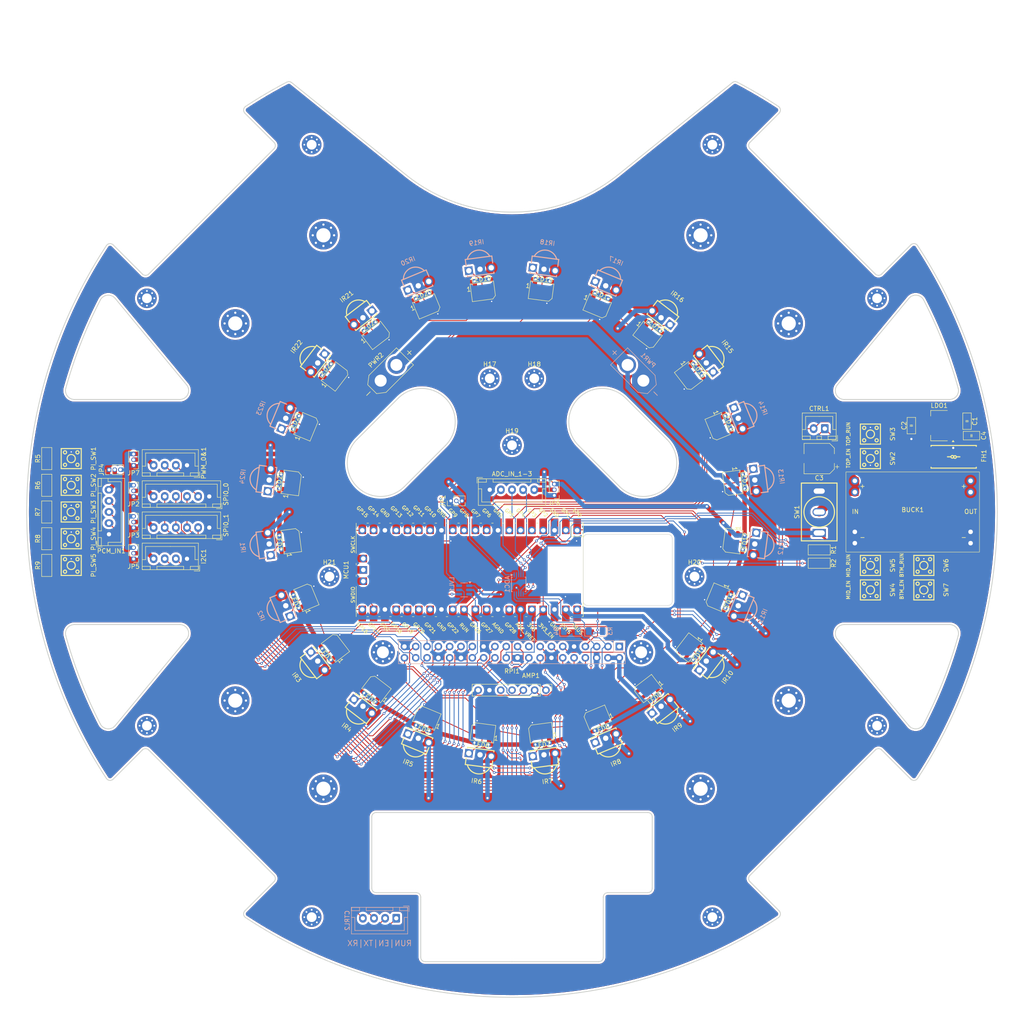
<source format=kicad_pcb>
(kicad_pcb (version 20240108) (generator "pcbnew") (generator_version "8.0")
  (layers (0 "F.Cu" signal) (31 "B.Cu" signal) (34 "B.Paste" user) (35 "F.Paste" user) (36 "B.SilkS" user "B.Silkscreen") (37 "F.SilkS" user "F.Silkscreen") (38 "B.Mask" user) (39 "F.Mask" user) (44 "Edge.Cuts" user))
  (net 0 "")
  (net 1 "GND")
  (net 2 "/ADC_INT")
  (net 3 "/ADC_IN1")
  (net 4 "/ADC_IN3")
  (net 5 "+3V3")
  (net 6 "/BATT_VOLTAGE")
  (net 7 "Net-(ADC1-ADDR)")
  (net 8 "/ADC_IN2")
  (net 9 "+5V")
  (net 10 "Net-(BUCK1-IN+)")
  (net 155 "/IR1")
  (net 156 "/IR2")
  (net 157 "/IR3")
  (net 158 "/IR4")
  (net 159 "/IR5")
  (net 160 "/IR6")
  (net 161 "/IR7")
  (net 162 "/IR8")
  (net 163 "/IR9")
  (net 164 "/IR10")
  (net 165 "/IR11")
  (net 166 "/IR12")
  (net 167 "/IR13")
  (net 168 "/IR14")
  (net 169 "/IR15")
  (net 170 "/IR16")
  (net 171 "/IR17")
  (net 172 "/IR18")
  (net 173 "/IR19")
  (net 174 "/IR20")
  (net 175 "/IR21")
  (net 176 "/IR22")
  (net 177 "/IR23")
  (net 178 "/IR24")
  (net 179 "Net-(LED1-DOUT)")
  (net 180 "/LED_SIG_5V")
  (net 181 "Net-(LED2-DOUT)")
  (net 182 "Net-(LED3-DOUT)")
  (net 183 "Net-(LED4-DOUT)")
  (net 184 "Net-(LED5-DOUT)")
  (net 185 "Net-(LED6-DOUT)")
  (net 186 "Net-(LED7-DOUT)")
  (net 187 "Net-(LED8-DOUT)")
  (net 188 "Net-(LED10-DIN)")
  (net 189 "Net-(LED10-DOUT)")
  (net 190 "Net-(LED11-DOUT)")
  (net 191 "Net-(LED12-DOUT)")
  (net 192 "Net-(LED13-DOUT)")
  (net 193 "Net-(LED14-DOUT)")
  (net 194 "Net-(LED15-DOUT)")
  (net 195 "Net-(LED16-DOUT)")
  (net 196 "Net-(LED17-DOUT)")
  (net 197 "Net-(LED18-DOUT)")
  (net 198 "Net-(LED19-DOUT)")
  (net 199 "Net-(LED20-DOUT)")
  (net 200 "Net-(LED21-DOUT)")
  (net 201 "Net-(LED22-DOUT)")
  (net 202 "Net-(LED23-DOUT)")
  (net 204 "VCC")
  (net 205 "/PI_I2C.SDA")
  (net 206 "/PI_I2C.SCL")
  (net 207 "/TOPPICO_TOGGLE.RUN")
  (net 208 "/TOPPICO_TOGGLE.EN")
  (net 209 "/BOTTOMPICO_TOGGLE.EN")
  (net 210 "/PI_SW1")
  (net 211 "/PI_SW2")
  (net 212 "/PI_SW3")
  (net 213 "/PI_SW4")
  (net 217 "/LED_SIG_3V3")
  (net 218 "/LED_SIG_DIR")
  (net 231 "/BOTTOMPICO_TOGGLE.RUN")
  (net 232 "/PI_UART.TX")
  (net 234 "/PWM1")
  (net 238 "/LRC")
  (net 242 "/PWM0")
  (net 252 "/PI_UART.RX")
  (net 253 "/RPI_SPI0.SCLK")
  (net 254 "/RPI_SPI0.MOSI")
  (net 255 "/RPI_SPI0.SCS0")
  (net 256 "/RPI_SPI0.MISO")
  (net 257 "/RPI_SPI0.SCS1")
  (net 258 "/PCM.FS")
  (net 259 "/PCM.DIN")
  (net 260 "/PCM.CLK")
  (net 261 "/MIDPICO_TOGGLE.EN")
  (net 262 "/MIDPICO_TOGGLE.RUN")
  (net 263 "/PCM.DOUT")
  (net 265 "/PI_SW5")
  (net 266 "Net-(I2C1-Pin_4)")
  (net 267 "Net-(JP2-C)")
  (net 268 "Net-(JP3-C)")
  (net 269 "Net-(JP4-C)")
  (net 270 "Net-(JP7-C)")
  (net 271 "Net-(ADC_IN_1-3-Pin_5)")
  (net 317 "Net-(BUCK1-OUT+)")
  (footprint "LED_SMD:LED_WS2812B-Mini_PLCC4_3.5x3.5mm" (layer "F.Cu") (at -46.193977 -19.134171 67.5)
    (property "Reference" "LED23")
    (property "Value" "WS2812B")
  )
  (footprint "LED_SMD:LED_WS2812B-Mini_PLCC4_3.5x3.5mm" (layer "F.Cu") (at -19.134171 46.193977 157.5)
    (property "Reference" "LED5")
    (property "Value" "WS2812B")
  )
  (footprint "Connector_JST:JST_XH_B5B-XH-A_1x05_P2.50mm_Vertical" (layer "F.Cu") (at -90.525 5 90)
    (property "Reference" "PCM_IN1")
    (property "Value" "Conn_01x05")
  )
  (footprint "MountingHole:MountingHole_2.2mm_M2_Pad_Via" (layer "F.Cu") (at 82 -48)
    (property "Reference" "H12")
    (property "Value" "MountingHole_Pad")
  )
  (footprint "MountingHole:MountingHole_2.2mm_M2_Pad_Via" (layer "F.Cu") (at -82 48)
    (property "Reference" "H16")
    (property "Value" "MountingHole_Pad")
  )
  (footprint "EasyEDA:SW-TH_MT-0-103-A101-M200-RS" (layer "F.Cu") (at 69 0 90)
    (property "Reference" "SW1")
    (property "Value" "MT-0-102-A101-M200-RS+PJ")
  )
  (footprint "EasyEDA:SW-SMD_4P-L4.5-W4.5-P3.00-LS6.8" (layer "F.Cu") (at -99 0)
    (property "Reference" "PI_SW3")
    (property "Value" "TS4535TP 250GF 009")
  )
  (footprint "MountingHole:MountingHole_2.2mm_M2_Pad_Via" (layer "F.Cu") (at -41 14.5)
    (property "Reference" "H21")
    (property "Value" "MountingHole_Pad")
  )
  (footprint "LED_SMD:LED_WS2812B-Mini_PLCC4_3.5x3.5mm" (layer "F.Cu") (at 39.667667 30.438071 -127.5)
    (property "Reference" "LED10")
    (property "Value" "WS2812B")
  )
  (footprint "LED_SMD:LED_WS2812B-Mini_PLCC4_3.5x3.5mm" (layer "F.Cu") (at 46.193977 19.134171 -112.5)
    (property "Reference" "LED11")
    (property "Value" "WS2812B")
  )
  (footprint "Connector_PinHeader_1.27mm:PinHeader_1x03_P1.27mm_Vertical" (layer "F.Cu") (at -85 10.54 180)
    (property "Reference" "JP5")
    (property "Value" "Jumper_3_Bridged12")
  )
  (footprint "custom:mini560" (layer "F.Cu") (at 90 0)
    (property "Reference" "BUCK1")
    (property "Value" "~")
  )
  (footprint "MountingHole:MountingHole_3.2mm_M3_Pad_Via" (layer "F.Cu") (at 62.15469 -42.3557)
    (property "Reference" "H4")
    (property "Value" "MountingHole_Pad")
  )
  (footprint "EasyEDA:FUSE-SMD_L9.8-W5.0" (layer "F.Cu") (at 99.2 -12.4)
    (property "Reference" "FH1")
    (property "Value" "01550900M")
  )
  (footprint "LED_SMD:LED_WS2812B-Mini_PLCC4_3.5x3.5mm" (layer "F.Cu") (at 30.438072 39.667667 -142.5)
    (property "Reference" "LED9")
    (property "Value" "WS2812B")
  )
  (footprint "RP-Pico Libraries:RPi_Pico_SMD_TH_USBC_cable_cutout" (layer "F.Cu") (at -9.5 13 -90)
    (property "Reference" "MCU1")
    (property "Value" "Pico")
    (fp_line (start 7 -25.5) (end -7 -25.5) (stroke (width 0.1)) (layer "Edge.Cuts"))
    (fp_line (start -8 -26.5) (end -8 -44.5) (stroke (width 0.1)) (layer "Edge.Cuts"))
    (fp_line (start 8 -44.5) (end 8 -26.5) (stroke (width 0.1)) (layer "Edge.Cuts"))
    (fp_line (start -7 -45.5) (end 7 -45.5) (stroke (width 0.1)) (layer "Edge.Cuts"))
    (fp_arc (start -7 -25.5) (mid -7.707107 -25.792893) (end -8 -26.5) (stroke (width 0.1)) (layer "Edge.Cuts"))
    (fp_arc (start 8 -26.5) (mid 7.707107 -25.792893) (end 7 -25.5) (stroke (width 0.1)) (layer "Edge.Cuts"))
    (fp_arc (start -8 -44.5) (mid -7.707107 -45.207107) (end -7 -45.5) (stroke (width 0.1)) (layer "Edge.Cuts"))
    (fp_arc (start 7 -45.5) (mid 7.707107 -45.207107) (end 8 -44.5) (stroke (width 0.1)) (layer "Edge.Cuts"))
  )
  (footprint "Connector_PinHeader_1.27mm:PinHeader_1x03_P1.27mm_Vertical" (layer "F.Cu") (at -90.5 -9.5 90)
    (property "Reference" "JP4")
    (property "Value" "Jumper_3_Bridged12")
  )
  (footprint "EasyEDA:SW-SMD_4P-L4.5-W4.5-P3.00-LS6.8" (layer "F.Cu") (at 80.5 -17.5)
    (property "Reference" "SW3")
    (property "Value" "TS4535TP 250GF 009")
  )
  (footprint "MountingHole:MountingHole_3.2mm_M3_Pad_Via" (layer "F.Cu") (at -62.15469 -42.3557)
    (property "Reference" "H1")
    (property "Value" "MountingHole_Pad")
  )
  (footprint "LED_SMD:LED_WS2812B-Mini_PLCC4_3.5x3.5mm" (layer "F.Cu") (at 30.438071 -39.667667 -37.5)
    (property "Reference" "LED16")
    (property "Value" "WS2812B")
  )
  (footprint "MountingHole:MountingHole_3.2mm_M3_Pad_Via" (layer "F.Cu") (at 42.3557 62.15469)
    (property "Reference" "H6")
    (property "Value" "MountingHole_Pad")
  )
  (footprint "LED_SMD:LED_WS2812B-Mini_PLCC4_3.5x3.5mm" (layer "F.Cu") (at 19.134171 -46.193977 -22.5)
    (property "Reference" "LED17")
    (property "Value" "WS2812B")
  )
  (footprint "EasyEDA:SENSOR-TH_TSSP40X" (layer "F.Cu") (at 21.047589 50.813374 22.5)
    (property "Reference" "IR8")
    (property "Value" "TSSP4038")
  )
  (footprint "EasyEDA:SENSOR-TH_TSSP40X" (layer "F.Cu") (at -43.634434 -33.481879 -127.5)
    (property "Reference" "IR22")
    (property "Value" "TSSP4038")
  )
  (footprint "LED_SMD:LED_WS2812B-Mini_PLCC4_3.5x3.5mm" (layer "F.Cu") (at 46.193976 -19.134172 -67.5)
    (property "Reference" "LED14")
    (property "Value" "WS2812B")
  )
  (footprint "custom:MAX98357_breakout_no_mountingholes" (layer "F.Cu") (at 0 47 180)
    (property "Reference" "AMP1")
    (property "Value" "MAX98357_breakout")
  )
  (footprint "Connector_PinHeader_1.27mm:PinHeader_1x03_P1.27mm_Vertical" (layer "F.Cu") (at 9.5 -3.73 180)
    (property "Reference" "JP6")
    (property "Value" "Jumper_3_Bridged12")
  )
  (footprint "LED_SMD:LED_WS2812B-Mini_PLCC4_3.5x3.5mm" (layer "F.Cu") (at 49.572243 -6.52631 -82.5)
    (property "Reference" "LED13")
    (property "Value" "WS2812B")
  )
  (footprint "MountingHole:MountingHole_3.2mm_M3_Pad_Via" (layer "F.Cu") (at 62.15469 42.356)
    (property "Reference" "H5")
    (property "Value" "MountingHole_Pad")
  )
  (footprint "LED_SMD:LED_WS2812B-Mini_PLCC4_3.5x3.5mm" (layer "F.Cu") (at 39.667667 -30.438072 -52.5)
    (property "Reference" "LED15")
    (property "Value" "WS2812B")
  )
  (footprint "EasyEDA:SENSOR-TH_TSSP40X" (layer "F.Cu") (at -21.047589 50.813374 -22.5)
    (property "Reference" "IR5")
    (property "Value" "TSSP4038")
  )
  (footprint "MountingHole:MountingHole_2.2mm_M2_Pad_Via" (layer "F.Cu") (at -5 -30)
    (property "Reference" "H17")
    (property "Value" "MountingHole_Pad")
  )
  (footprint "custom:RPi_Zero_2W_no_front_mountingholes" (layer "F.Cu") (at 0 20 180)
    (property "Reference" "RPI1")
    (property "Value" "RPi_Zero_2W")
  )
  (footprint "Connector_PinHeader_1.27mm:PinHeader_1x03_P1.27mm_Vertical" (layer "F.Cu") (at -85 3.52 180)
    (property "Reference" "JP3")
    (property "Value" "Jumper_3_Bridged12")
  )
  (footprint "MountingHole:MountingHole_2.2mm_M2_Pad_Via" (layer "F.Cu") (at 0 -15)
    (property "Reference" "H19")
    (property "Value" "MountingHole_Pad")
  )
  (footprint "EasyEDA:SW-SMD_4P-L4.5-W4.5-P3.00-LS6.8" (layer "F.Cu") (at -99 -12)
    (property "Reference" "PI_SW1")
    (property "Value" "TS4535TP 250GF 009")
  )
  (footprint "LED_SMD:LED_WS2812B-Mini_PLCC4_3.5x3.5mm" (layer "F.Cu") (at -46.193976 19.134172 112.5)
    (property "Reference" "LED2")
    (property "Value" "WS2812B")
  )
  (footprint "PCM_Resistor_SMD_AKL:R_1206_3216Metric_Pad1.30x1.75mm_HandSolder" (layer "F.Cu") (at -104.5 0 -90)
    (property "Reference" "R7")
    (property "Value" "10kR")
  )
  (footprint "LED_SMD:LED_WS2812B-Mini_PLCC4_3.5x3.5mm" (layer "F.Cu") (at -49.572243 -6.526309 82.5)
    (property "Reference" "LED24")
    (property "Value" "WS2812B")
  )
  (footprint "EasyEDA:SW-SMD_4P-L4.5-W4.5-P3.00-LS6.8" (layer "F.Cu") (at 92.5 17.5 180)
    (property "Reference" "SW7")
    (property "Value" "TS4535TP 250GF 009")
  )
  (footprint "Connector_JST:JST_XH_B4B-XH-A_1x04_P2.50mm_Vertical" (layer "F.Cu") (at -73 -10.5 180)
    (property "Reference" "PWM_0&1")
    (property "Value" "Conn_01x04")
  )
  (footprint "EasyEDA:SW-SMD_4P-L4.5-W4.5-P3.00-LS6.8" (layer "F.Cu") (at 80.5 12)
    (property "Reference" "SW5")
    (property "Value" "TS4535TP 250GF 009")
  )
  (footprint "PCM_Resistor_SMD_AKL:R_1206_3216Metric_Pad1.30x1.75mm_HandSolder" (layer "F.Cu") (at 69 11.5)
    (property "Reference" "R2")
    (property "Value" "91kR")
  )
  (footprint "PCM_Resistor_SMD_AKL:R_1206_3216Metric_Pad1.30x1.75mm_HandSolder" (layer "F.Cu") (at -104.5 -6 -90)
    (property "Reference" "R6")
    (property "Value" "10kR")
  )
  (footprint "MountingHole:MountingHole_2.2mm_M2_Pad_Via" (layer "F.Cu") (at -82 -48)
    (property "Reference" "H9")
    (property "Value" "MountingHole_Pad")
  )
  (footprint "LED_SMD:LED_WS2812B-Mini_PLCC4_3.5x3.5mm" (layer "F.Cu") (at -39.667667 30.438072 127.5)
    (property "Reference" "LED3")
    (property "Value" "WS2812B")
  )
  (footprint "Connector_PinHeader_1.27mm:PinHeader_1x03_P1.27mm_Vertical" (layer "F.Cu") (at -85 -3.475 180)
    (property "Reference" "JP2")
    (property "Value" "Jumper_3_Bridged12")
  )
  (footprint "EasyEDA:SENSOR-TH_TSSP40X" (layer "F.Cu") (at -33.481879 43.634434 -37.5)
    (property "Reference" "IR4")
    (property "Value" "TSSP4038")
  )
  (footprint "MountingHole:MountingHole_3.2mm_M3_Pad_Via" (layer "F.Cu") (at -42.3557 -62.15469)
    (property "Reference" "H2")
    (property "Value" "MountingHole_Pad")
  )
  (footprint "LED_SMD:LED_WS2812B-Mini_PLCC4_3.5x3.5mm" (layer "F.Cu") (at -49.572243 6.52631 97.5)
    (property "Reference" "LED1")
    (property "Value" "WS2812B")
  )
  (footprint "Connector_JST:JST_XH_B6B-XH-A_1x06_P2.50mm_Vertical" (layer "F.Cu") (at -68 -3.5 180)
    (property "Reference" "SPI0_0")
    (property "Value" "Conn_01x06")
  )
  (footprint "EasyEDA:SW-SMD_4P-L4.5-W4.5-P3.00-LS6.8" (layer "F.Cu") (at -99 12)
    (property "Reference" "PI_SW5")
    (property "Value" "TS4535TP 250GF 009")
  )
  (footprint "EasyEDA:SW-SMD_4P-L4.5-W4.5-P3.00-LS6.8" (layer "F.Cu") (at 80.5 -12 180)
    (property "Reference" "SW2")
    (property "Value" "TS4535TP 250GF 009")
  )
  (footprint "EasyEDA:SENSOR-TH_TSSP40X" (layer "F.Cu") (at 33.481879 -43.634434 142.5)
    (property "Reference" "IR16")
    (property "Value" "TSSP4038")
  )
  (footprint "EasyEDA:SENSOR-TH_TSSP40X" (layer "F.Cu") (at -33.481879 -43.634434 -142.5)
    (property "Reference" "IR21")
    (property "Value" "TSSP4038")
  )
  (footprint "PCM_Capacitor_SMD_AKL:C_0805_2012Metric_Pad1.15x1.40mm_HandSolder" (layer "F.Cu") (at 103.2 -17.15)
    (property "Reference" "C4")
    (property "Value" "22uF")
  )
  (footprint "Capacitor_SMD:CP_Elec_6.3x7.7" (layer "F.Cu") (at 69 -12 180)
    (property "Reference" "C3")
    (property "Value" "100uF")
  )
  (footprint "LED_SMD:LED_WS2812B-Mini_PLCC4_3.5x3.5mm" (layer "F.Cu") (at 19.134172 46.193976 -157.5)
    (property "Reference" "LED8")
    (property "Value" "WS2812B")
  )
  (footprint "EasyEDA:SW-SMD_4P-L4.5-W4.5-P3.00-LS6.8" (layer "F.Cu") (at -99 6)
    (property "Reference" "PI_SW4")
    (property "Value" "TS4535TP 250GF 009")
  )
  (footprint "Connector_PinHeader_1.27mm:PinHeader_1x03_P1.27mm_Vertical" (layer "F.Cu") (at -85 -10.46 180)
    (property "Reference" "JP7")
    (property "Value" "Jumper_3_Bridged12")
  )
  (footprint "MountingHole:MountingHole_2.2mm_M2_Pad_Via" (layer "F.Cu") (at 45 -82.5)
    (property "Reference" "H11")
    (property "Value" "MountingHole_Pad")
  )
  (footprint "EasyEDA:SENSOR-TH_TSSP40X" (layer "F.Cu") (at 33.481879 43.634434 37.5)
    (property "Reference" "IR9")
    (property "Value" "TSSP4038")
  )
  (footprint "PCM_Resistor_SMD_AKL:R_1206_3216Metric_Pad1.30x1.75mm_HandSolder" (layer "F.Cu") (at -104.5 12 -90)
    (property "Reference" "R9")
    (property "Value" "10kR")
  )
  (footprint "EasyEDA:SENSOR-TH_TSSP40X" (layer "F.Cu") (at -7.178941 54.529467 -7.5)
    (property "Reference" "IR6")
    (property "Value" "TSSP4038")
  )
  (footprint "MountingHole:MountingHole_2.2mm_M2_Pad_Via" (layer "F.Cu") (at 82 48)
    (property "Reference" "H13")
    (property "Value" "MountingHole_Pad")
  )
  (footprint "PCM_Capacitor_SMD_AKL:C_0805_2012Metric_Pad1.15x1.40mm_HandSolder" (layer "F.Cu") (at 102.2 -20.4 90)
    (property "Reference" "C1")
    (property "Value" "1uF")
  )
  (footprint "EasyEDA:SENSOR-TH_TSSP40X" (layer "F.Cu") (at 7.178941 54.529467 7.5)
    (property "Reference" "IR7")
    (property "Value" "TSSP4038")
  )
  (footprint "PCM_Resistor_SMD_AKL:R_1206_3216Metric_Pad1.30x1.75mm_HandSolder" (layer "F.Cu") (at -104.5 -12 -90)
    (property "Reference" "R5")
    (property "Value" "10kR")
  )
  (footprint "Package_TO_SOT_SMD:SOT-223-3_TabPin2" (layer "F.Cu") (at 95.95 -19.4 180)
    (property "Reference" "LDO1")
    (property "Value" "TLV1117-33")
  )
  (footprint "Connector_JST:JST_XH_B6B-XH-A_1x06_P2.50mm_Vertical" (layer "F.Cu") (at -68 3.5 180)
    (property "Reference" "SPI0_1")
    (property "Value" "Conn_01x06")
  )
  (footprint "LED_SMD:LED_WS2812B-Mini_PLCC4_3.5x3.5mm" (layer "F.Cu") (at -19.134172 -46.193976 22.5)
    (property "Reference" "LED20")
    (property "Value" "WS2812B")
  )
  (footprint "LED_SMD:LED_WS2812B-Mini_PLCC4_3.5x3.5mm" (layer "F.Cu") (at -30.438072 -39.667667 37.5)
    (property "Reference" "LED21")
    (property "Value" "WS2812B")
  )
  (footprint "LED_SMD:LED_WS2812B-Mini_PLCC4_3.5x3.5mm" (layer "F.Cu") (at 6.526309 -49.572243 -7.5)
    (property "Reference" "LED18")
    (property "Value" "WS2812B")
  )
  (footprint "MountingHole:MountingHole_3.2mm_M3_Pad_Via" (layer "F.Cu") (at -62.15469 42.356)
    (property "Reference" "H8")
    (property "Value" "MountingHole_Pad")
  )
  (footprint "LED_SMD:LED_WS2812B-Mini_PLCC4_3.5x3.5mm" (layer "F.Cu") (at -6.52631 -49.572243 7.5)
    (property "Reference" "LED19")
    (property "Value" "WS2812B")
  )
  (footprint "MountingHole:MountingHole_3.2mm_M3_Pad_Via" (layer "F.Cu") (at 42.3557 -62.15469)
    (property "Reference" "H3")
    (property "Value" "MountingHole_Pad")
  )
  (footprint "PCM_Resistor_SMD_AKL:R_1206_3216Metric_Pad1.30x1.75mm_HandSolder" (layer "F.Cu") (at 69 8.5 180)
    (property "Reference" "R1")
    (property "Value" "330kR")
  )
  (footprint "PCM_Resistor_SMD_AKL:R_1206_3216Metric_Pad1.30x1.75mm_HandSolder" (layer "F.Cu") (at -104.5 6 -90)
    (property "Reference" "R8")
    (property "Value" "10kR")
  )
  (footprint "Connector_JST:JST_XH_B2B-XH-A_1x02_P2.50mm_Vertical" (layer "F.Cu") (at 70.25 -18.725 180)
    (property "Reference" "CTRL1")
    (property "Value" "Conn_01x02")
  )
  (footprint "MountingHole:MountingHole_2.2mm_M2_Pad_Via" (layer "F.Cu") (at -45 91)
    (property "Reference" "H15")
    (property "Value" "MountingHole_Pad")
  )
  (footprint "EasyEDA:SENSOR-TH_TSSP40X" (layer "F.Cu") (at 43.634434 33.481879 52.5)
    (property "Reference" "IR10")
    (property "Value" "TSSP4038")
  )
  (footprint "PCM_Capacitor_SMD_AKL:C_0805_2012Metric_Pad1.15x1.40mm_HandSolder" (layer "F.Cu") (at 89.7 -19.4 90)
    (property "Reference" "C2")
    (property "Value" "10uF")
  )
  (footprint "LED_SMD:LED_WS2812B-Mini_PLCC4_3.5x3.5mm" (layer "F.Cu") (at -30.438071 39.667667 142.5)
    (property "Reference" "LED4")
    (property "Value" "WS2812B")
  )
  (footprint "EasyEDA:SW-SMD_4P-L4.5-W4.5-P3.00-LS6.8" (layer "F.Cu") (at 92.5 12)
    (property "Reference" "SW6")
    (property "Value" "TS4535TP 250GF 009")
  )
  (footprint "LED_SMD:LED_WS2812B-Mini_PLCC4_3.5x3.5mm" (layer "F.Cu") (at 49.572243 6.526309 -97.5)
    (property "Reference" "LED12")
    (property "Value" "WS2812B")
  )
  (footprint "Connector_JST:JST_XH_B5B-XH-A_1x05_P2.50mm_Vertical" (layer "F.Cu") (at -5 -5)
    (property "Reference" "ADC_IN_1-3")
    (property "Value" "Conn_01x05")
  )
  (footprint "Connector_PinHeader_1.27mm:PinHeader_1x03_P1.27mm_Vertical" (layer "F.Cu") (at -13.77 -2.5 90)
    (property "Reference" "JP1")
    (property "Value" "Jumper_3_Bridged12")
  )
  (footprint "LED_SMD:LED_WS2812B-Mini_PLCC4_3.5x3.5mm" (layer "F.Cu") (at 6.52631 49.572243 -172.5)
    (property "Reference" "LED7")
    (property "Value" "WS2812B")
  )
  (footprint "Connector_AMASS:AMASS_XT30U-F_1x02_P5.0mm_Vertical" (layer "F.Cu") (at -29.5 -29.5 45)
    (property "Reference" "PWR2")
    (property "Value" "XT30-F")
  )
  (footprint "EasyEDA:SENSOR-TH_TSSP40X" (layer "F.Cu") (at 43.634434 -33.481879 127.5)
    (property "Reference" "IR15")
    (property "Value" "TSSP4038")
  )
  (footprint "EasyEDA:SW-SMD_4P-L4.5-W4.5-P3.00-LS6.8" (layer "F.Cu") (at 80.5 17.5 180)
    (property "Reference" "SW4")
    (property "Value" "TS4535TP 250GF 009")
  )
  (footprint "Connector_JST:JST_XH_B4B-XH-A_1x04_P2.50mm_Vertical" (layer "F.Cu") (at -73 10.5 180)
    (property "Reference" "I2C1")
    (property "Value" "Conn_01x04")
  )
  (footprint "MountingHole:MountingHole_2.2mm_M2_Pad_Via" (layer "F.Cu") (at -45 -82.5)
    (property "Reference" "H10")
    (property "Value" "MountingHole_Pad")
  )
  (footprint "LED_SMD:LED_WS2812B-Mini_PLCC4_3.5x3.5mm" (layer "F.Cu") (at -6.526309 49.572243 172.5)
    (property "Reference" "LED6")
    (property "Value" "WS2812B")
  )
  (footprint "MountingHole:MountingHole_2.2mm_M2_Pad_Via" (layer "F.Cu") (at 41 14.5)
    (property "Reference" "H20")
    (property "Value" "MountingHole_Pad")
  )
  (footprint "MountingHole:MountingHole_3.2mm_M3_Pad_Via" (layer "F.Cu") (at -42.3557 62.155)
    (property "Reference" "H7")
    (property "Value" "MountingHole_Pad")
  )
  (footprint "LED_SMD:LED_WS2812B-Mini_PLCC4_3.5x3.5mm" (layer "F.Cu") (at -39.667667 -30.438071 52.5)
    (property "Reference" "LED22")
    (property "Value" "WS2812B")
  )
  (footprint "MountingHole:MountingHole_2.2mm_M2_Pad_Via" (layer "F.Cu") (at 45 91)
    (property "Reference" "H14")
    (property "Value" "MountingHole_Pad")
  )
  (footprint "EasyEDA:SENSOR-TH_TSSP40X" (layer "F.Cu") (at -43.634434 33.481879 -52.5)
    (property "Reference" "IR3")
    (property "Value" "TSSP4038")
  )
  (footprint "EasyEDA:SW-SMD_4P-L4.5-W4.5-P3.00-LS6.8" (layer "F.Cu") (at -99 -6)
    (property "Reference" "PI_SW2")
    (property "Value" "TS4535TP 250GF 009")
  )
  (footprint "MountingHole:MountingHole_2.2mm_M2_Pad_Via" (layer "F.Cu") (at 5 -30)
    (property "Reference" "H18")
    (property "Value" "MountingHole_Pad")
  )
  (footprint "EasyEDA:SENSOR-TH_TSSP40X" (layer "B.Cu") (at -54.529467 -7.178941 82.5)
    (property "Reference" "IR24")
    (property "Value" "TSSP4038")
  )
  (footprint "EasyEDA:SENSOR-TH_TSSP40X" (layer "B.Cu") (at -21.047589 -50.813374 22.5)
    (property "Reference" "IR20")
    (property "Value" "TSSP4038")
  )
  (footprint "EasyEDA:SENSOR-TH_TSSP40X" (layer "B.Cu") (at -54.529467 7.178941 97.5)
    (property "Reference" "IR1")
    (property "Value" "TSSP4038")
  )
  (footprint "PCM_Resistor_SMD_AKL:R_1206_3216Metric_Pad1.30x1.75mm_HandSolder" (layer "B.Cu") (at 18.8 26.75 180)
    (property "Reference" "R3")
    (property "Value" "2.7kR")
  )
  (footprint "EasyEDA:SENSOR-TH_TSSP40X" (layer "B.Cu") (at 50.813374 -21.047589 -67.5)
    (property "Reference" "IR14")
    (property "Value" "TSSP4038")
  )
  (footprint "EasyEDA:SENSOR-TH_TSSP40X" (layer "B.Cu") (at 50.813374 21.047589 -112.5)
    (property "Reference" "IR11")
    (property "Value" "TSSP4038")
  )
  (footprint "EasyEDA:SENSOR-TH_TSSP40X" (layer "B.Cu") (at -50.813374 21.047589 112.5)
    (property "Reference" "IR2")
    (property "Value" "TSSP4038")
  )
  (footprint "Package_TO_SOT_SMD:SOT-23-6" (layer "B.Cu") (at -10.75 17.5 180)
    (property "Reference" "LVL1")
    (property "Value" "SN74LVC1T45DBV")
  )
  (footprint "EasyEDA:SENSOR-TH_TSSP40X" (layer "B.Cu") (at 54.529467 7.178941 -97.5)
    (property "Reference" "IR12")
    (property "Value" "TSSP4038")
  )
  (footprint "EasyEDA:SENSOR-TH_TSSP40X" (layer "B.Cu") (at -7.178941 -54.529467 7.5)
    (property "Reference" "IR19")
    (property "Value" "TSSP4038")
  )
  (footprint "Connector_JST:JST_XH_B4B-XH-A_1x04_P2.50mm_Vertical" (layer "B.Cu") (at -26 91.25 180)
    (property "Reference" "CTRL2")
    (property "Value" "Conn_01x04")
  )
  (footprint "EasyEDA:SENSOR-TH_TSSP40X" (layer "B.Cu") (at 21.047589 -50.813374 -22.5)
    (property "Reference" "IR17")
    (property "Value" "TSSP4038")
  )
  (footprint "EasyEDA:SENSOR-TH_TSSP40X" (layer "B.Cu") (at 7.178941 -54.529467 -7.5)
    (property "Reference" "IR18")
    (property "Value" "TSSP4038")
  )
  (footprint "EasyEDA:SENSOR-TH_TSSP40X" (layer "B.Cu") (at 54.529467 -7.178941 -82.5)
    (property "Reference" "IR13")
    (property "Value" "TSSP4038")
  )
  (footprint "PCM_Resistor_SMD_AKL:R_1206_3216Metric_Pad1.30x1.75mm_HandSolder" (layer "B.Cu") (at 13.2 26.75)
    (property "Reference" "R4")
    (property "Value" "2.7kR")
  )
  (footprint "EasyEDA:SENSOR-TH_TSSP40X" (layer "B.Cu") (at -50.813374 -21.047589 67.5)
    (property "Reference" "IR23")
    (property "Value" "TSSP4038")
  )
  (footprint "Connector_AMASS:AMASS_XT30U-M_1x02_P5.0mm_Vertical" (layer "B.Cu") (at 29.5 -29.5 135)
    (property "Reference" "PWR1")
    (property "Value" "XT30-M")
  )
  (footprint "Package_SO:TSSOP-10_3x3mm_P0.5mm" (layer "B.Cu") (at 1.5 16.25 -90)
    (property "Reference" "ADC1")
    (property "Value" "ADS1115IDGSR")
  )
  (gr_line (start 89.566443 59.991895) (end 83.015526 53.440977) (stroke (width 0.2)) (layer "Edge.Cuts"))
  (gr_line (start -20.5 100.000002) (end -20.5 86.499998) (stroke (width 0.2)) (layer "Edge.Cuts"))
  (gr_arc (start 74.6232 -25.279575) (mid 72.813785 -26.427608) (end 73.092743 -28.567156) (stroke (width 0.2)) (layer "Edge.Cuts"))
  (gr_line (start -53.448531 -83.02308) (end -59.991895 -89.566443) (stroke (width 0.2)) (layer "Edge.Cuts"))
  (gr_arc (start 81.608847 53.448548) (mid 82.315972 53.155637) (end 83.015526 53.440977) (stroke (width 0.2)) (layer "Edge.Cuts"))
  (gr_arc (start -30.500001 85.5) (mid -31.207107 85.207107) (end -31.5 84.500002) (stroke (width 0.2)) (layer "Edge.Cuts"))
  (gr_arc (start -98.284409 -25.279575) (mid -99.876543 -26.069159) (end -100.211553 -27.814469) (stroke (width 0.2)) (layer "Edge.Cuts"))
  (gr_arc (start 49.491079 -96.445246) (mid 50.020851 -96.661922) (end 50.582735 -96.552508) (stroke (width 0.2)) (layer "Edge.Cuts"))
  (gr_arc (start 50.582735 -96.552508) (mid 55.275268 -93.944901) (end 59.833722 -91.109416) (stroke (width 0.2)) (layer "Edge.Cuts"))
  (gr_arc (start -19.500001 101) (mid -20.207107 100.707107) (end -20.5 100.000002) (stroke (width 0.2)) (layer "Edge.Cuts"))
  (gr_arc (start -50.582735 -96.552508) (mid -50.020848 -96.661909) (end -49.491016 -96.445195) (stroke (width 0.2)) (layer "Edge.Cuts"))
  (gr_line (start -53.448531 81.608864) (end -81.608865 53.44853) (stroke (width 0.2)) (layer "Edge.Cuts"))
  (gr_arc (start 98.2844 25.279575) (mid 99.876549 26.069162) (end 100.211553 27.814469) (stroke (width 0.2)) (layer "Edge.Cuts"))
  (gr_arc (start -25.553301 -25.552882) (mid -14.9467 -25.552883) (end -14.946699 -14.946281) (stroke (width 0.2)) (layer "Edge.Cuts"))
  (gr_arc (start 59.833722 -91.109416) (mid 60.279576 -90.375527) (end 59.991895 -89.566443) (stroke (width 0.2)) (layer "Edge.Cuts"))
  (gr_line (start 83.025311 -53.450762) (end 89.566374 -59.991826) (stroke (width 0.2)) (layer "Edge.Cuts"))
  (gr_arc (start 30.5 67.5) (mid 31.207107 67.792893) (end 31.5 68.5) (stroke (width 0.2)) (layer "Edge.Cuts"))
  (gr_line (start 59.991895 -89.566443) (end 53.442074 -83.016623) (stroke (width 0.2)) (layer "Edge.Cuts"))
  (gr_arc (start 34.803302 -16.302881) (mid 34.8033 -5.696281) (end 24.1967 -5.696282) (stroke (width 0.2)) (layer "Edge.Cuts"))
  (gr_arc (start -59.991895 -89.566443) (mid -60.279575 -90.375527) (end -59.833722 -91.109416) (stroke (width 0.2)) (layer "Edge.Cuts"))
  (gr_arc (start -92.456707 47.620975) (mid -96.841825 37.9165) (end -100.211553 27.814469) (stroke (width 0.2)) (layer "Edge.Cuts"))
  (gr_line (start 81.608847 53.448548) (end 53.448547 81.608848) (stroke (width 0.2)) (layer "Edge.Cuts"))
  (gr_arc (start 100.211553 27.814469) (mid 96.841825 37.9165) (end 92.456707 47.620975) (stroke (width 0.2)) (layer "Edge.Cuts"))
  (gr_arc (start -92.456707 -47.620975) (mid -90.893352 -48.693634) (end -89.137091 -47.979336) (stroke (width 0.2)) (layer "Edge.Cuts"))
  (gr_arc (start 83.025311 -53.450762) (mid 82.315972 -53.155637) (end 81.608865 -53.44853) (stroke (width 0.2)) (layer "Edge.Cuts"))
  (gr_line (start 31.5 84.5) (end 31.5 68.5) (stroke (width 0.2)) (layer "Edge.Cuts"))
  (gr_arc (start -74.623248 25.279575) (mid -72.813786 26.427607) (end -73.081644 28.553726) (stroke (width 0.2)) (layer "Edge.Cuts"))
  (gr_line (start 74.6233 25.279575) (end 98.2844 25.279575) (stroke (width 0.2)) (layer "Edge.Cuts"))
  (gr_arc (start -91.109416 -59.833722) (mid -90.375527 -60.279575) (end -89.566443 -59.991895) (stroke (width 0.2)) (layer "Edge.Cuts"))
  (gr_arc (start -21.5 85.5) (mid -20.792893 85.792893) (end -20.5 86.499998) (stroke (width 0.2)) (layer "Edge.Cuts"))
  (gr_line (start -21.5 85.5) (end -30.500001 85.5) (stroke (width 0.2)) (layer "Edge.Cuts"))
  (gr_line (start -23.850953 -75.772932) (end -49.491016 -96.445195) (stroke (width 0.2)) (layer "Edge.Cuts"))
  (gr_arc (start -59.833722 -91.109416) (mid -55.275269 -93.944902) (end -50.582735 -96.552508) (stroke (width 0.2)) (layer "Edge.Cuts"))
  (gr_arc (start 100.211553 -27.814469) (mid 99.87653 -26.069177) (end 98.2844 -25.2796) (stroke (width 0.2)) (layer "Edge.Cuts"))
  (gr_line (start 20.5 100) (end 20.5 86.5) (stroke (width 0.2)) (layer "Edge.Cuts"))
  (gr_arc (start 59.833722 91.109416) (mid 0 109) (end -59.833722 91.109416) (stroke (width 0.2)) (layer "Edge.Cuts"))
  (gr_line (start 53.448497 -81.608898) (end 81.608865 -53.44853) (stroke (width 0.2)) (layer "Edge.Cuts"))
  (gr_arc (start -89.566443 59.991895) (mid -90.375527 60.279575) (end -91.109416 59.833722) (stroke (width 0.2)) (layer "Edge.Cuts"))
  (gr_arc (start 20.5 86.5) (mid 20.792893 85.792893) (end 21.5 85.5) (stroke (width 0.2)) (layer "Edge.Cuts"))
  (gr_arc (start -53.448531 -83.02308) (mid -53.155637 -82.315972) (end -53.44853 -81.608865) (stroke (width 0.2)) (layer "Edge.Cuts"))
  (gr_line (start -34.8033 -16.302883) (end -25.553301 -25.552882) (stroke (width 0.2)) (layer "Edge.Cuts"))
  (gr_arc (start 59.991841 89.566389) (mid 60.27954 90.375505) (end 59.833722 91.109416) (stroke (width 0.2)) (layer "Edge.Cuts"))
  (gr_line (start -74.623248 -25.279575) (end -98.284409 -25.279575) (stroke (width 0.2)) (layer "Edge.Cuts"))
  (gr_line (start -73.081644 -28.553727) (end -89.13709 -47.979337) (stroke (width 0.2)) (layer "Edge.Cuts"))
  (gr_arc (start 14.946699 -14.946281) (mid 14.946699 -25.552883) (end 25.5533 -25.552883) (stroke (width 0.2)) (layer "Edge.Cuts"))
  (gr_arc (start -100.211553 -27.814469) (mid -96.841825 -37.9165) (end -92.456707 -47.620975) (stroke (width 0.2)) (layer "Edge.Cuts"))
  (gr_arc (start -73.081644 -28.553727) (mid -72.813787 -26.427607) (end -74.623248 -25.279575) (stroke (width 0.2)) (layer "Edge.Cuts"))
  (gr_arc (start -24.196699 -5.696281) (mid -34.803301 -5.696281) (end -34.8033 -16.302883) (stroke (width 0.2)) (layer "Edge.Cuts"))
  (gr_line (start 19.5 101) (end 0 101) (stroke (width 0.2)) (layer "Edge.Cuts"))
  (gr_arc (start -91.109416 59.833722) (mid -109 0) (end -91.109416 -59.833722) (stroke (width 0.2)) (layer "Edge.Cuts"))
  (gr_arc (start -100.211553 27.814469) (mid -99.876543 26.069159) (end -98.284407 25.279575) (stroke (width 0.2)) (layer "Edge.Cuts"))
  (gr_line (start 74.6232 -25.279575) (end 98.2844 -25.279575) (stroke (width 0.2)) (layer "Edge.Cuts"))
  (gr_line (start 34.803302 -16.302881) (end 25.5533 -25.552883) (stroke (width 0.2)) (layer "Edge.Cuts"))
  (gr_line (start -31.5 84.500002) (end -31.5 68.499999) (stroke (width 0.2)) (layer "Edge.Cuts"))
  (gr_line (start -89.566443 -59.991895) (end -83.02308 -53.448531) (stroke (width 0.2)) (layer "Edge.Cuts"))
  (gr_arc (start 91.109416 59.833722) (mid 90.375513 60.279619) (end 89.566443 59.991895) (stroke (width 0.2)) (layer "Edge.Cuts"))
  (gr_arc (start -59.833722 91.109416) (mid -60.279575 90.375527) (end -59.991895 89.566443) (stroke (width 0.2)) (layer "Edge.Cuts"))
  (gr_arc (start 89.566374 -59.991826) (mid 90.375505 -60.27954) (end 91.109416 -59.833722) (stroke (width 0.2)) (layer "Edge.Cuts"))
  (gr_line (start -73.081644 28.553726) (end -89.13709 47.979337) (stroke (width 0.2)) (layer "Edge.Cuts"))
  (gr_arc (start -31.5 68.499999) (mid -31.207107 67.792893) (end -30.500001 67.5) (stroke (width 0.2)) (layer "Edge.Cuts"))
  (gr_line (start -19.500001 101) (end 0 101) (stroke (width 0.2)) (layer "Edge.Cuts"))
  (gr_arc (start 73.081677 28.553766) (mid 72.813793 26.427637) (end 74.6233 25.279575) (stroke (width 0.2)) (layer "Edge.Cuts"))
  (gr_line (start 21.5 85.5) (end 30.5 85.5) (stroke (width 0.2)) (layer "Edge.Cuts"))
  (gr_arc (start 31.5 84.5) (mid 31.207107 85.207107) (end 30.5 85.5) (stroke (width 0.2)) (layer "Edge.Cuts"))
  (gr_arc (start 91.109416 -59.833722) (mid 109 0) (end 91.109416 59.833722) (stroke (width 0.2)) (layer "Edge.Cuts"))
  (gr_arc (start 92.456707 47.620975) (mid 90.893354 48.693636) (end 89.13709 47.979337) (stroke (width 0.2)) (layer "Edge.Cuts"))
  (gr_arc (start 53.448497 -81.608898) (mid 53.155606 -82.31598) (end 53.442074 -83.016623) (stroke (width 0.2)) (layer "Edge.Cuts"))
  (gr_line (start 24.196699 -5.696281) (end 14.946699 -14.946281) (stroke (width 0.2)) (layer "Edge.Cuts"))
  (gr_arc (start -83.02308 53.448531) (mid -82.315972 53.155637) (end -81.608865 53.44853) (stroke (width 0.2)) (layer "Edge.Cuts"))
  (gr_arc (start 89.137099 -47.979348) (mid 90.893355 -48.693644) (end 92.456707 -47.620975) (stroke (width 0.2)) (layer "Edge.Cuts"))
  (gr_line (start 73.081677 28.553766) (end 89.13709 47.979337) (stroke (width 0.2)) (layer "Edge.Cuts"))
  (gr_arc (start 23.850953 -75.772932) (mid 0 -67.355563) (end -23.850952 -75.772933) (stroke (width 0.2)) (layer "Edge.Cuts"))
  (gr_line (start 30.5 67.5) (end 0 67.5) (stroke (width 0.2)) (layer "Edge.Cuts"))
  (gr_arc (start -53.448531 81.608864) (mid -53.155637 82.315972) (end -53.448531 83.02308) (stroke (width 0.2)) (layer "Edge.Cuts"))
  (gr_line (start 23.850953 -75.772932) (end 49.491079 -96.445246) (stroke (width 0.2)) (layer "Edge.Cuts"))
  (gr_arc (start 92.456707 -47.620975) (mid 96.841825 -37.9165) (end 100.211553 -27.814469) (stroke (width 0.2)) (layer "Edge.Cuts"))
  (gr_arc (start 20.5 100) (mid 20.207107 100.707107) (end 19.5 101) (stroke (width 0.2)) (layer "Edge.Cuts"))
  (gr_line (start -74.623248 25.279575) (end -98.284407 25.279575) (stroke (width 0.2)) (layer "Edge.Cuts"))
  (gr_arc (start -89.13709 47.979337) (mid -90.893352 48.693634) (end -92.456707 47.620975) (stroke (width 0.2)) (layer "Edge.Cuts"))
  (gr_line (start -24.196699 -5.696281) (end -14.946699 -14.946281) (stroke (width 0.2)) (layer "Edge.Cuts"))
  (gr_arc (start 53.448526 83.023075) (mid 53.155646 82.31598) (end 53.448575 81.608876) (stroke (width 0.2)) (layer "Edge.Cuts"))
  (gr_line (start 53.448526 83.023075) (end 59.991841 89.566389) (stroke (width 0.2)) (layer "Edge.Cuts"))
  (gr_arc (start -81.608864 -53.448531) (mid -82.315972 -53.155637) (end -83.02308 -53.448531) (stroke (width 0.2)) (layer "Edge.Cuts"))
  (gr_line (start 73.092743 -28.567156) (end 89.137099 -47.979348) (stroke (width 0.2)) (layer "Edge.Cuts"))
  (gr_line (start -59.991895 89.566443) (end -53.448531 83.02308) (stroke (width 0.2)) (layer "Edge.Cuts"))
  (gr_line (start -83.02308 53.448531) (end -89.566443 59.991895) (stroke (width 0.2)) (layer "Edge.Cuts"))
  (gr_line (start -81.608864 -53.448531) (end -53.44853 -81.608865) (stroke (width 0.2)) (layer "Edge.Cuts"))
  (gr_line (start -30.500001 67.5) (end 0 67.5) (stroke (width 0.2)) (layer "Edge.Cuts"))
  (gr_text "MID_EN" (at 76 19.75 90) (layer "F.SilkS") (effects (font (size 0.8 0.8) (thickness 0.15) (bold yes)) (justify left bottom)))
  (gr_text "BTM_RUN" (at 88 14.75 90) (layer "F.SilkS") (effects (font (size 0.8 0.8)) (justify left bottom)))
  (gr_text "TOP_RUN" (at 76 -14.75 90) (layer "F.SilkS") (effects (font (size 0.8 0.8)) (justify left bottom)))
  (gr_text "MID_RUN" (at 76 14.75 90) (layer "F.SilkS") (effects (font (size 0.8 0.8)) (justify left bottom)))
  (gr_text "TOP_EN" (at 76 -9.75 90) (layer "F.SilkS") (effects (font (size 0.8 0.8) (thickness 0.15) (bold yes)) (justify left bottom)))
  (gr_text "BTM_EN" (at 88 19.75 90) (layer "F.SilkS") (effects (font (size 0.8 0.8) (thickness 0.15) (bold yes)) (justify left bottom)))
  (gr_text_box "RUN|EN|TX|RX" (start -36.5 95.2) (end -23 97.25) (layer "B.SilkS") (effects (font (size 1.25 1.25)) (justify top mirror)) (border no))
  (segment (start -99 10.5) (end -95.75 10.5) (width 1) (layer "F.Cu") (net 1))
  (segment (start -20.224265 26.274265) (end -24.16 30.21) (width 0.2) (layer "F.Cu") (net 1))
  (segment (start 11.25 6.5) (end 9.55 4.8) (width 0.2) (layer "F.Cu") (net 1))
  (segment (start 102.2 -17.175) (end 102.175 -17.15) (width 1.5) (layer "F.Cu") (net 1))
  (segment (start 8.036111 -48.475794) (end 7.825964 -46.879568) (width 0.2) (layer "F.Cu") (net 1))
  (segment (start 45.999325 -17.278421) (end 44.511879 -16.662301) (width 0.2) (layer "F.Cu") (net 1))
  (segment (start -102.25 -13.5) (end -99 -13.5) (width 1) (layer "F.Cu") (net 1))
  (segment (start -31.197373 37.963214) (end -30.217267 36.685915) (width 0.2) (layer "F.Cu") (net 1))
  (segment (start 89.25 10.5) (end 92.5 10.5) (width 1) (layer "F.Cu") (net 1))
  (segment (start 80.5 10.5) (end 83.75 10.5) (width 1) (layer "F.Cu") (net 1))
  (segment (start 77.25 19) (end 80.5 19) (width 1) (layer "F.Cu") (net 1))
  (segment (start -99 4.5) (end -95.75 4.5) (width 1) (layer "F.Cu") (net 1))
  (segment (start 80.5 -19) (end 83.75 -19) (width 1) (layer "F.Cu") (net 1))
  (segment (start -8.036111 48.475794) (end -7.825964 46.879568) (width 0.2) (layer "F.Cu") (net 1))
  (segment (start 89.25 19) (end 92.5 19) (width 1) (layer "F.Cu") (net 1))
  (segment (start -15.85 4.11) (end -15.85 6.15) (width 0.2) (layer "F.Cu") (net 1))
  (segment (start 102.2 -19.375) (end 102.2 -17.175) (width 1.5) (layer "F.Cu") (net 1))
  (segment (start -15.5 6.5) (end -13.75 6.5) (width 0.2) (layer "F.Cu") (net 1))
  (segment (start 89.7 -18.375) (end 89.7 -16.4) (width 1.5) (layer "F.Cu") (net 1))
  (segment (start -99 -1.5) (end -95.75 -1.5) (width 1) (layer "F.Cu") (net 1))
  (segment (start 77.25 -19) (end 80.5 -19) (width 1) (layer "F.Cu") (net 1))
  (segment (start -48.90392 4.784172) (end -47.307694 4.574025) (width 0.2) (layer "F.Cu") (net 1))
  (segment (start 17.278421 45.999325) (end 16.662301 44.511879) (width 0.2) (layer "F.Cu") (net 1))
  (segment (start 92.5 19) (end 95.75 19) (width 1) (layer "F.Cu") (net 1))
  (segment (start 9.55 21.89) (end 9.55 23.447751) (width 0.2) (layer "F.Cu") (net 1))
  (segment (start 66.3 -7.4) (end 69 -4.7) (width 2) (layer "F.Cu") (net 1))
  (segment (start 48.475794 8.036111) (end 46.879568 7.825964) (width 0.2) (layer "F.Cu") (net 1))
  (segment (start -28.595174 -39.959951) (end -27.615068 -38.682652) (width 0.2) (layer "F.Cu") (net 1))
  (segment (start 28.595174 39.959951) (end 27.615068 38.682652) (width 0.2) (layer "F.Cu") (net 1))
  (segment (start 99.1 -17.1) (end 102.125 -17.1) (width 1.5) (layer "F.Cu") (net 1))
  (segment (start -44.744123 -20.308746) (end -43.256677 -19.692626) (width 0.2) (layer "F.Cu") (net 1))
  (segment (start 9.55 21.45) (end 9.55 21.89) (width 0.2) (layer "F.Cu") (net 1))
  (segment (start -17.278421 -45.999325) (end -16.662301 -44.511879) (width 0.2) (layer "F.Cu") (net 1))
  (segment (start -102.25 -1.5) (end -99 -1.5) (width 1) (layer "F.Cu") (net 1))
  (segment (start -20.175735 26.274265) (end -20.224265 26.274265) (width 0.2) (layer "F.Cu") (net 1))
  (segment (start 66.3 -12) (end 66.3 -7.4) (width 2) (layer "F.Cu") (net 1))
  (segment (start 77.25 10.5) (end 80.5 10.5) (width 1) (layer "F.Cu") (net 1))
  (segment (start 20.308746 -44.744123) (end 19.692626 -43.256677) (width 0.2) (layer "F.Cu") (net 1))
  (segment (start 12 19) (end 9.55 21.45) (width 0.2) (layer "F.Cu") (net 1))
  (segment (start 92.5 10.5) (end 95.75 10.5) (width 1) (layer "F.Cu") (net 1))
  (segment (start 72.5 11.5) (end 77 7) (width 0.5) (layer "F.Cu") (net 1))
  (segment (start 80.5 19) (end 83.75 19) (width 1) (layer "F.Cu") (net 1))
  (segment (start -4.784172 -48.90392) (end -4.574025 -47.307694) (width 0.2) (layer "F.Cu") (net 1))
  (segment (start 31.197373 -37.963214) (end 30.217267 -36.685915) (width 0.2) (layer "F.Cu") (net 1))
  (segment (start -102.25 4.5) (end -99 4.5) (width 1) (layer "F.Cu") (net 1))
  (segment (start -15.85 6.15) (end -15.5 6.5) (width 0.2) (layer "F.Cu") (net 1))
  (segment (start 37.963214 31.197373) (end 36.685915 30.217267) (width 0.2) (layer "F.Cu") (net 1))
  (segment (start 99.1 -17.1) (end 99.1 -14.4) (width 1.5) (layer "F.Cu") (net 1))
  (segment (start 77.25 -10.5) (end 80.5 -10.5) (width 1) (layer "F.Cu") (net 1))
  (segment (start -99 -7.5) (end -95.75 -7.5) (width 1) (layer "F.Cu") (net 1))
  (segment (start -48.475794 -8.036111) (end -46.879568 -7.825964) (width 0.2) (layer "F.Cu") (net 1))
  (segment (start -37.963214 -31.197373) (end -36.685915 -30.217267) (width 0.2) (layer "F.Cu") (net 1))
  (segment (start -39.959951 28.595174) (end -38.682652 27.615068) (width 0.2) (layer "F.Cu") (net 1))
  (segment (start 9.55 4.8) (end 9.55 4.11) (width 0.2) (layer "F.Cu") (net 1))
  (segment (start 9.55 23.447751) (end 8.347751 24.65) (width 0.2) (layer "F.Cu") (net 1))
  (segment (start 70.55 11.5) (end 72.5 11.5) (width 0.5) (layer "F.Cu") (net 1))
  (segment (start 14.5 6.5) (end 11.25 6.5) (width 0.2) (layer "F.Cu") (net 1))
  (segment (start -102.25 10.5) (end -99 10.5) (width 1) (layer "F.Cu") (net 1))
  (segment (start -20.308746 44.744123) (end -19.692626 43.256677) (width 0.2) (layer "F.Cu") (net 1))
  (segment (start 44.744123 20.308746) (end 43.256677 19.692626) (width 0.2) (layer "F.Cu") (net 1))
  (segment (start 4.784172 48.90392) (end 4.574025 47.307694) (width 0.2) (layer "F.Cu") (net 1))
  (segment (start 80.5 -10.5) (end 83.75 -10.5) (width 1) (layer "F.Cu") (net 1))
  (segment (start 39.959951 -28.595174) (end 38.682652 -27.615068) (width 0.2) (layer "F.Cu") (net 1))
  (segment (start -99 -13.5) (end -95.75 -13.5) (width 1) (layer "F.Cu") (net 1))
  (segment (start -45.999325 17.278421) (end -44.511879 16.662301) (width 0.2) (layer "F.Cu") (net 1))
  (segment (start -102.25 -7.5) (end -99 -7.5) (width 1) (layer "F.Cu") (net 1))
  (segment (start 48.90392 -4.784172) (end 47.307694 -4.574025) (width 0.2) (layer "F.Cu") (net 1))
  (segment (start 102.125 -17.1) (end 102.175 -17.15) (width 1.5) (layer "F.Cu") (net 1))
  (via (at 92.5 19) (size 0.6) (drill 0.3) (layers "F.Cu" "B.Cu") (net 1))
  (via (at 14.5 6.5) (size 0.6) (drill 0.3) (layers "F.Cu" "B.Cu") (net 1))
  (via (at 47.307694 -4.574025) (size 0.6) (drill 0.3) (layers "F.Cu" "B.Cu") (net 1))
  (via (at -30.217267 36.685915) (size 0.6) (drill 0.3) (layers "F.Cu" "B.Cu") (net 1))
  (via (at -16.662301 -44.511879) (size 0.6) (drill 0.3) (layers "F.Cu" "B.Cu") (net 1))
  (via (at 4.574025 47.307694) (size 0.6) (drill 0.3) (layers "F.Cu" "B.Cu") (net 1))
  (via (at -38.682652 27.615069) (size 0.6) (drill 0.3) (layers "F.Cu" "B.Cu") (net 1))
  (via (at 16.662301 44.511879) (size 0.6) (drill 0.3) (layers "F.Cu" "B.Cu") (net 1))
  (via (at -47.307694 4.574025) (size 0.6) (drill 0.3) (layers "F.Cu" "B.Cu") (net 1))
  (via (at -99 -7.5) (size 0.6) (drill 0.3) (layers "F.Cu" "B.Cu") (net 1))
  (via (at -13.75 6.5) (size 0.6) (drill 0.3) (layers "F.Cu" "B.Cu") (net 1))
  (via (at 38.682652 -27.615069) (size 0.6) (drill 0.3) (layers "F.Cu" "B.Cu") (net 1))
  (via (at 36.685915 30.217267) (size 0.6) (drill 0.3) (layers "F.Cu" "B.Cu") (net 1))
  (via (at 7.825963 -46.879568) (size 0.6) (drill 0.3) (layers "F.Cu" "B.Cu") (net 1))
  (via (at -27.615069 -38.682652) (size 0.6) (drill 0.3) (layers "F.Cu" "B.Cu") (net 1))
  (via (at 99.1 -14.4) (size 1) (drill 0.5) (layers "F.Cu" "B.Cu") (net 1))
  (via (at 19.692625 -43.256677) (size 0.6) (drill 0.3) (layers "F.Cu" "B.Cu") (net 1))
  (via (at 89.7 -16.4) (size 1) (drill 0.5) (layers "F.Cu" "B.Cu") (net 1))
  (via (at 80.5 19) (size 0.6) (drill 0.3) (layers "F.Cu" "B.Cu") (net 1))
  (via (at 8.347751 24.65) (size 0.6) (drill 0.3) (layers "F.Cu" "B.Cu") (net 1))
  (via (at -4.574025 -47.307694) (size 0.6) (drill 0.3) (layers "F.Cu" "B.Cu") (net 1))
  (via (at -36.685915 -30.217267) (size 0.6) (drill 0.3) (layers "F.Cu" "B.Cu") (net 1))
  (via (at -44.511879 16.662301) (size 0.6) (drill 0.3) (layers "F.Cu" "B.Cu") (net 1))
  (via (at -99 4.5) (size 0.6) (drill 0.3) (layers "F.Cu" "B.Cu") (net 1))
  (via (at -46.879568 -7.825963) (size 0.6) (drill 0.3) (layers "F.Cu" "B.Cu") (net 1))
  (via (at -20.175735 26.274265) (size 0.6) (drill 0.3) (layers "F.Cu" "B.Cu") (net 1))
  (via (at 46.879568 7.825963) (size 0.6) (drill 0.3) (layers "F.Cu" "B.Cu") (net 1))
  (via (at 80.5 10.5) (size 0.6) (drill 0.3) (layers "F.Cu" "B.Cu") (net 1))
  (via (at -99 10.5) (size 0.6) (drill 0.3) (layers "F.Cu" "B.Cu") (net 1))
  (via (at -99 -13.5) (size 0.6) (drill 0.3) (layers "F.Cu" "B.Cu") (net 1))
  (via (at 44.511879 -16.662301) (size 0.6) (drill 0.3) (layers "F.Cu" "B.Cu") (net 1))
  (via (at -99 -1.5) (size 0.6) (drill 0.3) (layers "F.Cu" "B.Cu") (net 1))
  (via (at 30.217267 -36.685915) (size 0.6) (drill 0.3) (layers "F.Cu" "B.Cu") (net 1))
  (via (at 43.256677 19.692625) (size 0.6) (drill 0.3) (layers "F.Cu" "B.Cu") (net 1))
  (via (at 92.5 10.5) (size 0.6) (drill 0.3) (layers "F.Cu" "B.Cu") (net 1))
  (via (at 80.5 -10.5) (size 0.6) (drill 0.3) (layers "F.Cu" "B.Cu") (net 1))
  (via (at -7.825963 46.879568) (size 0.6) (drill 0.3) (layers "F.Cu" "B.Cu") (net 1))
  (via (at 80.5 -19) (size 0.6) (drill 0.3) (layers "F.Cu" "B.Cu") (net 1))
  (via (at -43.256677 -19.692625) (size 0.6) (drill 0.3) (layers "F.Cu" "B.Cu") (net 1))
  (via (at -19.692625 43.256677) (size 0.6) (drill 0.3) (layers "F.Cu" "B.Cu") (net 1))
  (via (at 12 19) (size 0.6) (drill 0.3) (layers "F.Cu" "B.Cu") (net 1))
  (via (at 27.615069 38.682652) (size 0.6) (drill 0.3) (layers "F.Cu" "B.Cu") (net 1))
  (segment (start -10.07 31.36) (end -10.07 28.93) (width 0.2) (layer "B.Cu") (net 1))
  (segment (start -11.46 32.75) (end -10.07 31.36) (width 0.2) (layer "B.Cu") (net 1))
  (segment (start -1.25 34.651471) (end -1.25 34.75) (width 0.2) (layer "B.Cu") (net 1))
  (segment (start -17.93 31.36) (end -17.93 28.93) (width 0.2) (layer "B.Cu") (net 1))
  (segment (start 1.5 13.25) (end 0.75 12.5) (width 0.2) (layer "B.Cu") (net 1))
  (segment (start -17.93 28.93) (end -17.75 28.75) (width 0.2) (layer "B.Cu") (net 1))
  (segment (start 1.5 14.1) (end 1.5 13.25) (width 0.2) (layer "B.Cu") (net 1))
  (segment (start -16.54 32.75) (end -17.93 31.36) (width 0.2) (layer "B.Cu") (net 1))
  (segment (start 1.24 32.75) (end 0.651471 32.75) (width 0.2) (layer "B.Cu") (net 1))
  (segment (start -10.07 28.93) (end -10.25 28.75) (width 0.2) (layer "B.Cu") (net 1))
  (segment (start 0.651471 32.75) (end -1.25 34.651471) (width 0.2) (layer "B.Cu") (net 1))
  (segment (start 0 29.036827) (end -1.536827 27.5) (width 0.2) (layer "F.Cu") (net 2))
  (segment (start -6.84 20.59) (end -3 16.75) (width 0.2) (layer "F.Cu") (net 2))
  (segment (start -1.536827 27.5) (end -4.465 27.5) (width 0.2) (layer "F.Cu") (net 2))
  (segment (start -3 16.75) (end -3 15.25) (width 0.2) (layer "F.Cu") (net 2))
  (segment (start -4.465 27.5) (end -6.84 25.125) (width 0.2) (layer "F.Cu") (net 2))
  (segment (start 0 34.25) (end 0 29.036827) (width 0.2) (layer "F.Cu") (net 2))
  (segment (start -6.84 25.125) (end -6.84 20.59) (width 0.2) (layer "F.Cu") (net 2))
  (via (at 0 34.25) (size 0.6) (drill 0.3) (layers "F.Cu" "B.Cu") (net 2))
  (via (at -3 15.25) (size 0.6) (drill 0.3) (layers "F.Cu" "B.Cu") (net 2))
  (segment (start 3.78 33.47) (end 3.78 32.75) (width 0.2) (layer "B.Cu") (net 2))
  (segment (start 1 14.1) (end 1 14.85) (width 0.2) (layer "B.Cu") (net 2))
  (segment (start 0 34.25) (end 1.5 34.25) (width 0.2) (layer "B.Cu") (net 2))
  (segment (start 0.6 15.25) (end -3 15.25) (width 0.2) (layer "B.Cu") (net 2))
  (segment (start 2.25 35) (end 3.78 33.47) (width 0.2) (layer "B.Cu") (net 2))
  (segment (start 1 14.85) (end 0.6 15.25) (width 0.2) (layer "B.Cu") (net 2))
  (segment (start 1.5 34.25) (end 2.25 35) (width 0.2) (layer "B.Cu") (net 2))
  (segment (start 3 12.5) (end 2 11.5) (width 0.2) (layer "F.Cu") (net 3))
  (via (at 3 12.5) (size 0.6) (drill 0.3) (layers "F.Cu" "B.Cu") (net 3))
  (via (at 2 11.5) (size 0.6) (drill 0.3) (layers "F.Cu" "B.Cu") (net 3))
  (segment (start 2.5 14.1) (end 2.5 13) (width 0.2) (layer "B.Cu") (net 3))
  (segment (start -2 7.5) (end -2 5.75) (width 0.2) (layer "B.Cu") (net 3))
  (segment (start 2 11.5) (end 0.5 10) (width 0.2) (layer "B.Cu") (net 3))
  (segment (start -4.25 -3.25) (end -2.5 -5) (width 0.2) (layer "B.Cu") (net 3))
  (segment (start -4.25 -2.25) (end -4.25 -3.25) (width 0.2) (layer "B.Cu") (net 3))
  (segment (start -2 0) (end -4.25 -2.25) (width 0.2) (layer "B.Cu") (net 3))
  (segment (start -2 5.75) (end -2 0) (width 0.2) (layer "B.Cu") (net 3))
  (segment (start 2.5 13) (end 3 12.5) (width 0.2) (layer "B.Cu") (net 3))
  (segment (start 0.5 10) (end -2 7.5) (width 0.2) (layer "B.Cu") (net 3))
  (segment (start 3.75 11.75) (end 2.75 10.75) (width 0.2) (layer "F.Cu") (net 4))
  (segment (start 3.75 16.75) (end 3.75 11.75) (width 0.2) (layer "F.Cu") (net 4))
  (via (at 2.75 10.75) (size 0.6) (drill 0.3) (layers "F.Cu" "B.Cu") (net 4))
  (via (at 3.75 16.75) (size 0.6) (drill 0.3) (layers "F.Cu" "B.Cu") (net 4))
  (segment (start 2 18.4) (end 2 17.625) (width 0.2) (layer "B.Cu") (net 4))
  (segment (start 0.75 5.75) (end 0.75 8.75) (width 0.2) (layer "B.Cu") (net 4))
  (segment (start 0.75 5.75) (end 0.75 1.5) (width 0.2) (layer "B.Cu") (net 4))
  (segment (start 2 17.625) (end 2.875 16.75) (width 0.2) (layer "B.Cu") (net 4))
  (segment (start 1.25 9.25) (end 2.75 10.75) (width 0.2) (layer "B.Cu") (net 4))
  (segment (start 0.75 1.5) (end 0 0.75) (width 0.2) (layer "B.Cu") (net 4))
  (segment (start 0 0.75) (end 0 -5) (width 0.2) (layer "B.Cu") (net 4))
  (segment (start 0.75 8.75) (end 1.25 9.25) (width 0.2) (layer "B.Cu") (net 4))
  (segment (start 2.875 16.75) (end 3.75 16.75) (width 0.2) (layer "B.Cu") (net 4))
  (segment (start 92.8 -19.4) (end 99.1 -19.4) (width 1.5) (layer "F.Cu") (net 5))
  (segment (start 89.7 -20.425) (end 91.775 -20.425) (width 1.5) (layer "F.Cu") (net 5))
  (segment (start 91.775 -20.425) (end 92.8 -19.4) (width 1.5) (layer "F.Cu") (net 5))
  (via (at -14.25 -6.75) (size 1) (drill 0.5) (layers "F.Cu" "B.Cu") (net 5))
  (via (at 11 61.5) (size 1) (drill 0.5) (layers "F.Cu" "B.Cu") (net 5))
  (via (at 23.75 -41.25) (size 1) (drill 0.5) (layers "F.Cu" "B.Cu") (net 5))
  (via (at 26.25 54.25) (size 1) (drill 0.5) (layers "F.Cu" "B.Cu") (net 5))
  (via (at 18.4 27.15) (size 0.6) (drill 0.3) (layers "F.Cu" "B.Cu") (net 5))
  (via (at 40 47) (size 1) (drill 0.5) (layers "F.Cu" "B.Cu") (net 5))
  (via (at 7.25 -9) (size 1) (drill 0.5) (layers "F.Cu" "B.Cu") (net 5))
  (via (at 50.5 34.25) (size 1) (drill 0.5) (layers "F.Cu" "B.Cu") (net 5))
  (via (at -50 0) (size 1) (drill 0.5) (layers "F.Cu" "B.Cu") (net 5))
  (via (at -7.5 17.5) (size 0.6) (drill 0.3) (layers "F.Cu" "B.Cu") (net 5))
  (via (at -5.5 64.25) (size 1) (drill 0.5) (layers "F.Cu" "B.Cu") (net 5))
  (via (at -54.25 -15) (size 1) (drill 0.5) (layers "F.Cu" "B.Cu") (net 5))
  (via (at 2 27.75) (size 0.6) (drill 0.3) (layers "F.Cu" "B.Cu") (net 5))
  (via (at 1 17) (size 0.6) (drill 0.3) (layers "F.Cu" "B.Cu") (net 5))
  (via (at -2.5 18.5) (size 0.6) (drill 0.3) (layers "F.Cu" "B.Cu") (net 5))
  (via (at 57 27.25) (size 1) (drill 0.5) (layers "F.Cu" "B.Cu") (net 5))
  (via (at 12.75 26.75) (size 0.6) (drill 0.3) (layers "F.Cu" "B.Cu") (net 5))
  (via (at -18.75 64.25) (size 1) (drill 0.5) (layers "F.Cu" "B.Cu") (net 5))
  (segment (start 19.95 27.15) (end 20.35 26.75) (width 0.2) (layer "B.Cu") (net 5))
  (segment (start -8.45 16.55) (end -7.5 17.5) (width 0.2) (layer "B.Cu") (net 5))
  (segment (start 45.180688 31.466762) (end 47.716762 31.466762) (width 1) (layer "B.Cu") (net 5))
  (segment (start -2.5 18.5) (end -6.5 18.5) (width 0.5) (layer "B.Cu") (net 5))
  (segment (start 31.466762 -45.180688) (end 27.680688 -45.180688) (width 1) (layer "B.Cu") (net 5))
  (segment (start 23.394243 51.394243) (end 26.25 54.25) (width 1) (layer "B.Cu") (net 5))
  (segment (start 35.496996 42.08818) (end 35.496996 42.496996) (width 1) (layer "B.Cu") (net 5))
  (segment (start -5.5 55.700333) (end -5.5 64.25) (width 1) (layer "B.Cu") (net 5))
  (segment (start -54.19793 -9.697211) (end -54.19793 -14.94793) (width 1) (layer "B.Cu") (net 5))
  (segment (start 27.680688 -45.180688) (end 23.75 -41.25) (width 1) (layer "B.Cu") (net 5))
  (segment (start -11.23 -2.5) (end -11.23 -3.73) (width 1) (layer "B.Cu") (net 5))
  (segment (start 11.65 26.75) (end 12.75 26.75) (width 0.2) (layer "B.Cu") (net 5))
  (segment (start -18.700935 51.78539) (end -18.700935 64.200935) (width 1) (layer "B.Cu") (net 5))
  (segment (start -4.660671 54.861004) (end -5.5 55.700333) (width 1) (layer "B.Cu") (net 5))
  (segment (start 1.5 17.5) (end 1 17) (width 0.2) (layer "B.Cu") (net 5))
  (segment (start 35.496996 42.496996) (end 40 47) (width 1) (layer "B.Cu") (net 5))
  (segment (start 47.716762 31.466762) (end 50.5 34.25) (width 1) (layer "B.Cu") (net 5))
  (segment (start -9.6125 16.55) (end -8.45 16.55) (width 0.2) (layer "B.Cu") (net 5))
  (segment (start -11.23 -3.73) (end -14.25 -6.75) (width 1) (layer "B.Cu") (net 5))
  (segment (start 9.697211 54.19793) (end 9.697211 60.197211) (width 1) (layer "B.Cu") (net 5))
  (segment (start 9.697211 60.197211) (end 11 61.5) (width 1) (layer "B.Cu") (net 5))
  (segment (start 1.5 18.4) (end 1.5 17.5) (width 0.2) (layer "B.Cu") (net 5))
  (segment (start -18.700935 64.200935) (end -18.75 64.25) (width 1) (layer "B.Cu") (net 5))
  (segment (start 9.5 -3.73) (end 8 -3.73) (width 1) (layer "B.Cu") (net 5))
  (segment (start -50.200333 0) (end -54.861004 4.660671) (width 1) (layer "B.Cu") (net 5))
  (segment (start 18.4 27.15) (end 19.95 27.15) (width 0.2) (layer "B.Cu") (net 5))
  (segment (start 23.394243 49.841358) (end 23.394243 51.394243) (width 1) (layer "B.Cu") (net 5))
  (segment (start 8 -3.73) (end 7.25 -4.48) (width 1) (layer "B.Cu") (net 5))
  (segment (start -54.19793 -14.94793) (end -54.25 -15) (width 1) (layer "B.Cu") (net 5))
  (segment (start 49.841358 23.394243) (end 53.144243 23.394243) (width 1) (layer "B.Cu") (net 5))
  (segment (start 7.25 -4.48) (end 7.25 -9) (width 1) (layer "B.Cu") (net 5))
  (segment (start 1.93 27.68) (end 2 27.75) (width 0.2) (layer "B.Cu") (net 5))
  (segment (start 53.144243 23.394243) (end 57 27.25) (width 1) (layer "B.Cu") (net 5))
  (segment (start -50 0) (end -50.200333 0) (width 1) (layer "B.Cu") (net 5))
  (segment (start -6.5 18.5) (end -7.5 17.5) (width 0.5) (layer "B.Cu") (net 5))
  (segment (start 1.93 21.89) (end 1.93 27.68) (width 0.2) (layer "B.Cu") (net 5))
  (segment (start 67.45 8.5) (end 67.45 11.5) (width 0.2) (layer "F.Cu") (net 6))
  (segment (start 67.45 11.5) (end 65.25 11.5) (width 0.2) (layer "F.Cu") (net 6))
  (segment (start 38.75 7.5) (end 42.75 11.5) (width 0.2) (layer "F.Cu") (net 6))
  (segment (start 38.75 4.5) (end 38.75 7.5) (width 0.2) (layer "F.Cu") (net 6))
  (via (at 42.75 11.5) (size 0.6) (drill 0.3) (layers "F.Cu" "B.Cu") (net 6))
  (via (at 65.25 11.5) (size 0.6) (drill 0.3) (layers "F.Cu" "B.Cu") (net 6))
  (via (at 38.75 4.5) (size 0.6) (drill 0.3) (layers "F.Cu" "B.Cu") (net 6))
  (segment (start 12 6.75) (end 13.24 5.51) (width 0.2) (layer "B.Cu") (net 6))
  (segment (start 7.75 6.75) (end 12 6.75) (width 0.2) (layer "B.Cu") (net 6))
  (segment (start 65.25 11.5) (end 42.75 11.5) (width 0.2) (layer "B.Cu") (net 6))
  (segment (start 14 2.5) (end 34.75 2.5) (width 0.2) (layer "B.Cu") (net 6))
  (segment (start 36.25 2) (end 38.75 4.5) (width 0.2) (layer "B.Cu") (net 6))
  (segment (start 13.24 5.51) (end 13.24 3.26) (width 0.2) (layer "B.Cu") (net 6))
  (segment (start 35.25 2) (end 36.25 2) (width 0.2) (layer "B.Cu") (net 6))
  (segment (start 2 14.1) (end 2 12.5) (width 0.2) (layer "B.Cu") (net 6))
  (segment (start 2 12.5) (end 7.75 6.75) (width 0.2) (layer "B.Cu") (net 6))
  (segment (start 34.75 2.5) (end 35.25 2) (width 0.2) (layer "B.Cu") (net 6))
  (segment (start 13.24 3.26) (end 14 2.5) (width 0.2) (layer "B.Cu") (net 6))
  (segment (start 0.5 14.1) (end -1.4 14.1) (width 0.2) (layer "B.Cu") (net 7))
  (segment (start -1.4 14.1) (end -9.5 6) (width 0.2) (layer "B.Cu") (net 7))
  (segment (start -9.5 6) (end -9.5 0.5) (width 0.2) (layer "B.Cu") (net 7))
  (segment (start -9.5 0.5) (end -12.5 -2.5) (width 0.2) (layer "B.Cu") (net 7))
  (segment (start 4.75 16.75) (end 4.75 11.75) (width 0.2) (layer "F.Cu") (net 8))
  (segment (start 4.75 11.25) (end 3.5 10) (width 0.2) (layer "F.Cu") (net 8))
  (segment (start 4.75 11.75) (end 4.75 11.25) (width 0.2) (layer "F.Cu") (net 8))
  (via (at 4.75 16.75) (size 0.6) (drill 0.3) (layers "F.Cu" "B.Cu") (net 8))
  (via (at 3.5 10) (size 0.6) (drill 0.3) (layers "F.Cu" "B.Cu") (net 8))
  (segment (start 2.5 0.75) (end 2.5 0.5) (width 0.2) (layer "B.Cu") (net 8))
  (segment (start 2.5 18.4) (end 3.1 18.4) (width 0.2) (layer "B.Cu") (net 8))
  (segment (start 3.25 -4.25) (end 2.5 -5) (width 0.2) (layer "B.Cu") (net 8))
  (segment (start 4.25 9.25) (end 4.25 8.5) (width 0.2) (layer "B.Cu") (net 8))
  (segment (start 3.25 1.5) (end 2.5 0.75) (width 0.2) (layer "B.Cu") (net 8))
  (segment (start 2.5 0.5) (end 3.25 -0.25) (width 0.2) (layer "B.Cu") (net 8))
  (segment (start 3.1 18.4) (end 4.75 16.75) (width 0.2) (layer "B.Cu") (net 8))
  (segment (start 4.25 8.5) (end 3.25 7.5) (width 0.2) (layer "B.Cu") (net 8))
  (segment (start 3.5 10) (end 4.25 9.25) (width 0.2) (layer "B.Cu") (net 8))
  (segment (start 3.25 7.5) (end 3.25 1.5) (width 0.2) (layer "B.Cu") (net 8))
  (segment (start 3.25 -0.25) (end 3.25 -4.25) (width 0.2) (layer "B.Cu") (net 8))
  (segment (start 33.21703 40.655614) (end 40.655614 33.21703) (width 1) (layer "F.Cu") (net 9))
  (segment (start 8.438985 51.817309) (end 18.600279 49.094598) (width 1) (layer "F.Cu") (net 9))
  (segment (start 8.268448 50.240566) (end 8.438985 51.817309) (width 1) (layer "F.Cu") (net 9))
  (segment (start -50.635188 -13.04) (end -50.595188 -13) (width 1) (layer "F.Cu") (net 9))
  (segment (start 32.280969 39.375383) (end 33.21703 40.655614) (width 1) (layer "F.Cu") (net 9))
  (segment (start -47.64383 -17.959597) (end -49.094598 -18.600279) (width 1) (layer "F.Cu") (net 9))
  (segment (start 45.468296 -25.718296) (end 44.553232 -27.303232) (width 1) (layer "F.Cu") (net 9))
  (segment (start -47.867507 21.56274) (end -42.607634 30.673107) (width 1) (layer "F.Cu") (net 9))
  (segment (start 50.461214 -13.5) (end 49.094598 -18.600279) (width 1) (layer "F.Cu") (net 9))
  (segment (start -50.668692 -5.016508) (end -52.235847 -5.259873) (width 1) (layer "F.Cu") (net 9))
  (segment (start 47.867507 -21.56274) (end 45.468296 -25.718296) (width 1) (layer "F.Cu") (net 9))
  (segment (start -8.268448 -50.240566) (end -8.438985 -51.817309) (width 1) (layer "F.Cu") (net 9))
  (segment (start -18.600279 49.094598) (end -8.438985 51.817309) (width 1) (layer "F.Cu") (net 9))
  (segment (start -30.673107 42.607634) (end -21.56274 47.867507) (width 1) (layer "F.Cu") (net 9))
  (segment (start 102.628984 -21.425) (end 102.2 -21.425) (width 1.5) (layer "F.Cu") (net 9))
  (segment (start 101.925 -21.7) (end 102.2 -21.425) (width 1.5) (layer "F.Cu") (net 9))
  (segment (start -41.37212 -29.678769) (end -42.607634 -30.673107) (width 1) (layer "F.Cu") (net 9))
  (segment (start 47.64383 17.959597) (end 49.094598 18.600279) (width 1) (layer "F.Cu") (net 9))
  (segment (start 104.225 -13.625) (end 104.225 -17.15) (width 1.5) (layer "F.Cu") (net 9))
  (segment (start -50.240566 8.268448) (end -51.817309 8.438985) (width 1) (layer "F.Cu") (net 9))
  (segment (start -17.959597 47.64383) (end -18.600279 49.094598) (width 1) (layer "F.Cu") (net 9))
  (segment (start -8.438985 -51.817309) (end -18.600279 -49.094598) (width 1) (layer "F.Cu") (net 9))
  (segment (start -40.655614 33.21703) (end -33.21703 40.655614) (width 1) (layer "F.Cu") (net 9))
  (segment (start -50.595188 -13) (end -51.817309 -8.438985) (width 1) (layer "F.Cu") (net 9))
  (segment (start -20.989923 -46.388628) (end -21.56274 -47.867507) (width 1) (layer "F.Cu") (net 9))
  (segment (start -5.016508 50.668692) (end -5.259873 52.235847) (width 1) (layer "F.Cu") (net 9))
  (segment (start 30.673107 -42.607634) (end 21.56274 -47.867507) (width 1) (layer "F.Cu") (net 9))
  (segment (start 99.1 -21.7) (end 101.925 -21.7) (width 1.5) (layer "F.Cu") (net 9))
  (segment (start -85 -13.04) (end -50.635188 -13.04) (width 1) (layer "F.Cu") (net 9))
  (segment (start 29.678769 -41.37212) (end 30.673107 -42.607634) (width 1) (layer "F.Cu") (net 9))
  (segment (start -51.817309 8.438985) (end -49.094598 18.600279) (width 1) (layer "F.Cu") (net 9))
  (segment (start 50.240566 -8.268448) (end 51.817309 -8.438985) (width 1) (layer "F.Cu") (net 9))
  (segment (start -16 -3) (end -11.5 -7.5) (width 0.2) (layer "F.Cu") (net 9))
  (segment (start 40.655614 -33.21703) (end 33.21703 -40.655614) (width 1) (layer "F.Cu") (net 9))
  (segment (start 5.259873 -52.235847) (end -5.259873 -52.235847) (width 1) (layer "F.Cu") (net 9))
  (segment (start 42.607634 30.673107) (end 47.867507 21.56274) (width 1) (layer "F.Cu") (net 9))
  (segment (start 49.094598 18.600279) (end 51.817309 8.438985) (width 1) (layer "F.Cu") (net 9))
  (segment (start 20.989923 46.388628) (end 21.56274 47.867507) (width 1) (layer "F.Cu") (net 9))
  (segment (start 8.27 -7.5) (end 9.5 -6.27) (width 0.2) (layer "F.Cu") (net 9))
  (segment (start -39.375383 32.280969) (end -40.655614 33.21703) (width 1) (layer "F.Cu") (net 9))
  (segment (start 41.37212 29.678769) (end 42.607634 30.673107) (width 1) (layer "F.Cu") (net 9))
  (segment (start 51.25 -13.5) (end 52 -14.25) (width 1) (layer "F.Cu") (net 9))
  (segment (start 51.817309 -8.438985) (end 50.461214 -13.5) (width 1) (layer "F.Cu") (net 9))
  (segment (start -49.094598 -18.600279) (end -50.595188 -13) (width 1) (layer "F.Cu") (net 9))
  (segment (start 60.95 -23.2) (end 97.6 -23.2) (width 1.5) (layer "F.Cu") (net 9))
  (segment (start -5.259873 52.235847) (end 5.259873 52.235847) (width 1) (layer "F.Cu") (net 9))
  (segment (start -32.280969 -39.375383) (end -33.21703 -40.655614) (width 1) (layer "F.Cu") (net 9))
  (segment (start -33.21703 -40.655614) (end -40.655614 -33.21703) (width 1) (layer "F.Cu") (net 9))
  (segment (start 50.668692 5.016509) (end 50.75 5.027213) (width 0.5) (layer "F.Cu") (net 9))
  (segment (start 52 -14.25) (end 60.95 -23.2) (width 1.5) (layer "F.Cu") (net 9))
  (segment (start 44.553232 -27.303232) (end 42.607634 -30.673107) (width 1) (layer "F.Cu") (net 9))
  (segment (start 50.461214 -13.5) (end 51.25 -13.5) (width 1) (layer "F.Cu") (net 9))
  (segment (start 50.668692 5.016508) (end 52.235847 5.259873) (width 1) (layer "F.Cu") (net 9))
  (segment (start 17.959597 -47.64383) (end 18.600279 -49.094598) (width 1) (layer "F.Cu") (net 9))
  (segment (start 104.225 -19.828984) (end 102.628984 -21.425) (width 1.5) (layer "F.Cu") (net 9))
  (segment (start 104.225 -17.15) (end 104.225 -19.828984) (width 1.5) (layer "F.Cu") (net 9))
  (segment (start -21.56274 -47.867507) (end -30.673107 -42.607634) (width 1) (layer "F.Cu") (net 9))
  (segment (start 5.016508 -50.668692) (end 5.259873 -52.235847) (width 1) (layer "F.Cu") (net 9))
  (segment (start 39.375383 -32.280969) (end 40.655614 -33.21703) (width 1) (layer "F.Cu") (net 9))
  (segment (start 18.600279 -49.094598) (end 8.438985 -51.817309) (width 1) (layer "F.Cu") (net 9))
  (segment (start 103 -12.4) (end 104.225 -13.625) (width 1.5) (layer "F.Cu") (net 9))
  (segment (start 97.6 -23.2) (end 99.1 -21.7) (width 1.5) (layer "F.Cu") (net 9))
  (segment (start 46.388628 -20.989923) (end 47.867507 -21.56274) (width 1) (layer "F.Cu") (net 9))
  (segment (start 52.235847 5.259873) (end 52.235847 -5.259873) (width 1) (layer "F.Cu") (net 9))
  (segment (start -11.5 -7.5) (end 8.27 -7.5) (width 0.2) (layer "F.Cu") (net 9))
  (segment (start -42.607634 -30.673107) (end -47.867507 -21.56274) (width 1) (layer "F.Cu") (net 9))
  (segment (start 47.5 2.5) (end 43.75 -1.25) (width 1) (layer "F.Cu") (net 9))
  (segment (start -52.235847 -5.259873) (end -52.235847 5.259873) (width 1) (layer "F.Cu") (net 9))
  (segment (start -29.678769 41.37212) (end -30.673107 42.607634) (width 1) (layer "F.Cu") (net 9))
  (segment (start -46.388628 20.989923) (end -47.867507 21.56274) (width 1) (layer "F.Cu") (net 9))
  (via (at 42.607634 30.673107) (size 1) (drill 0.5) (layers "F.Cu" "B.Cu") (net 9))
  (via (at -49.094598 18.600279) (size 1) (drill 0.5) (layers "F.Cu" "B.Cu") (net 9))
  (via (at 33.21703 40.655614) (size 1) (drill 0.5) (layers "F.Cu" "B.Cu") (net 9))
  (via (at -40.655614 33.21703) (size 1) (drill 0.5) (layers "F.Cu" "B.Cu") (net 9))
  (via (at -47.867507 21.56274) (size 1) (drill 0.5) (layers "F.Cu" "B.Cu") (net 9))
  (via (at -5.259873 52.235847) (size 1) (drill 0.5) (layers "F.Cu" "B.Cu") (net 9))
  (via (at -16 -3) (size 0.6) (drill 0.3) (layers "F.Cu" "B.Cu") (net 9))
  (via (at -33.21703 40.655613) (size 1) (drill 0.5) (layers "F.Cu" "B.Cu") (net 9))
  (via (at -5.259873 -52.235847) (size 1) (drill 0.5) (layers "F.Cu" "B.Cu") (net 9))
  (via (at 51.817309 8.438985) (size 1) (drill 0.5) (layers "F.Cu" "B.Cu") (net 9))
  (via (at 47.867507 -21.56274) (size 1) (drill 0.5) (layers "F.Cu" "B.Cu") (net 9))
  (via (at 21.56274 47.867507) (size 1) (drill 0.5) (layers "F.Cu" "B.Cu") (net 9))
  (via (at 18.600279 49.094598) (size 1) (drill 0.5) (layers "F.Cu" "B.Cu") (net 9))
  (via (at 51.817309 -8.438985) (size 1) (drill 0.5) (layers "F.Cu" "B.Cu") (net 9))
  (via (at 30.673107 -42.607634) (size 1) (drill 0.5) (layers "F.Cu" "B.Cu") (net 9))
  (via (at 40.655614 -33.21703) (size 1) (drill 0.5) (layers "F.Cu" "B.Cu") (net 9))
  (via (at 47.5 2.5) (size 1) (drill 0.5) (layers "F.Cu" "B.Cu") (net 9))
  (via (at -51.817309 -8.438985) (size 1) (drill 0.5) (layers "F.Cu" "B.Cu") (net 9))
  (via (at -47.867507 -21.56274) (size 1) (drill 0.5) (layers "F.Cu" "B.Cu") (net 9))
  (via (at 5.259873 -52.235847) (size 1) (drill 0.5) (layers "F.Cu" "B.Cu") (net 9))
  (via (at -49.094598 -18.600279) (size 1) (drill 0.5) (layers "F.Cu" "B.Cu") (net 9))
  (via (at 33.21703 -40.655613) (size 1) (drill 0.5) (layers "F.Cu" "B.Cu") (net 9))
  (via (at 47.867507 21.56274) (size 1) (drill 0.5) (layers "F.Cu" "B.Cu") (net 9))
  (via (at 21.56274 -47.867507) (size 1) (drill 0.5) (layers "F.Cu" "B.Cu") (net 9))
  (via (at -40.655613 -33.21703) (size 1) (drill 0.5) (layers "F.Cu" "B.Cu") (net 9))
  (via (at 40.655613 33.21703) (size 1) (drill 0.5) (layers "F.Cu" "B.Cu") (net 9))
  (via (at -52.235847 5.259873) (size 1) (drill 0.5) (layers "F.Cu" "B.Cu") (net 9))
  (via (at -52.235847 -5.259873) (size 1) (drill 0.5) (layers "F.Cu" "B.Cu") (net 9))
  (via (at 5.259873 52.235847) (size 1) (drill 0.5) (layers "F.Cu" "B.Cu") (net 9))
  (via (at -51.817309 8.438985) (size 1) (drill 0.5) (layers "F.Cu" "B.Cu") (net 9))
  (via (at 8.438985 -51.817309) (size 1) (drill 0.5) (layers "F.Cu" "B.Cu") (net 9))
  (via (at -21.56274 -47.867507) (size 1) (drill 0.5) (layers "F.Cu" "B.Cu") (net 9))
  (via (at 42.607634 -30.673107) (size 1) (drill 0.5) (layers "F.Cu" "B.Cu") (net 9))
  (via (at -8.438985 -51.817309) (size 1) (drill 0.5) (layers "F.Cu" "B.Cu") (net 9))
  (via (at -42.607634 -30.673107) (size 1) (drill 0.5) (layers "F.Cu" "B.Cu") (net 9))
  (via (at 49.094598 18.600279) (size 1) (drill 0.5) (layers "F.Cu" "B.Cu") (net 9))
  (via (at -8.438985 51.817309) (size 1) (drill 0.5) (layers "F.Cu" "B.Cu") (net 9))
  (via (at 43.75 -1.25) (size 1) (drill 0.5) (layers "F.Cu" "B.Cu") (net 9))
  (via (at -42.607634 30.673107) (size 1) (drill 0.5) (layers "F.Cu" "B.Cu") (net 9))
  (via (at 52.235847 5.259873) (size 1) (drill 0.5) (layers "F.Cu" "B.Cu") (net 9))
  (via (at -18.600279 -49.094598) (size 1) (drill 0.5) (layers "F.Cu" "B.Cu") (net 9))
  (via (at 52.235847 -5.259873) (size 1) (drill 0.5) (layers "F.Cu" "B.Cu") (net 9))
  (via (at -21.56274 47.867507) (size 1) (drill 0.5) (layers "F.Cu" "B.Cu") (net 9))
  (via (at 49.094598 -18.600279) (size 1) (drill 0.5) (layers "F.Cu" "B.Cu") (net 9))
  (via (at -18.600279 49.094598) (size 1) (drill 0.5) (layers "F.Cu" "B.Cu") (net 9))
  (via (at -30.673107 -42.607634) (size 1) (drill 0.5) (layers "F.Cu" "B.Cu") (net 9))
  (via (at 18.600279 -49.094598) (size 1) (drill 0.5) (layers "F.Cu" "B.Cu") (net 9))
  (via (at -33.21703 -40.655614) (size 1) (drill 0.5) (layers "F.Cu" "B.Cu") (net 9))
  (via (at 8.438985 51.817309) (size 1) (drill 0.5) (layers "F.Cu" "B.Cu") (net 9))
  (via (at -30.673107 42.607634) (size 1) (drill 0.5) (layers "F.Cu" "B.Cu") (net 9))
  (segment (start -86.5 1) (end -86.48 0.98) (width 1) (layer "B.Cu") (net 9))
  (segment (start 50.259873 5.259873) (end 47.5 2.5) (width 1) (layer "B.Cu") (net 9))
  (segment (start -87.96 -9.5) (end -86.5 -9.5) (width 1) (layer "B.Cu") (net 9))
  (segment (start 52.235847 5.259873) (end 50.259873 5.259873) (width 1) (layer "B.Cu") (net 9))
  (segment (start 47.867507 21.56274) (end 49.094598 18.600279) (width 1) (layer "B.Cu") (net 9))
  (segment (start -52.235847 5.259873) (end -51.817309 8.438985) (width 1) (layer "B.Cu") (net 9))
  (segment (start 40.655613 33.21703) (end 42.607634 30.673107) (width 1) (layer "B.Cu") (net 9))
  (segment (start 24.1 32.75) (end 24.1 37.1) (width 1) (layer "B.Cu") (net 9))
  (segment (start -9.25 51.006294) (end -9.25 41.65) (width 1) (layer "B.Cu") (net 9))
  (segment (start 37.71703 33.21703) (end 40.655613 33.21703) (width 1) (layer "B.Cu") (net 9))
  (segment (start 12.09 21.89) (end 13.64 23.44) (width 1) (layer "B.Cu") (net 9))
  (segment (start -14 1) (end -14 0.75) (width 0.2) (layer "B.Cu") (net 9))
  (segment (start 29.354214 23.44) (end 35 29.085786) (width 1) (layer "B.Cu") (net 9))
  (segment (start -40.655613 -33.21703) (end -42.607634 -30.673107) (width 1) (layer "B.Cu") (net 9))
  (segment (start -86.5 1.772894) (end -86.5 1) (width 1) (layer "B.Cu") (net 9))
  (segment (start -86.5 1.772894) (end -86.5 -5.222106) (width 1) (layer "B.Cu") (net 9))
  (segment (start 24.1 32.75) (end 21.56 32.75) (width 1) (layer "B.Cu") (net 9))
  (segment (start 30.673107 42.607634) (end 33.21703 40.655613) (width 1) (layer "B.Cu") (net 9))
  (segment (start -11.8875 16.55) (end -14.7 13.7375) (width 0.2) (layer "B.Cu") (net 9))
  (segment (start 16.25 -1.25) (end 11.23 -6.27) (width 1) (layer "B.Cu") (net 9))
  (segment (start -14.7 13.7375) (end -14.7 1.7) (width 0.2) (layer "B.Cu") (net 9))
  (segment (start 13.64 23.44) (end 29.354214 23.44) (width 1) (layer "B.Cu") (net 9))
  (segment (start 33.21703 -40.655613) (end 30.673107 -42.607634) (width 1) (layer "B.Cu") (net 9))
  (segment (start 11.23 -6.27) (end 9.5 -6.27) (width 1) (layer "B.Cu") (net 9))
  (segment (start 18.600279 49.094598) (end 21.56274 47.867507) (width 1) (layer "B.Cu") (net 9))
  (segment (start -8.438985 51.817309) (end -5.259873 52.235847) (width 1) (layer "B.Cu") (net 9))
  (segment (start 8.438985 -51.817309) (end 5.259873 -52.235847) (width 1) (layer "B.Cu") (net 9))
  (segment (start -16 -2.75) (end -16 -3) (width 0.2) (layer "B.Cu") (net 9))
  (segment (start -86.5 -5.222106) (end -86.5 -6.015) (width 1) (layer "B.Cu") (net 9))
  (segment (start 35 29.085786) (end 35 30.5) (width 1) (layer "B.Cu") (net 9))
  (segment (start -9.25 41.65) (end -7.615 40.015) (width 1) (layer "B.Cu") (net 9))
  (segment (start -49.094598 18.600279) (end -47.867507 21.56274) (width 1) (layer "B.Cu") (net 9))
  (segment (start 35 30.5) (end 37.71703 33.21703) (width 1) (layer "B.Cu") (net 9))
  (segment (start -86.48 0.98) (end -85 0.98) (width 1) (layer "B.Cu") (net 9))
  (segment (start 51.817309 8.438985) (end 52.235847 5.259873) (width 1) (layer "B.Cu") (net 9))
  (segment (start -14 0.75) (end -16 -1.25) (width 0.2) (layer "B.Cu") (net 9))
  (segment (start 52.235847 -5.259873) (end 51.817309 -8.438985) (width 1) (layer "B.Cu") (net 9))
  (segment (start -18.600279 -49.094598) (end -21.56274 -47.867507) (width 1) (layer "B.Cu") (net 9))
  (segment (start -86.5 -6.015) (end -85 -6.015) (width 1) (layer "B.Cu") (net 9))
  (segment (start -47.867507 -21.56274) (end -49.094598 -18.600279) (width 1) (layer "B.Cu") (net 9))
  (segment (start -86.5 8) (end -86.5 1.772894) (width 1) (layer "B.Cu") (net 9))
  (segment (start -86.46 -13.04) (end -85 -13.04) (width 1) (layer "B.Cu") (net 9))
  (segment (start 21.56274 -47.867507) (end 18.600279 -49.094598) (width 1) (layer "B.Cu") (net 9))
  (segment (start 42.607634 -30.673107) (end 40.655613 -33.21703) (width 1) (layer "B.Cu") (net 9))
  (segment (start 29.607634 42.607634) (end 30.673107 42.607634) (width 1) (layer "B.Cu") (net 9))
  (segment (start -16 -1.25) (end -16 -2.75) (width 0.2) (layer "B.Cu") (net 9))
  (segment (start 5.259873 52.235847) (end 8.438985 51.817309) (width 1) (layer "B.Cu") (net 9))
  (segment (start -86.5 -13) (end -86.46 -13.04) (width 1) (layer "B.Cu") (net 9))
  (segment (start 43.75 -1.25) (end 16.25 -1.25) (width 1) (layer "B.Cu") (net 9))
  (segment (start -86.5 -5.222106) (end -86.5 -9.5) (width 1) (layer "B.Cu") (net 9))
  (segment (start -14.7 1.7) (end -14.25 1.25) (width 0.2) (layer "B.Cu") (net 9))
  (segment (start -42.607634 30.673107) (end -40.655613 33.21703) (width 1) (layer "B.Cu") (net 9))
  (segment (start -30.673107 -42.607634) (end -33.21703 -40.655613) (width 1) (layer "B.Cu") (net 9))
  (segment (start 24.1 37.1) (end 29.607634 42.607634) (width 1) (layer "B.Cu") (net 9))
  (segment (start -33.21703 40.655613) (end -30.673107 42.607634) (width 1) (layer "B.Cu") (net 9))
  (segment (start -86.5 -9.5) (end -86.5 -13) (width 1) (layer "B.Cu") (net 9))
  (segment (start -8.438985 51.817309) (end -9.25 51.006294) (width 1) (layer "B.Cu") (net 9))
  (segment (start -21.56274 47.867507) (end -18.600279 49.094598) (width 1) (layer "B.Cu") (net 9))
  (segment (start 21.56274 47.867507) (end 30.673107 42.607634) (width 1) (layer "B.Cu") (net 9))
  (segment (start -85 8) (end -86.5 8) (width 1) (layer "B.Cu") (net 9))
  (segment (start -14.25 1.25) (end -14 1) (width 0.2) (layer "B.Cu") (net 9))
  (segment (start 49.094598 -18.600279) (end 47.867507 -21.56274) (width 1) (layer "B.Cu") (net 9))
  (segment (start -5.259873 -52.235847) (end -8.438985 -51.817309) (width 1) (layer "B.Cu") (net 9))
  (segment (start -51.817309 -8.438985) (end -52.235847 -5.259873) (width 1) (layer "B.Cu") (net 9))
  (segment (start 72 -12) (end 77 -7) (width 2) (layer "F.Cu") (net 10))
  (segment (start 71.7 -12) (end 72 -12) (width 2) (layer "F.Cu") (net 10))
  (segment (start 69 0) (end 71.7 -2.7) (width 2) (layer "F.Cu") (net 10))
  (segment (start 71.7 -2.7) (end 71.7 -12) (width 2) (layer "F.Cu") (net 10))
  (segment (start 77 -4.46) (end 77 -7) (width 2) (layer "F.Cu") (net 10))
  (segment (start -33.5 18.75) (end -35.25 18.75) (width 0.2) (layer "F.Cu") (net 155))
  (segment (start -37.25 16.75) (end -37.25 12.75) (width 0.2) (layer "F.Cu") (net 155))
  (segment (start -35.25 18.75) (end -37.25 16.75) (width 0.2) (layer "F.Cu") (net 155))
  (segment (start -43.800006 6.199994) (end -47.093631 6.199994) (width 0.2) (layer "F.Cu") (net 155))
  (segment (start -31.09 21.89) (end -31.09 21.16) (width 0.2) (layer "F.Cu") (net 155))
  (segment (start -37.25 12.75) (end -43.800006 6.199994) (width 0.2) (layer "F.Cu") (net 155))
  (segment (start -54.197931 9.697211) (end -52.011198 6.847405) (width 0.2) (layer "F.Cu") (net 155))
  (segment (start -52.011197 6.847404) (end -47.09363 6.199994) (width 0.2) (layer "F.Cu") (net 155))
  (segment (start -31.09 21.16) (end -33.5 18.75) (width 0.2) (layer "F.Cu") (net 155))
  (segment (start -49.841358 23.394243) (end -48.46672 20.075574) (width 0.2) (layer "F.Cu") (net 156))
  (segment (start -40.171741 21.89) (end -43.884278 18.177463) (width 0.2) (layer "F.Cu") (net 156))
  (segment (start -48.46672 20.075573) (end -43.884277 18.177463) (width 0.2) (layer "F.Cu") (net 156))
  (segment (start -33.63 21.89) (end -40.171741 21.89) (width 0.2) (layer "F.Cu") (net 156))
  (segment (start -37.684284 28.916168) (end -34.018116 25.25) (width 0.2) (layer "F.Cu") (net 157))
  (segment (start -45.180688 31.466761) (end -41.619316 31.935624) (width 0.2) (layer "F.Cu") (net 157))
  (segment (start -34.018116 25.25) (end -27.5 25.25) (width 0.2) (layer "F.Cu") (net 157))
  (segment (start -27.5 25.25) (end -26.01 23.76) (width 0.2) (layer "F.Cu") (net 157))
  (segment (start -26.01 23.76) (end -26.01 21.89) (width 0.2) (layer "F.Cu") (net 157))
  (segment (start -41.619316 31.935625) (end -37.684283 28.916168) (width 0.2) (layer "F.Cu") (net 157))
  (segment (start -33.75 33.625) (end -33.75 29.75) (width 0.2) (layer "F.Cu") (net 158))
  (segment (start -28.916168 37.138485) (end -30.004653 36.05) (width 0.2) (layer "F.Cu") (net 158))
  (segment (start -23.47 23.72) (end -23.47 21.89) (width 0.2) (layer "F.Cu") (net 158))
  (segment (start -28.916168 37.684284) (end -28.916168 37.138485) (width 0.2) (layer "F.Cu") (net 158))
  (segment (start -31.935624 41.619317) (end -28.916167 37.684284) (width 0.2) (layer "F.Cu") (net 158))
  (segment (start -25.5 25.75) (end -23.47 23.72) (width 0.2) (layer "F.Cu") (net 158))
  (segment (start -31.325 36.05) (end -33.75 33.625) (width 0.2) (layer "F.Cu") (net 158))
  (segment (start -30.004653 36.05) (end -31.325 36.05) (width 0.2) (layer "F.Cu") (net 158))
  (segment (start -33.75 29.75) (end -29.75 25.75) (width 0.2) (layer "F.Cu") (net 158))
  (segment (start -29.75 25.75) (end -25.5 25.75) (width 0.2) (layer "F.Cu") (net 158))
  (segment (start -35.496996 42.08818) (end -31.935624 41.619316) (width 0.2) (layer "F.Cu") (net 158))
  (segment (start -20.93 23.68) (end -20.93 21.89) (width 0.2) (layer "F.Cu") (net 159))
  (segment (start -33.25 30) (end -29.5 26.25) (width 0.2) (layer "F.Cu") (net 159))
  (segment (start -18.177463 43.884278) (end -26.411741 35.65) (width 0.2) (layer "F.Cu") (net 159))
  (segment (start -20.075572 48.466721) (end -18.177462 43.884278) (width 0.2) (layer "F.Cu") (net 159))
  (segment (start -23.5 26.25) (end -20.93 23.68) (width 0.2) (layer "F.Cu") (net 159))
  (segment (start -29.5 26.25) (end -23.5 26.25) (width 0.2) (layer "F.Cu") (net 159))
  (segment (start -30.882843 35.65) (end -33.25 33.282843) (width 0.2) (layer "F.Cu") (net 159))
  (segment (start -23.394243 49.841358) (end -20.075573 48.466719) (width 0.2) (layer "F.Cu") (net 159))
  (segment (start -33.25 33.282843) (end -33.25 30) (width 0.2) (layer "F.Cu") (net 159))
  (segment (start -26.411741 35.65) (end -30.882843 35.65) (width 0.2) (layer "F.Cu") (net 159))
  (segment (start -6.199994 46.050006) (end -10.5 41.75) (width 0.2) (layer "F.Cu") (net 160))
  (segment (start -30.5 35.25) (end -32.75 33) (width 0.2) (layer "F.Cu") (net 160))
  (segment (start -22.5 35.25) (end -30.5 35.25) (width 0.2) (layer "F.Cu") (net 160))
  (segment (start -18.39 23.64) (end -18.39 21.89) (width 0.2) (layer "F.Cu") (net 160))
  (segment (start -6.847404 52.011198) (end -6.199994 47.093631) (width 0.2) (layer "F.Cu") (net 160))
  (segment (start -6.199994 47.093631) (end -6.199994 46.050006) (width 0.2) (layer "F.Cu") (net 160))
  (segment (start -9.697211 54.197931) (end -6.847405 52.011197) (width 0.2) (layer "F.Cu") (net 160))
  (segment (start -16 41.75) (end -22.5 35.25) (width 0.2) (layer "F.Cu") (net 160))
  (segment (start -21.5 26.75) (end -18.39 23.64) (width 0.2) (layer "F.Cu") (net 160))
  (segment (start -29.25 26.75) (end -21.5 26.75) (width 0.2) (layer "F.Cu") (net 160))
  (segment (start -32.75 33) (end -32.75 30.25) (width 0.2) (layer "F.Cu") (net 160))
  (segment (start -10.5 41.75) (end -16 41.75) (width 0.2) (layer "F.Cu") (net 160))
  (segment (start -32.75 30.25) (end -29.25 26.75) (width 0.2) (layer "F.Cu") (net 160))
  (segment (start -5.69 23.685) (end -3.625 25.75) (width 0.2) (layer "F.Cu") (net 161))
  (segment (start 32.75 32.75) (end 30.5 35) (width 0.2) (layer "F.Cu") (net 161))
  (segment (start -5.69 21.89) (end -5.69 23.685) (width 0.2) (layer "F.Cu") (net 161))
  (segment (start 23.5 35) (end 11.406369 47.093631) (width 0.2) (layer "F.Cu") (net 161))
  (segment (start 30.5 35) (end 23.5 35) (width 0.2) (layer "F.Cu") (net 161))
  (segment (start 6.847405 52.011197) (end 6.199995 47.09363) (width 0.2) (layer "F.Cu") (net 161))
  (segment (start 4.66067 54.861004) (end 6.847403 52.011197) (width 0.2) (layer "F.Cu") (net 161))
  (segment (start 28.25 25.75) (end 32.75 30.25) (width 0.2) (layer "F.Cu") (net 161))
  (segment (start -3.625 25.75) (end 28.25 25.75) (width 0.2) (layer "F.Cu") (net 161))
  (segment (start 11.406369 47.093631) (end 6.199994 47.093631) (width 0.2) (layer "F.Cu") (net 161))
  (segment (start 32.75 30.25) (end 32.75 32.75) (width 0.2) (layer "F.Cu") (net 161))
  (segment (start -0.61 23.64) (end -0.61 21.89) (width 0.2) (layer "F.Cu") (net 162))
  (segment (start 28.5 25.25) (end 1 25.25) (width 0.2) (layer "F.Cu") (net 162))
  (segment (start 20.075573 48.46672) (end 18.177463 43.884277) (width 0.2) (layer "F.Cu") (net 162))
  (segment (start 33.25 30) (end 28.5 25.25) (width 0.2) (layer "F.Cu") (net 162))
  (segment (start 30.782843 35.5) (end 33.25 33.032843) (width 0.2) (layer "F.Cu") (net 162))
  (segment (start 18.700935 51.78539) (end 20.075573 48.466719) (width 0.2) (layer "F.Cu") (net 162))
  (segment (start 26.561741 35.5) (end 30.782843 35.5) (width 0.2) (layer "F.Cu") (net 162))
  (segment (start 1 25.25) (end -0.61 23.64) (width 0.2) (layer "F.Cu") (net 162))
  (segment (start 33.25 33.032843) (end 33.25 30) (width 0.2) (layer "F.Cu") (net 162))
  (segment (start 18.177463 43.884278) (end 26.561741 35.5) (width 0.2) (layer "F.Cu") (net 162))
  (segment (start 29.440716 37.684284) (end 28.916168 37.684284) (width 0.2) (layer "F.Cu") (net 163))
  (segment (start 14.74 4) (end 36 4) (width 0.2) (layer "F.Cu") (net 163))
  (segment (start 31.466761 45.180688) (end 31.935624 41.619316) (width 0.2) (layer "F.Cu") (net 163))
  (segment (start 37.25 5.25) (end 37.25 27.5) (width 0.2) (layer "F.Cu") (net 163))
  (segment (start 37.25 27.5) (end 33.75 31) (width 0.2) (layer "F.Cu") (net 163))
  (segment (start 14.63 4.11) (end 14.74 4) (width 0.2) (layer "F.Cu") (net 163))
  (segment (start 33.75 31) (end 33.75 33.375) (width 0.2) (layer "F.Cu") (net 163))
  (segment (start 36 4) (end 37.25 5.25) (width 0.2) (layer "F.Cu") (net 163))
  (segment (start 33.75 33.375) (end 29.440716 37.684284) (width 0.2) (layer "F.Cu") (net 163))
  (segment (start 31.935625 41.619316) (end 28.916168 37.684283) (width 0.2) (layer "F.Cu") (net 163))
  (segment (start 12.09 2.41) (end 13.75 0.75) (width 0.2) (layer "F.Cu") (net 164))
  (segment (start 42.08818 35.496996) (end 41.619316 31.935624) (width 0.2) (layer "F.Cu") (net 164))
  (segment (start 41.619317 31.935624) (end 37.684284 28.916167) (width 0.2) (layer "F.Cu") (net 164))
  (segment (start 33.5 0.75) (end 37.75 5) (width 0.2) (layer "F.Cu") (net 164))
  (segment (start 13.75 0.75) (end 33.5 0.75) (width 0.2) (layer "F.Cu") (net 164))
  (segment (start 37.75 28.850452) (end 37.684284 28.916168) (width 0.2) (layer "F.Cu") (net 164))
  (segment (start 37.75 5) (end 37.75 28.850452) (width 0.2) (layer "F.Cu") (net 164))
  (segment (start 12.09 4.11) (end 12.09 2.41) (width 0.2) (layer "F.Cu") (net 164))
  (segment (start 9 0.25) (end 7.01 2.24) (width 0.2) (layer "F.Cu") (net 165))
  (segment (start 7.01 2.24) (end 7.01 4.11) (width 0.2) (layer "F.Cu") (net 165))
  (segment (start 45.25 5.125) (end 40.375 0.25) (width 0.2) (layer "F.Cu") (net 165))
  (segment (start 45.25 16.811741) (end 45.25 5.125) (width 0.2) (layer "F.Cu") (net 165))
  (segment (start 40.375 0.25) (end 9 0.25) (width 0.2) (layer "F.Cu") (net 165))
  (segment (start 51.785391 18.700934) (end 48.466722 20.075572) (width 0.2) (layer "F.Cu") (net 165))
  (segment (start 43.884278 18.177463) (end 45.25 16.811741) (width 0.2) (layer "F.Cu") (net 165))
  (segment (start 48.46672 20.075573) (end 43.884277 18.177463) (width 0.2) (layer "F.Cu") (net 165))
  (segment (start 52.011197 6.847404) (end 47.09363 6.199994) (width 0.2) (layer "F.Cu") (net 166))
  (segment (start 40.643637 -0.25) (end 47.093631 6.199994) (width 0.2) (layer "F.Cu") (net 166))
  (segment (start 4.47 2.28) (end 4.47 4.11) (width 0.2) (layer "F.Cu") (net 166))
  (segment (start 4.47 4.11) (end 4.47 2.29) (width 0.2) (layer "F.Cu") (net 166))
  (segment (start 7.01 -0.25) (end 40.643637 -0.25) (width 0.2) (layer "F.Cu") (net 166))
  (segment (start 54.861004 4.66067) (end 52.011198 6.847403) (width 0.2) (layer "F.Cu") (net 166))
  (segment (start 4.47 2.29) (end 7.01 -0.25) (width 0.2) (layer "F.Cu") (net 166))
  (segment (start 41.5 -0.75) (end 46.949994 -6.199994) (width 0.2) (layer "F.Cu") (net 167))
  (segment (start 46.949994 -6.199994) (end 47.093631 -6.199994) (width 0.2) (layer "F.Cu") (net 167))
  (segment (start 52.011197 -6.847404) (end 47.09363 -6.199994) (width 0.2) (layer "F.Cu") (net 167))
  (segment (start 1.93 2.32) (end 5 -0.75) (width 0.2) (layer "F.Cu") (net 167))
  (segment (start 1.93 4.11) (end 1.93 2.32) (width 0.2) (layer "F.Cu") (net 167))
  (segment (start 54.197931 -9.697211) (end 52.011198 -6.847405) (width 0.2) (layer "F.Cu") (net 167))
  (segment (start 5 -0.75) (end 41.5 -0.75) (width 0.2) (layer "F.Cu") (net 167))
  (segment (start -0.61 2.36) (end -0.61 4.11) (width 0.2) (layer "F.Cu") (net 168))
  (segment (start 43.75 -3.75) (end 41.25 -1.25) (width 0.2) (layer "F.Cu") (net 168))
  (segment (start 43.884278 -18.177463) (end 43.75 -18.043185) (width 0.2) (layer "F.Cu") (net 168))
  (segment (start 49.841358 -23.394243) (end 48.46672 -20.075574) (width 0.2) (layer "F.Cu") (net 168))
  (segment (start 41.25 -1.25) (end 3 -1.25) (width 0.2) (layer "F.Cu") (net 168))
  (segment (start 3 -1.25) (end -0.61 2.36) (width 0.2) (layer "F.Cu") (net 168))
  (segment (start 43.75 -18.043185) (end 43.75 -3.75) (width 0.2) (layer "F.Cu") (net 168))
  (segment (start 48.46672 -20.075573) (end 43.884277 -18.177463) (width 0.2) (layer "F.Cu") (net 168))
  (segment (start -1.75 -1.75) (end 41 -1.75) (width 0.2) (layer "F.Cu") (net 169))
  (segment (start 43.25 -17.25) (end 42.5 -18) (width 0.2) (layer "F.Cu") (net 169))
  (segment (start 42.5 -22.5) (end 37.684284 -27.315716) (width 0.2) (layer "F.Cu") (net 169))
  (segment (start 42.5 -18) (end 42.5 -22.5) (width 0.2) (layer "F.Cu") (net 169))
  (segment (start -5.69 2.19) (end -1.75 -1.75) (width 0.2) (layer "F.Cu") (net 169))
  (segment (start 45.180688 -31.466761) (end 41.619316 -31.935624) (width 0.2) (layer "F.Cu") (net 169))
  (segment (start 43.25 -4) (end 43.25 -17.25) (width 0.2) (layer "F.Cu") (net 169))
  (segment (start 41.619316 -31.935625) (end 37.684283 -28.916168) (width 0.2) (layer "F.Cu") (net 169))
  (segment (start 37.684284 -27.315716) (end 37.684284 -28.916168) (width 0.2) (layer "F.Cu") (net 169))
  (segment (start -5.69 4.11) (end -5.69 2.19) (width 0.2) (layer "F.Cu") (net 169))
  (segment (start 41 -1.75) (end 43.25 -4) (width 0.2) (layer "F.Cu") (net 169))
  (segment (start 42 -17.733578) (end 42 -22.25) (width 0.2) (layer "F.Cu") (net 170))
  (segment (start 42.75 -16.983578) (end 42 -17.733578) (width 0.2) (layer "F.Cu") (net 170))
  (segment (start 35.496996 -42.08818) (end 31.935624 -41.619316) (width 0.2) (layer "F.Cu") (net 170))
  (segment (start 28.916168 -35.333832) (end 28.916168 -37.684284) (width 0.2) (layer "F.Cu") (net 170))
  (segment (start 40.717157 -2.25) (end 42.75 -4.282843) (width 0.2) (layer "F.Cu") (net 170))
  (segment (start -8.23 4.11) (end -8.23 2.265) (width 0.2) (layer "F.Cu") (net 170))
  (segment (start 42.75 -4.282843) (end 42.75 -16.983578) (width 0.2) (layer "F.Cu") (net 170))
  (segment (start 42 -22.25) (end 28.916168 -35.333832) (width 0.2) (layer "F.Cu") (net 170))
  (segment (start 31.935624 -41.619317) (end 28.916167 -37.684284) (width 0.2) (layer "F.Cu") (net 170))
  (segment (start -3.715 -2.25) (end 40.717157 -2.25) (width 0.2) (layer "F.Cu") (net 170))
  (segment (start -8.23 2.265) (end -3.715 -2.25) (width 0.2) (layer "F.Cu") (net 170))
  (segment (start 18.700934 -51.785391) (end 20.075572 -48.466722) (width 0.2) (layer "F.Cu") (net 171))
  (segment (start -40.75 -12) (end -10.75 -42) (width 0.2) (layer "F.Cu") (net 171))
  (segment (start -10.77 2.55) (end -15.57 -2.25) (width 0.2) (layer "F.Cu") (net 171))
  (segment (start -15.57 -2.25) (end -38.25 -2.25) (width 0.2) (layer "F.Cu") (net 171))
  (segment (start -10.75 -42) (end 16.293185 -42) (width 0.2) (layer "F.Cu") (net 171))
  (segment (start -40.75 -4.75) (end -40.75 -12) (width 0.2) (layer "F.Cu") (net 171))
  (segment (start -38.25 -2.25) (end -40.75 -4.75) (width 0.2) (layer "F.Cu") (net 171))
  (segment (start -10.77 4.11) (end -10.77 2.55) (width 0.2) (layer "F.Cu") (net 171))
  (segment (start 20.075573 -48.46672) (end 18.177463 -43.884277) (width 0.2) (layer "F.Cu") (net 171))
  (segment (start 16.293185 -42) (end 18.177463 -43.884278) (width 0.2) (layer "F.Cu") (net 171))
  (segment (start -13.31 4.11) (end -13.31 2.55) (width 0.2) (layer "F.Cu") (net 172))
  (segment (start 6.847404 -52.011197) (end 6.199994 -47.09363) (width 0.2) (layer "F.Cu") (net 172))
  (segment (start -11 -42.5) (end 1.606363 -42.5) (width 0.2) (layer "F.Cu") (net 172))
  (segment (start 4.66067 -54.861004) (end 6.847403 -52.011198) (width 0.2) (layer "F.Cu") (net 172))
  (segment (start -38.546079 -1.75) (end -41.25 -4.453921) (width 0.2) (layer "F.Cu") (net 172))
  (segment (start -41.25 -12.25) (end -11 -42.5) (width 0.2) (layer "F.Cu") (net 172))
  (segment (start -41.25 -4.453921) (end -41.25 -12.25) (width 0.2) (layer "F.Cu") (net 172))
  (segment (start -13.31 2.55) (end -17.61 -1.75) (width 0.2) (layer "F.Cu") (net 172))
  (segment (start 1.606363 -42.5) (end 6.199994 -47.093631) (width 0.2) (layer "F.Cu") (net 172))
  (segment (start -17.61 -1.75) (end -38.546079 -1.75) (width 0.2) (layer "F.Cu") (net 172))
  (segment (start -9.697211 -54.197931) (end -6.847405 -52.011198) (width 0.2) (layer "F.Cu") (net 173))
  (segment (start -41.75 -16.75) (end -40.75 -17.75) (width 0.2) (layer "F.Cu") (net 173))
  (segment (start -40.75 -17.75) (end -40.75 -23.25) (width 0.2) (layer "F.Cu") (net 173))
  (segment (start -6.847404 -52.011197) (end -6.199994 -47.09363) (width 0.2) (layer "F.Cu") (net 173))
  (segment (start -40.75 -23.25) (end -21 -43) (width 0.2) (layer "F.Cu") (net 173))
  (segment (start -38.75 -1.25) (end -41.75 -4.25) (width 0.2) (layer "F.Cu") (net 173))
  (segment (start -41.75 -4.25) (end -41.75 -16.75) (width 0.2) (layer "F.Cu") (net 173))
  (segment (start -22 -1.25) (end -38.75 -1.25) (width 0.2) (layer "F.Cu") (net 173))
  (segment (start -18.39 2.36) (end -22 -1.25) (width 0.2) (layer "F.Cu") (net 173))
  (segment (start -18.39 4.11) (end -18.39 2.36) (width 0.2) (layer "F.Cu") (net 173))
  (segment (start -10.293625 -43) (end -6.199994 -47.093631) (width 0.2) (layer "F.Cu") (net 173))
  (segment (start -21 -43) (end -10.293625 -43) (width 0.2) (layer "F.Cu") (net 173))
  (segment (start -19.936297 -43.844952) (end -19.896971 -43.884278) (width 0.2) (layer "F.Cu") (net 174))
  (segment (start -20.93 2.32) (end -24 -0.75) (width 0.2) (layer "F.Cu") (net 174))
  (segment (start -20.93 4.11) (end -20.93 2.32) (width 0.2) (layer "F.Cu") (net 174))
  (segment (start -21.030048 -43.844952) (end -19.936297 -43.844952) (width 0.2) (layer "F.Cu") (net 174))
  (segment (start -23.394243 -49.841358) (end -20.075574 -48.46672) (width 0.2) (layer "F.Cu") (net 174))
  (segment (start -41.25 -23.625) (end -21.030048 -43.844952) (width 0.2) (layer "F.Cu") (net 174))
  (segment (start -41.25 -18) (end -41.25 -23.625) (width 0.2) (layer "F.Cu") (net 174))
  (segment (start -20.075573 -48.46672) (end -18.177463 -43.884277) (width 0.2) (layer "F.Cu") (net 174))
  (segment (start -24 -0.75) (end -39 -0.75) (width 0.2) (layer "F.Cu") (net 174))
  (segment (start -39 -0.75) (end -42.25 -4) (width 0.2) (layer "F.Cu") (net 174))
  (segment (start -42.25 -17) (end -41.25 -18) (width 0.2) (layer "F.Cu") (net 174))
  (segment (start -42.25 -4) (end -42.25 -17) (width 0.2) (layer "F.Cu") (net 174))
  (segment (start -19.896971 -43.884278) (end -18.177463 -43.884278) (width 0.2) (layer "F.Cu") (net 174))
  (segment (start -26 -0.25) (end -39.25 -0.25) (width 0.2) (layer "F.Cu") (net 175))
  (segment (start -41.75 -18.217157) (end -41.75 -23.875) (width 0.2) (layer "F.Cu") (net 175))
  (segment (start -31.935625 -41.619316) (end -28.916168 -37.684283) (width 0.2) (layer "F.Cu") (net 175))
  (segment (start -28.916168 -36.708832) (end -28.916168 -37.684284) (width 0.2) (layer "F.Cu") (net 175))
  (segment (start -23.47 4.11) (end -23.47 2.28) (width 0.2) (layer "F.Cu") (net 175))
  (segment (start -42.75 -3.75) (end -42.75 -17.217157) (width 0.2) (layer "F.Cu") (net 175))
  (segment (start -42.75 -17.217157) (end -41.75 -18.217157) (width 0.2) (layer "F.Cu") (net 175))
  (segment (start -39.25 -0.25) (end -42.75 -3.75) (width 0.2) (layer "F.Cu") (net 175))
  (segment (start -31.466761 -45.180688) (end -31.935624 -41.619316) (width 0.2) (layer "F.Cu") (net 175))
  (segment (start -23.47 2.28) (end -26 -0.25) (width 0.2) (layer "F.Cu") (net 175))
  (segment (start -41.75 -23.875) (end -28.916168 -36.708832) (width 0.2) (layer "F.Cu") (net 175))
  (segment (start -26.01 2.24) (end -28 0.25) (width 0.2) (layer "F.Cu") (net 176))
  (segment (start -42.25 -24.065686) (end -37.684284 -28.631402) (width 0.2) (layer "F.Cu") (net 176))
  (segment (start -37.684284 -28.631402) (end -37.684284 -28.916168) (width 0.2) (layer "F.Cu") (net 176))
  (segment (start -26.01 4.11) (end -26.01 2.24) (width 0.2) (layer "F.Cu") (net 176))
  (segment (start -42.08818 -35.496996) (end -41.619316 -31.935624) (width 0.2) (layer "F.Cu") (net 176))
  (segment (start -43.25 -3.5) (end -43.25 -17.5) (width 0.2) (layer "F.Cu") (net 176))
  (segment (start -43.25 -17.5) (end -42.25 -18.5) (width 0.2) (layer "F.Cu") (net 176))
  (segment (start -39.5 0.25) (end -43.25 -3.5) (width 0.2) (layer "F.Cu") (net 176))
  (segment (start -41.619317 -31.935624) (end -37.684284 -28.916167) (width 0.2) (layer "F.Cu") (net 176))
  (segment (start -28 0.25) (end -39.5 0.25) (width 0.2) (layer "F.Cu") (net 176))
  (segment (start -42.25 -18.5) (end -42.25 -24.065686) (width 0.2) (layer "F.Cu") (net 176))
  (segment (start -39.75 0.75) (end -43.75 -3.25) (width 0.2) (layer "F.Cu") (net 177))
  (segment (start -43.75 -3.25) (end -43.75 -18.043185) (width 0.2) (layer "F.Cu") (net 177))
  (segment (start -32.695 0.75) (end -39.75 0.75) (width 0.2) (layer "F.Cu") (net 177))
  (segment (start -31.09 4.11) (end -31.09 2.355) (width 0.2) (layer "F.Cu") (net 177))
  (segment (start -43.75 -18.043185) (end -43.884278 -18.177463) (width 0.2) (layer "F.Cu") (net 177))
  (segment (start -48.46672 -20.075573) (end -43.884277 -18.177463) (width 0.2) (layer "F.Cu") (net 177))
  (segment (start -31.09 2.355) (end -32.695 0.75) (width 0.2) (layer "F.Cu") (net 177))
  (segment (start -51.785391 -18.700934) (end -48.466722 -20.075572) (width 0.2) (layer "F.Cu") (net 177))
  (segment (start -54.861004 -4.66067) (end -52.011198 -6.847403) (width 0.2) (layer "F.Cu") (net 178))
  (segment (start -37.14 4.11) (end -47.093631 -5.843631) (width 0.2) (layer "F.Cu") (net 178))
  (segment (start -47.093631 -5.843631) (end -47.093631 -6.199994) (width 0.2) (layer "F.Cu") (net 178))
  (segment (start -52.011197 -6.847404) (end -47.09363 -6.199994) (width 0.2) (layer "F.Cu") (net 178))
  (segment (start -33.63 4.11) (end -37.14 4.11) (width 0.2) (layer "F.Cu") (net 178))
  (segment (start -48.475794 8.036111) (end -47.64383 17.959598) (width 0.2) (layer "F.Cu") (net 179))
  (segment (start -46 2.75) (end -40 8.75) (width 0.2) (layer "F.Cu") (net 180))
  (segment (start -49.75 2.75) (end -46 2.75) (width 0.2) (layer "F.Cu") (net 180))
  (segment (start -40 8.75) (end -31.75 8.75) (width 0.2) (layer "F.Cu") (net 180))
  (segment (start -50.668692 3.668692) (end -49.75 2.75) (width 0.2) (layer "F.Cu") (net 180))
  (segment (start -22.05 18.45) (end -13.5 18.45) (width 0.2) (layer "F.Cu") (net 180))
  (segment (start -50.668692 5.016509) (end -50.668692 3.668692) (width 0.2) (layer "F.Cu") (net 180))
  (segment (start -31.75 8.75) (end -22.05 18.45) (width 0.2) (layer "F.Cu") (net 180))
  (via (at -13.5 18.45) (size 0.6) (drill 0.3) (layers "F.Cu" "B.Cu") (net 180))
  (segment (start -11.8875 18.45) (end -13.5 18.45) (width 0.2) (layer "B.Cu") (net 180))
  (segment (start -44.744123 20.308746) (end -41.37212 29.67877) (width 0.2) (layer "F.Cu") (net 181))
  (segment (start -37.963214 31.197373) (end -32.280969 39.375383) (width 0.2) (layer "F.Cu") (net 182))
  (segment (start -28.595174 39.959951) (end -20.989922 46.388629) (width 0.2) (layer "F.Cu") (net 183))
  (segment (start -17.278421 45.999325) (end -8.268447 50.240567) (width 0.2) (layer "F.Cu") (net 184))
  (segment (start -4.784172 48.90392) (end 5.016509 50.668692) (width 0.2) (layer "F.Cu") (net 185))
  (segment (start 8.036111 48.475794) (end 17.959598 47.64383) (width 0.2) (layer "F.Cu") (net 186))
  (segment (start 20.308746 44.744123) (end 29.67877 41.37212) (width 0.2) (layer "F.Cu") (net 187))
  (segment (start 31.197373 37.963214) (end 39.375383 32.280969) (width 0.2) (layer "F.Cu") (net 188))
  (segment (start 39.959951 28.595174) (end 46.388629 20.989922) (width 0.2) (layer "F.Cu") (net 189))
  (segment (start 45.999325 17.278421) (end 50.240567 8.268447) (width 0.2) (layer "F.Cu") (net 190))
  (segment (start 48.90392 4.784172) (end 50.668692 -5.016509) (width 0.2) (layer "F.Cu") (net 191))
  (segment (start 48.475794 -8.036111) (end 47.64383 -17.959598) (width 0.2) (layer "F.Cu") (net 192))
  (segment (start 44.744123 -20.308746) (end 41.37212 -29.67877) (width 0.2) (layer "F.Cu") (net 193))
  (segment (start 37.963214 -31.197373) (end 32.280969 -39.375383) (width 0.2) (layer "F.Cu") (net 194))
  (segment (start 28.595174 -39.959951) (end 20.989922 -46.388629) (width 0.2) (layer "F.Cu") (net 195))
  (segment (start 17.278421 -45.999325) (end 8.268447 -50.240567) (width 0.2) (layer "F.Cu") (net 196))
  (segment (start 4.784172 -48.90392) (end -5.016509 -50.668692) (width 0.2) (layer "F.Cu") (net 197))
  (segment (start -8.036111 -48.475794) (end -17.959598 -47.64383) (width 0.2) (layer "F.Cu") (net 198))
  (segment (start -20.308746 -44.744123) (end -29.67877 -41.37212) (width 0.2) (layer "F.Cu") (net 199))
  (segment (start -31.197373 -37.963214) (end -39.375383 -32.280969) (width 0.2) (layer "F.Cu") (net 200))
  (segment (start -39.959951 -28.595174) (end -46.388629 -20.989922) (width 0.2) (layer "F.Cu") (net 201))
  (segment (start -45.999325 -17.278421) (end -50.240567 -8.268447) (width 0.2) (layer "F.Cu") (net 202))
  (segment (start 70.55 6.25) (end 69 4.7) (width 0.5) (layer "F.Cu") (net 204))
  (segment (start 70.55 8.5) (end 70.55 6.25) (width 0.5) (layer "F.Cu") (net 204))
  (segment (start 45.75 -8.25) (end 25.964466 -28.035534) (width 1) (layer "B.Cu") (net 204))
  (segment (start 17.75 -41.25) (end 25.964466 -33.035534) (width 3) (layer "B.Cu") (net 204))
  (segment (start -17.75 -41.25) (end 17.75 -41.25) (width 3) (layer "B.Cu") (net 204))
  (segment (start -25.964466 -33.035534) (end -17.75 -41.25) (width 3) (layer "B.Cu") (net 204))
  (segment (start 47 -8.25) (end 45.75 -8.25) (width 1) (layer "B.Cu") (net 204))
  (segment (start 25.964466 -28.035534) (end 25.964466 -33.035534) (width 1) (layer "B.Cu") (net 204))
  (segment (start 69 4.7) (end 59.95 4.7) (width 1) (layer "B.Cu") (net 204))
  (segment (start 59.95 4.7) (end 47 -8.25) (width 1) (layer "B.Cu") (net 204))
  (segment (start 10.75 46.25) (end 10.75 45.75) (width 0.2) (layer "F.Cu") (net 205))
  (segment (start 9.453921 58.5) (end 12.25 55.703921) (width 0.2) (layer "F.Cu") (net 205))
  (segment (start -4.75 57.75) (end -31.5 57.75) (width 0.2) (layer "F.Cu") (net 205))
  (segment (start -58.75 30.5) (end -58.75 24.75) (width 0.2) (layer "F.Cu") (net 205))
  (segment (start 12.25 52.75) (end 11.75 52.25) (width 0.2) (layer "F.Cu") (net 205))
  (segment (start -58.75 24.75) (end -70.5 13) (width 0.2) (layer "F.Cu") (net 205))
  (segment (start 4 58.5) (end 9.453921 58.5) (width 0.2) (layer "F.Cu") (net 205))
  (segment (start -31.5 57.75) (end -58.75 30.5) (width 0.2) (layer "F.Cu") (net 205))
  (segment (start -70.5 13) (end -75.5 13) (width 0.2) (layer "F.Cu") (net 205))
  (segment (start 20.25 36.25) (end 20.25 34.5) (width 0.2) (layer "F.Cu") (net 205))
  (segment (start 10.75 45.75) (end 20.25 36.25) (width 0.2) (layer "F.Cu") (net 205))
  (segment (start 12.25 55.703921) (end 12.25 52.75) (width 0.2) (layer "F.Cu") (net 205))
  (segment (start -75.5 13) (end -78 10.5) (width 0.2) (layer "F.Cu") (net 205))
  (segment (start -4 58.5) (end -4.75 57.75) (width 0.2) (layer "F.Cu") (net 205))
  (via (at 11.75 52.25) (size 0.6) (drill 0.3) (layers "F.Cu" "B.Cu") (net 205))
  (via (at 4 58.5) (size 0.6) (drill 0.3) (layers "F.Cu" "B.Cu") (net 205))
  (via (at -4 58.5) (size 0.6) (drill 0.3) (layers "F.Cu" "B.Cu") (net 205))
  (via (at 10.75 46.25) (size 0.6) (drill 0.3) (layers "F.Cu" "B.Cu") (net 205))
  (via (at 20.25 34.5) (size 0.6) (drill 0.3) (layers "F.Cu" "B.Cu") (net 205))
  (segment (start 10.5 19.5) (end 10.94 19.94) (width 0.2) (layer "B.Cu") (net 205))
  (segment (start 15.6 24.25) (end 16.25 24.9) (width 0.2) (layer "B.Cu") (net 205))
  (segment (start 20.25 30.75) (end 20.25 34.5) (width 0.2) (layer "B.Cu") (net 205))
  (segment (start 18.5 28.25) (end 19.6 28.25) (width 0.2) (layer "B.Cu") (net 205))
  (segment (start 12.25 24.25) (end 15.6 24.25) (width 0.2) (layer "B.Cu") (net 205))
  (segment (start 4 58.5) (end -4 58.5) (width 0.2) (layer "B.Cu") (net 205))
  (segment (start 10.94 19.94) (end 10.94 22.94) (width 0.2) (layer "B.Cu") (net 205))
  (segment (start 1 18.4) (end 1 19.175) (width 0.2) (layer "B.Cu") (net 205))
  (segment (start 20.5 30.5) (end 20.25 30.75) (width 0.2) (layer "B.Cu") (net 205))
  (segment (start 10.75 51.25) (end 10.75 46.25) (width 0.2) (layer "B.Cu") (net 205))
  (segment (start 1 19.175) (end 1.325 19.5) (width 0.2) (layer "B.Cu") (net 205))
  (segment (start 16.25 26) (end 18.5 28.25) (width 0.2) (layer "B.Cu") (net 205))
  (segment (start 11.75 52.25) (end 10.75 51.25) (width 0.2) (layer "B.Cu") (net 205))
  (segment (start 21.56 30.21) (end 20.79 30.21) (width 0.2) (layer "B.Cu") (net 205))
  (segment (start 10.94 22.94) (end 12.25 24.25) (width 0.2) (layer "B.Cu") (net 205))
  (segment (start 1.325 19.5) (end 10.5 19.5) (width 0.2) (layer "B.Cu") (net 205))
  (segment (start 16.25 24.9) (end 16.25 26) (width 0.2) (layer "B.Cu") (net 205))
  (segment (start 20.79 30.21) (end 20.5 30.5) (width 0.2) (layer "B.Cu") (net 205))
  (segment (start 19.6 28.25) (end 21.56 30.21) (width 0.2) (layer "B.Cu") (net 205))
  (segment (start -4 57.5) (end -4.5 57) (width 0.2) (layer "F.Cu") (net 206))
  (segment (start -73.75 12.25) (end -75.5 10.5) (width 0.2) (layer "F.Cu") (net 206))
  (segment (start -4.5 57) (end -31.25 57) (width 0.2) (layer "F.Cu") (net 206))
  (segment (start 4 57.5) (end 9.25 57.5) (width 0.2) (layer "F.Cu") (net 206))
  (segment (start 9.75 46.25) (end 9.75 45.75) (width 0.2) (layer "F.Cu") (net 206))
  (segment (start 11.5 53.25) (end 10.75 52.5) (width 0.2) (layer "F.Cu") (net 206))
  (segment (start -58 30.25) (end -58 24.375) (width 0.2) (layer "F.Cu") (net 206))
  (segment (start 9.25 57.5) (end 11.5 55.25) (width 0.2) (layer "F.Cu") (net 206))
  (segment (start 9.75 45.75) (end 17.75 37.75) (width 0.2) (layer "F.Cu") (net 206))
  (segment (start -31.25 57) (end -58 30.25) (width 0.2) (layer "F.Cu") (net 206))
  (segment (start -58 24.375) (end -70.125 12.25) (width 0.2) (layer "F.Cu") (net 206))
  (segment (start -70.125 12.25) (end -73.75 12.25) (width 0.2) (layer "F.Cu") (net 206))
  (segment (start 17.75 37.75) (end 17.75 34.5) (width 0.2) (layer "F.Cu") (net 206))
  (segment (start 11.5 55.25) (end 11.5 53.25) (width 0.2) (layer "F.Cu") (net 206))
  (via (at 4 57.5) (size 0.6) (drill 0.3) (layers "F.Cu" "B.Cu") (net 206))
  (via (at -4 57.5) (size 0.6) (drill 0.3) (layers "F.Cu" "B.Cu") (net 206))
  (via (at 9.75 46.25) (size 0.6) (drill 0.3) (layers "F.Cu" "B.Cu") (net 206))
  (via (at 10.75 52.5) (size 0.6) (drill 0.3) (layers "F.Cu" "B.Cu") (net 206))
  (via (at 17.75 34.5) (size 0.6) (drill 0.3) (layers "F.Cu" "B.Cu") (net 206))
  (segment (start 18.29 30.21) (end 17.75 30.75) (width 0.2) (layer "B.Cu") (net 206))
  (segment (start 10.11 24.75) (end 13.78 24.75) (width 0.2) (layer "B.Cu") (net 206))
  (segment (start 1.004657 20) (end 7.25 20) (width 0.2) (layer "B.Cu") (net 206))
  (segment (start 8.25 22.89) (end 10.11 24.75) (width 0.2) (layer "B.Cu") (net 206))
  (segment (start 0.5 18.4) (end 0.5 19.495343) (width 0.2) (layer "B.Cu") (net 206))
  (segment (start 4 57.5) (end -4 57.5) (width 0.2) (layer "B.Cu") (net 206))
  (segment (start 16.25 28.25) (end 17.06 28.25) (width 0.2) (layer "B.Cu") (net 206))
  (segment (start 7.25 20) (end 8.25 21) (width 0.2) (layer "B.Cu") (net 206))
  (segment (start 17.06 28.25) (end 19.02 30.21) (width 0.2) (layer "B.Cu") (net 206))
  (segment (start 9.75 51.5) (end 10.75 52.5) (width 0.2) (layer "B.Cu") (net 206))
  (segment (start 17.75 30.75) (end 17.75 34.5) (width 0.2) (layer "B.Cu") (net 206))
  (segment (start 19.02 30.21) (end 18.29 30.21) (width 0.2) (layer "B.Cu") (net 206))
  (segment (start 8.25 21) (end 8.25 22.89) (width 0.2) (layer "B.Cu") (net 206))
  (segment (start 14.015 26.015) (end 16.25 28.25) (width 0.2) (layer "B.Cu") (net 206))
  (segment (start 9.75 46.25) (end 9.75 51.5) (width 0.2) (layer "B.Cu") (net 206))
  (segment (start 0.5 19.495343) (end 1.004657 20) (width 0.2) (layer "B.Cu") (net 206))
  (segment (start 14.015 24.985) (end 14.015 26.015) (width 0.2) (layer "B.Cu") (net 206))
  (segment (start 13.78 24.75) (end 14.015 24.985) (width 0.2) (layer "B.Cu") (net 206))
  (segment (start 77.25 -16) (end 75.5 -16) (width 0.2) (layer "F.Cu") (net 207))
  (segment (start 83.75 -16) (end 77.25 -16) (width 0.2) (layer "F.Cu") (net 207))
  (segment (start 18.5 28) (end 19 28) (width 0.2) (layer "F.Cu") (net 207))
  (segment (start 19.25 22.25) (end 19.25 24.5) (width 0.2) (layer "F.Cu") (net 207))
  (segment (start 19.2 27.8) (end 19.2 26.5) (width 0.2) (layer "F.Cu") (net 207))
  (segment (start 69.275 -20.25) (end 67.75 -18.725) (width 0.2) (layer "F.Cu") (net 207))
  (segment (start 64.225 -18.725) (end 67.75 -18.725) (width 0.2) (layer "F.Cu") (net 207))
  (segment (start 36.5 22.25) (end 19.25 22.25) (width 0.2) (layer "F.Cu") (net 207))
  (segment (start 60 -14.5) (end 64.225 -18.725) (width 0.2) (layer "F.Cu") (net 207))
  (segment (start 16.48 30.21) (end 16.48 30.02) (width 0.2) (layer "F.Cu") (net 207))
  (segment (start 60 17.5) (end 60 -14.5) (width 0.2) (layer "F.Cu") (net 207))
  (segment (start 16.48 30.02) (end 18.5 28) (width 0.2) (layer "F.Cu") (net 207))
  (segment (start 75.5 -16) (end 71.25 -20.25) (width 0.2) (layer "F.Cu") (net 207))
  (segment (start 71.25 -20.25) (end 69.275 -20.25) (width 0.2) (layer "F.Cu") (net 207))
  (segment (start 46 27.5) (end 50 27.5) (width 0.2) (layer "F.Cu") (net 207))
  (segment (start 50 27.5) (end 60 17.5) (width 0.2) (layer "F.Cu") (net 207))
  (segment (start 19 28) (end 19.2 27.8) (width 0.2) (layer "F.Cu") (net 207))
  (via (at 19.25 24.5) (size 0.6) (drill 0.3) (layers "F.Cu" "B.Cu") (net 207))
  (via (at 19.2 26.5) (size 0.6) (drill 0.3) (layers "F.Cu" "B.Cu") (net 207))
  (via (at 46 27.5) (size 0.6) (drill 0.3) (layers "F.Cu" "B.Cu") (net 207))
  (via (at 36.5 22.25) (size 0.6) (drill 0.3) (layers "F.Cu" "B.Cu") (net 207))
  (segment (start 19.25 24.5) (end 19.2 24.55) (width 0.2) (layer "B.Cu") (net 207))
  (segment (start 19.2 24.55) (end 19.2 26.5) (width 0.2) (layer "B.Cu") (net 207))
  (segment (start 45.75 27.25) (end 46 27.5) (width 0.2) (layer "B.Cu") (net 207))
  (segment (start 38.5 22.25) (end 40.75 22.25) (width 0.2) (layer "B.Cu") (net 207))
  (segment (start 40.75 22.25) (end 45.75 27.25) (width 0.2) (layer "B.Cu") (net 207))
  (segment (start 38.5 22.25) (end 36.5 22.25) (width 0.2) (layer "B.Cu") (net 207))
  (segment (start 11.4 30.21) (end 12.69 31.5) (width 0.2) (layer "F.Cu") (net 208))
  (segment (start 25.5 31.5) (end 25.5 29.75) (width 0.2) (layer "F.Cu") (net 208))
  (segment (start 64.5 -16.5) (end 68.025 -16.5) (width 0.2) (layer "F.Cu") (net 208))
  (segment (start 60.75 -12.75) (end 64.5 -16.5) (width 0.2) (layer "F.Cu") (net 208))
  (segment (start 68.025 -16.5) (end 70.25 -18.725) (width 0.2) (layer "F.Cu") (net 208))
  (segment (start 33.449997 23.050003) (end 36.5 23.050003) (width 0.2) (layer "F.Cu") (net 208))
  (segment (start 45.25 28.5) (end 50.25 28.5) (width 0.2) (layer "F.Cu") (net 208))
  (segment (start 30.5 26) (end 33.449997 23.050003) (width 0.2) (layer "F.Cu") (net 208))
  (segment (start 25.5 29.75) (end 27.5 27.75) (width 0.2) (layer "F.Cu") (net 208))
  (segment (start 70.25 -18.725) (end 75.475 -13.5) (width 0.2) (layer "F.Cu") (net 208))
  (segment (start 60.75 18) (end 60.75 -12.75) (width 0.2) (layer "F.Cu") (net 208))
  (segment (start 83.75 -13.5) (end 77.25 -13.5) (width 0.2) (layer "F.Cu") (net 208))
  (segment (start 50.25 28.5) (end 60.75 18) (width 0.2) (layer "F.Cu") (net 208))
  (segment (start 75.475 -13.5) (end 77.25 -13.5) (width 0.2) (layer "F.Cu") (net 208))
  (segment (start 12.69 31.5) (end 25.5 31.5) (width 0.2) (layer "F.Cu") (net 208))
  (segment (start 27.5 27.75) (end 28.75 27.75) (width 0.2) (layer "F.Cu") (net 208))
  (via (at 45.25 28.5) (size 0.6) (drill 0.3) (layers "F.Cu" "B.Cu") (net 208))
  (via (at 36.5 23.050003) (size 0.6) (drill 0.3) (layers "F.Cu" "B.Cu") (net 208))
  (via (at 30.5 26) (size 0.6) (drill 0.3) (layers "F.Cu" "B.Cu") (net 208))
  (via (at 28.75 27.75) (size 0.6) (drill 0.3) (layers "F.Cu" "B.Cu") (net 208))
  (segment (start 45.25 27.75) (end 45.25 28.5) (width 0.2) (layer "B.Cu") (net 208))
  (segment (start 28.75 27.75) (end 30.5 26) (width 0.2) (layer "B.Cu") (net 208))
  (segment (start 40.550003 23.050003) (end 45.25 27.75) (width 0.2) (layer "B.Cu") (net 208))
  (segment (start 38.5 23.050003) (end 40.550003 23.050003) (width 0.2) (layer "B.Cu") (net 208))
  (segment (start 36.5 23.050003) (end 38.5 23.050003) (width 0.2) (layer "B.Cu") (net 208))
  (segment (start 9.9 59.1) (end 15.25 53.75) (width 0.2) (layer "F.Cu") (net 209))
  (segment (start 11.75 40.75) (end 8.75 43.75) (width 0.2) (layer "F.Cu") (net 209))
  (segment (start 22 53.75) (end 28.5 47.25) (width 0.2) (layer "F.Cu") (net 209))
  (segment (start -1 46.5) (end -1 48.5) (width 0.2) (layer "F.Cu") (net 209))
  (segment (start 10.25 31.6) (end 8.86 30.21) (width 0.2) (layer "F.Cu") (net 209))
  (segment (start 1.25 44.25) (end -1 46.5) (width 0.2) (layer "F.Cu") (net 209))
  (segment (start -1 59.25) (end -2.75 61) (width 0.2) (layer "F.Cu") (net 209))
  (segment (start -35.25 64) (end -35.25 92.5) (width 0.2) (layer "F.Cu") (net 209))
  (segment (start -35.25 92.5) (end -34.5 93.25) (width 0.2) (layer "F.Cu") (net 209))
  (segment (start -32.25 61) (end -35.25 64) (width 0.2) (layer "F.Cu") (net 209))
  (segment (start 3.1 59.1) (end 9.9 59.1) (width 0.2) (layer "F.Cu") (net 209))
  (segment (start 89.25 13.5) (end 95.75 13.5) (width 0.2) (layer "F.Cu") (net 209))
  (segment (start -34.5 93.25) (end -30.5 93.25) (width 0.2) (layer "F.Cu") (net 209))
  (segment (start 44.25 38.75) (end 44.25 35.75) (width 0.2) (layer "F.Cu") (net 209))
  (segment (start 2.75 58.75) (end 3.1 59.1) (width 0.2) (layer "F.Cu") (net 209))
  (segment (start 8.75 43.75) (end 8.25 44.25) (width 0.2) (layer "F.Cu") (net 209))
  (segment (start -30.5 93.25) (end -28.5 91.25) (width 0.2) (layer "F.Cu") (net 209))
  (segment (start 62.75 17.25) (end 85.5 17.25) (width 0.2) (layer "F.Cu") (net 209))
  (segment (start 35.75 47.25) (end 44.25 38.75) (width 0.2) (layer "F.Cu") (net 209))
  (segment (start 10.25 37.25) (end 10.25 31.6) (width 0.2) (layer "F.Cu") (net 209))
  (segment (start 8.25 44.25) (end 1.25 44.25) (width 0.2) (layer "F.Cu") (net 209))
  (segment (start 2.75 55.25) (end 2.75 58.75) (width 0.2) (layer "F.Cu") (net 209))
  (segment (start 11.75 38.75) (end 11.75 40.75) (width 0.2) (layer "F.Cu") (net 209))
  (segment (start -2.75 61) (end -32.25 61) (width 0.2) (layer "F.Cu") (net 209))
  (segment (start 44.25 35.75) (end 62.75 17.25) (width 0.2) (layer "F.Cu") (net 209))
  (segment (start -1 53.5) (end -1 59.25) (width 0.2) (layer "F.Cu") (net 209))
  (segment (start 28.5 47.25) (end 35.75 47.25) (width 0.2) (layer "F.Cu") (net 209))
  (segment (start 85.5 17.25) (end 89.25 13.5) (width 0.2) (layer "F.Cu") (net 209))
  (segment (start 1.75 54.25) (end 2.75 55.25) (width 0.2) (layer "F.Cu") (net 209))
  (segment (start 15.25 53.75) (end 22 53.75) (width 0.2) (layer "F.Cu") (net 209))
  (via (at 11.75 38.75) (size 0.6) (drill 0.3) (layers "F.Cu" "B.Cu") (net 209))
  (via (at -1 53.5) (size 0.6) (drill 0.3) (layers "F.Cu" "B.Cu") (net 209))
  (via (at 1.75 54.25) (size 0.6) (drill 0.3) (layers "F.Cu" "B.Cu") (net 209))
  (via (at -1 48.5) (size 0.6) (drill 0.3) (layers "F.Cu" "B.Cu") (net 209))
  (via (at 10.25 37.25) (size 0.6) (drill 0.3) (layers "F.Cu" "B.Cu") (net 209))
  (segment (start -1 48.5) (end -1 53.5) (width 0.2) (layer "B.Cu") (net 209))
  (segment (start 10.25 37.25) (end 11.75 38.75) (width 0.2) (layer "B.Cu") (net 209))
  (segment (start -0.25 54.25) (end 1.75 54.25) (width 0.2) (layer "B.Cu") (net 209))
  (segment (start -1 53.5) (end -0.25 54.25) (width 0.2) (layer "B.Cu") (net 209))
  (segment (start -61.75 31.5) (end -61.75 25.75) (width 0.2) (layer "F.Cu") (net 210))
  (segment (start -104.45 -10.5) (end -104.5 -10.45) (width 0.2) (layer "F.Cu") (net 210))
  (segment (start -19 36.75) (end -17.25 35) (width 0.2) (layer "F.Cu") (net 210))
  (segment (start -15.25 34.25) (end -15.25 31.46) (width 0.2) (layer "F.Cu") (net 210))
  (segment (start -57.75 35.5) (end -61.75 31.5) (width 0.2) (layer "F.Cu") (net 210))
  (segment (start -61.75 25.75) (end -71.5 16) (width 0.2) (layer "F.Cu") (net 210))
  (segment (start -15.25 31.46) (end -14 30.21) (width 0.2) (layer "F.Cu") (net 210))
  (segment (start -102.25 -10.5) (end -95.75 -10.5) (width 0.2) (layer "F.Cu") (net 210))
  (segment (start -17.25 35) (end -16 35) (width 0.2) (layer "F.Cu") (net 210))
  (segment (start -92.5 8.75) (end -92.5 -7.25) (width 0.2) (layer "F.Cu") (net 210))
  (segment (start -71.5 16) (end -85.25 16) (width 0.2) (layer "F.Cu") (net 210))
  (segment (start -54.75 35.5) (end -57.75 35.5) (width 0.2) (layer "F.Cu") (net 210))
  (segment (start -16 35) (end -15.25 34.25) (width 0.2) (layer "F.Cu") (net 210))
  (segment (start -36.25 54) (end -54.75 35.5) (width 0.2) (layer "F.Cu") (net 210))
  (segment (start -102.25 -10.5) (end -104.45 -10.5) (width 0.2) (layer "F.Cu") (net 210))
  (segment (start -92.5 -7.25) (end -95.75 -10.5) (width 0.2) (layer "F.Cu") (net 210))
  (segment (start -85.25 16) (end -92.5 8.75) (width 0.2) (layer "F.Cu") (net 210))
  (via (at -36.25 54) (size 0.6) (drill 0.3) (layers "F.Cu" "B.Cu") (net 210))
  (via (at -19 36.75) (size 0.6) (drill 0.3) (layers "F.Cu" "B.Cu") (net 210))
  (segment (start -19 36.75) (end -36.25 54) (width 0.2) (layer "B.Cu") (net 210))
  (segment (start -104.45 -4.5) (end -104.5 -4.45) (width 0.2) (layer "F.Cu") (net 211))
  (segment (start -35.125 55.375) (end -35.875 55.375) (width 0.2) (layer "F.Cu") (net 211))
  (segment (start -55 36.25) (end -58 36.25) (width 0.2) (layer "F.Cu") (net 211))
  (segment (start -12.85 34.35) (end -12.85 31.6) (width 0.2) (layer "F.Cu") (net 211))
  (segment (start -102.25 -4.5) (end -104.45 -4.5) (width 0.2) (layer "F.Cu") (net 211))
  (segment (start -93.25 9) (end -93.25 -2) (width 0.2) (layer "F.Cu") (net 211))
  (segment (start -62.5 26) (end -71.75 16.75) (width 0.2) (layer "F.Cu") (net 211))
  (segment (start -62.5 31.75) (end -62.5 26) (width 0.2) (layer "F.Cu") (net 211))
  (segment (start -14.5 36) (end -12.85 34.35) (width 0.2) (layer "F.Cu") (net 211))
  (segment (start -35.875 55.375) (end -55 36.25) (width 0.2) (layer "F.Cu") (net 211))
  (segment (start -17.5 37.75) (end -15.75 36) (width 0.2) (layer "F.Cu") (net 211))
  (segment (start -85.5 16.75) (end -93.25 9) (width 0.2) (layer "F.Cu") (net 211))
  (segment (start -12.85 31.6) (end -11.46 30.21) (width 0.2) (layer "F.Cu") (net 211))
  (segment (start -71.75 16.75) (end -85.5 16.75) (width 0.2) (layer "F.Cu") (net 211))
  (segment (start -15.75 36) (end -14.5 36) (width 0.2) (layer "F.Cu") (net 211))
  (segment (start -93.25 -2) (end -95.75 -4.5) (width 0.2) (layer "F.Cu") (net 211))
  (segment (start -58 36.25) (end -62.5 31.75) (width 0.2) (layer "F.Cu") (net 211))
  (segment (start -95.75 -4.5) (end -102.25 -4.5) (width 0.2) (layer "F.Cu") (net 211))
  (via (at -17.5 37.75) (size 0.6) (drill 0.3) (layers "F.Cu" "B.Cu") (net 211))
  (via (at -35.125 55.375) (size 0.6) (drill 0.3) (layers "F.Cu" "B.Cu") (net 211))
  (segment (start -35.125 55.375) (end -17.5 37.75) (width 0.2) (layer "B.Cu") (net 211))
  (segment (start -10.07 31.36) (end -10.07 34.32) (width 0.2) (layer "F.Cu") (net 212))
  (segment (start -12.25 36.5) (end -15 36.5) (width 0.2) (layer "F.Cu") (net 212))
  (segment (start -63.25 26.25) (end -72 17.5) (width 0.2) (layer "F.Cu") (net 212))
  (segment (start -55.25 37) (end -58.25 37) (width 0.2) (layer "F.Cu") (net 212))
  (segment (start -10.07 34.32) (end -12.25 36.5) (width 0.2) (layer "F.Cu") (net 212))
  (segment (start -104.45 1.5) (end -104.5 1.55) (width 0.2) (layer "F.Cu") (net 212))
  (segment (start -58.25 37) (end -63.25 32) (width 0.2) (layer "F.Cu") (net 212))
  (segment (start -102.25 1.5) (end -95.75 1.5) (width 0.2) (layer "F.Cu") (net 212))
  (segment (start -34.5 56) (end -36.25 56) (width 0.2) (layer "F.Cu") (net 212))
  (segment (start -94 9.25) (end -94 3.25) (width 0.2) (layer "F.Cu") (net 212))
  (segment (start -72 17.5) (end -85.75 17.5) (width 0.2) (layer "F.Cu") (net 212))
  (segment (start -8.92 30.21) (end -10.07 31.36) (width 0.2) (layer "F.Cu") (net 212))
  (segment (start -102.25 1.5) (end -104.45 1.5) (width 0.2) (layer "F.Cu") (net 212))
  (segment (start -85.75 17.5) (end -94 9.25) (width 0.2) (layer "F.Cu") (net 212))
  (segment (start -94 3.25) (end -95.75 1.5) (width 0.2) (layer "F.Cu") (net 212))
  (segment (start -15 36.5) (end -16.75 38.25) (width 0.2) (layer "F.Cu") (net 212))
  (segment (start -63.25 32) (end -63.25 26.25) (width 0.2) (layer "F.Cu") (net 212))
  (segment (start -36.25 56) (end -55.25 37) (width 0.2) (layer "F.Cu") (net 212))
  (via (at -34.5 56) (size 0.6) (drill 0.3) (layers "F.Cu" "B.Cu") (net 212))
  (via (at -16.75 38.25) (size 0.6) (drill 0.3) (layers "F.Cu" "B.Cu") (net 212))
  (segment (start -34.5 56) (end -16.75 38.25) (width 0.2) (layer "B.Cu") (net 212))
  (segment (start -20.25 33.92) (end -20.25 34.5) (width 0.2) (layer "F.Cu") (net 213))
  (segment (start -58.5 37.75) (end -64 32.25) (width 0.2) (layer "F.Cu") (net 213))
  (segment (start -33.875 56.625) (end -36.625 56.625) (width 0.2) (layer "F.Cu") (net 213))
  (segment (start -64 32.25) (end -64 26.5) (width 0.2) (layer "F.Cu") (net 213))
  (segment (start -72.25 18.25) (end -86 18.25) (width 0.2) (layer "F.Cu") (net 213))
  (segment (start -94.75 9.5) (end -94.75 8.5) (width 0.2) (layer "F.Cu") (net 213))
  (segment (start -95.75 7.5) (end -102.25 7.5) (width 0.2) (layer "F.Cu") (net 213))
  (segment (start -36.625 56.625) (end -55.5 37.75) (width 0.2) (layer "F.Cu") (net 213))
  (segment (start -94.75 8.5) (end -95.75 7.5) (width 0.2) (layer "F.Cu") (net 213))
  (segment (start -104.45 7.5) (end -104.5 7.55) (width 0.2) (layer "F.Cu") (net 213))
  (segment (start -86 18.25) (end -94.75 9.5) (width 0.2) (layer "F.Cu") (net 213))
  (segment (start -19.08 32.75) (end -20.25 33.92) (width 0.2) (layer "F.Cu") (net 213))
  (segment (start -102.25 7.5) (end -104.45 7.5) (width 0.2) (layer "F.Cu") (net 213))
  (segment (start -55.5 37.75) (end -58.5 37.75) (width 0.2) (layer "F.Cu") (net 213))
  (segment (start -64 26.5) (end -72.25 18.25) (width 0.2) (layer "F.Cu") (net 213))
  (via (at -20.25 34.5) (size 0.6) (drill 0.3) (layers "F.Cu" "B.Cu") (net 213))
  (via (at -33.875 56.625) (size 0.6) (drill 0.3) (layers "F.Cu" "B.Cu") (net 213))
  (segment (start -19.75 42.5) (end -16 38.75) (width 0.2) (layer "B.Cu") (net 213))
  (segment (start -17.25 37) (end -17.5 37) (width 0.2) (layer "B.Cu") (net 213))
  (segment (start -16.5 37.5) (end -16.75 37.5) (width 0.2) (layer "B.Cu") (net 213))
  (segment (start -17.5 37) (end -18 36.5) (width 0.2) (layer "B.Cu") (net 213))
  (segment (start -20 42.5) (end -19.75 42.5) (width 0.2) (layer "B.Cu") (net 213))
  (segment (start -16 38) (end -16.5 37.5) (width 0.2) (layer "B.Cu") (net 213))
  (segment (start -18.25 36.5) (end -20.25 34.5) (width 0.2) (layer "B.Cu") (net 213))
  (segment (start -20.5 43.25) (end -20.5 43) (width 0.2) (layer "B.Cu") (net 213))
  (segment (start -33.875 56.625) (end -20.5 43.25) (width 0.2) (layer "B.Cu") (net 213))
  (segment (start -20.5 43) (end -20 42.5) (width 0.2) (layer "B.Cu") (net 213))
  (segment (start -16 38.75) (end -16 38) (width 0.2) (layer "B.Cu") (net 213))
  (segment (start -18 36.5) (end -18.25 36.5) (width 0.2) (layer "B.Cu") (net 213))
  (segment (start -16.75 37.5) (end -17.25 37) (width 0.2) (layer "B.Cu") (net 213))
  (segment (start -8.23 21.89) (end -8.23 19.8325) (width 0.2) (layer "B.Cu") (net 217))
  (segment (start -8.23 19.8325) (end -9.6125 18.45) (width 0.2) (layer "B.Cu") (net 217))
  (segment (start -11.8875 17.5) (end -11.225001 17.5) (width 0.2) (layer "B.Cu") (net 218))
  (segment (start -10.75 19.33) (end -13.31 21.89) (width 0.2) (layer "B.Cu") (net 218))
  (segment (start -11.225001 17.5) (end -10.75 17.975001) (width 0.2) (layer "B.Cu") (net 218))
  (segment (start -10.75 17.975001) (end -10.75 19.33) (width 0.2) (layer "B.Cu") (net 218))
  (segment (start -36 63.75) (end -36 92.75) (width 0.2) (layer "F.Cu") (net 231))
  (segment (start 11 39.5) (end 11 40.5) (width 0.2) (layer "F.Cu") (net 231))
  (segment (start 87.5 17.75) (end 89.25 16) (width 0.2) (layer "F.Cu") (net 231))
  (segment (start -28.75 94) (end -26 91.25) (width 0.2) (layer "F.Cu") (net 231))
  (segment (start 95.75 16) (end 89.25 16) (width 0.2) (layer "F.Cu") (net 231))
  (segment (start -2 59.25) (end -3.125 60.375) (width 0.2) (layer "F.Cu") (net 231))
  (segment (start -36 92.75) (end -34.75 94) (width 0.2) (layer "F.Cu") (net 231))
  (segment (start 45 36.25) (end 63.5 17.75) (width 0.2) (layer "F.Cu") (net 231))
  (segment (start -2 53.5) (end -2 59.25) (width 0.2) (layer "F.Cu") (net 231))
  (segment (start -34.75 94) (end -28.75 94) (width 0.2) (layer "F.Cu") (net 231))
  (segment (start -32.625 60.375) (end -36 63.75) (width 0.2) (layer "F.Cu") (net 231))
  (segment (start 1.75 55.25) (end 2 55.5) (width 0.2) (layer "F.Cu") (net 231))
  (segment (start 2.75 59.75) (end 10.25 59.75) (width 0.2) (layer "F.Cu") (net 231))
  (segment (start -2 46.25) (end -2 48.5) (width 0.2) (layer "F.Cu") (net 231))
  (segment (start 8 43.5) (end 0.75 43.5) (width 0.2) (layer "F.Cu") (net 231))
  (segment (start 11 40.5) (end 8 43.5) (width 0.2) (layer "F.Cu") (net 231))
  (segment (start -3.125 60.375) (end -32.625 60.375) (width 0.2) (layer "F.Cu") (net 231))
  (segment (start 15.5 54.5) (end 22.25 54.5) (width 0.2) (layer "F.Cu") (net 231))
  (segment (start 36 48) (end 45 39) (width 0.2) (layer "F.Cu") (net 231))
  (segment (start 7.47 35.97) (end 7.5 36) (width 0.2) (layer "F.Cu") (net 231))
  (segment (start 28.75 48) (end 36 48) (width 0.2) (layer "F.Cu") (net 231))
  (segment (start 0.75 43.5) (end -2 46.25) (width 0.2) (layer "F.Cu") (net 231))
  (segment (start 10.25 59.75) (end 15.5 54.5) (width 0.2) (layer "F.Cu") (net 231))
  (segment (start 7.47 31.36) (end 7.47 35.97) (width 0.2) (layer "F.Cu") (net 231))
  (segment (start 22.25 54.5) (end 28.75 48) (width 0.2) (layer "F.Cu") (net 231))
  (segment (start 6.32 30.21) (end 7.47 31.36) (width 0.2) (layer "F.Cu") (net 231))
  (segment (start 2 55.5) (end 2 59) (width 0.2) (layer "F.Cu") (net 231))
  (segment (start 45 39) (end 45 36.25) (width 0.2) (layer "F.Cu") (net 231))
  (segment (start 2 59) (end 2.75 59.75) (width 0.2) (layer "F.Cu") (net 231))
  (segment (start 63.5 17.75) (end 87.5 17.75) (width 0.2) (layer "F.Cu") (net 231))
  (via (at 1.75 55.25) (size 0.6) (drill 0.3) (layers "F.Cu" "B.Cu") (net 231))
  (via (at 7.5 36) (size 0.6) (drill 0.3) (layers "F.Cu" "B.Cu") (net 231))
  (via (at 11 39.5) (size 0.6) (drill 0.3) (layers "F.Cu" "B.Cu") (net 231))
  (via (at -2 53.5) (size 0.6) (drill 0.3) (layers "F.Cu" "B.Cu") (net 231))
  (via (at -2 48.5) (size 0.6) (drill 0.3) (layers "F.Cu" "B.Cu") (net 231))
  (segment (start 7.5 36) (end 11 39.5) (width 0.2) (layer "B.Cu") (net 231))
  (segment (start -0.25 55.25) (end -2 53.5) (width 0.2) (layer "B.Cu") (net 231))
  (segment (start 1.75 55.25) (end -0.25 55.25) (width 0.2) (layer "B.Cu") (net 231))
  (segment (start -2 48.5) (end -2 53.5) (width 0.2) (layer "B.Cu") (net 231))
  (segment (start -31.25 62.5) (end -33.75 65) (width 0.2) (layer "F.Cu") (net 232))
  (segment (start 8.75 45.75) (end 2.25 45.75) (width 0.2) (layer "F.Cu") (net 232))
  (segment (start 16.48 32.75) (end 16.48 38.02) (width 0.2) (layer "F.Cu") (net 232))
  (segment (start -33.75 88.5) (end -31 91.25) (width 0.2) (layer "F.Cu") (net 232))
  (segment (start 1 47) (end 1 48.5) (width 0.2) (layer "F.Cu") (net 232))
  (segment (start 1 53.5) (end 1 59.25) (width 0.2) (layer "F.Cu") (net 232))
  (segment (start 1 59.25) (end -2.25 62.5) (width 0.2) (layer "F.Cu") (net 232))
  (segment (start 2.25 45.75) (end 1 47) (width 0.2) (layer "F.Cu") (net 232))
  (segment (start -2.25 62.5) (end -31.25 62.5) (width 0.2) (layer "F.Cu") (net 232))
  (segment (start -33.75 65) (end -33.75 88.5) (width 0.2) (layer "F.Cu") (net 232))
  (segment (start 16.48 38.02) (end 8.75 45.75) (width 0.2) (layer "F.Cu") (net 232))
  (via (at 1 48.5) (size 0.6) (drill 0.3) (layers "F.Cu" "B.Cu") (net 232))
  (via (at 1 53.5) (size 0.6) (drill 0.3) (layers "F.Cu" "B.Cu") (net 232))
  (segment (start 1 48.5) (end 1 53.5) (width 0.2) (layer "B.Cu") (net 232))
  (segment (start -65.5 9.75) (end -65.5 -5) (width 0.2) (layer "F.Cu") (net 234))
  (segment (start -52.75 28.5) (end -52.75 22.5) (width 0.2) (layer "F.Cu") (net 234))
  (segment (start -32.25 48.75) (end -32.5 48.75) (width 0.2) (layer "F.Cu") (net 234))
  (segment (start -65.5 -5) (end -67.5 -7) (width 0.2) (layer "F.Cu") (net 234))
  (segment (start -72 -7) (end -75.5 -10.5) (width 0.2) (layer "F.Cu") (net 234))
  (segment (start -28.75 45.25) (end -32.25 48.75) (width 0.2) (layer "F.Cu") (net 234))
  (segment (start -32.5 48.75) (end -52.75 28.5) (width 0.2) (layer "F.Cu") (net 234))
  (segment (start -17.75 34.25) (end -17.75 31.42) (width 0.2) (layer "F.Cu") (net 234))
  (segment (start -52.75 22.5) (end -65.5 9.75) (width 0.2) (layer "F.Cu") (net 234))
  (segment (start -67.5 -7) (end -72 -7) (width 0.2) (layer "F.Cu") (net 234))
  (segment (start -19.75 36.25) (end -17.75 34.25) (width 0.2) (layer "F.Cu") (net 234))
  (segment (start -17.75 31.42) (end -16.54 30.21) (width 0.2) (layer "F.Cu") (net 234))
  (via (at -19.75 36.25) (size 0.6) (drill 0.3) (layers "F.Cu" "B.Cu") (net 234))
  (via (at -28.75 45.25) (size 0.6) (drill 0.3) (layers "F.Cu" "B.Cu") (net 234))
  (segment (start -28.75 45.25) (end -19.75 36.25) (width 0.2) (layer "B.Cu") (net 234))
  (segment (start 7.625 40.015) (end 6.32 38.71) (width 0.2) (layer "F.Cu") (net 238))
  (segment (start 6.32 38.71) (end 6.32 32.75) (width 0.2) (layer "F.Cu") (net 238))
  (segment (start -67.75 -6.25) (end -73.75 -6.25) (width 0.2) (layer "F.Cu") (net 242))
  (segment (start -14 32.75) (end -14 34.22604) (width 0.2) (layer "F.Cu") (net 242))
  (segment (start -53.5 28.75) (end -53.5 22.75) (width 0.2) (layer "F.Cu") (net 242))
  (segment (start -15.27396 35.5) (end -16.5 35.5) (width 0.2) (layer "F.Cu") (net 242))
  (segment (start -16.5 35.5) (end -18.25 37.25) (width 0.2) (layer "F.Cu") (net 242))
  (segment (start -27.375 46.375) (end -31.25 50.25) (width 0.2) (layer "F.Cu") (net 242))
  (segment (start -66.25 -4.75) (end -67.75 -6.25) (width 0.2) (layer "F.Cu") (net 242))
  (segment (start -53.5 22.75) (end -66.25 10) (width 0.2) (layer "F.Cu") (net 242))
  (segment (start -14 34.22604) (end -15.27396 35.5) (width 0.2) (layer "F.Cu") (net 242))
  (segment (start -73.75 -6.25) (end -78 -10.5) (width 0.2) (layer "F.Cu") (net 242))
  (segment (start -31.25 50.25) (end -32 50.25) (width 0.2) (layer "F.Cu") (net 242))
  (segment (start -32 50.25) (end -53.5 28.75) (width 0.2) (layer "F.Cu") (net 242))
  (segment (start -66.25 10) (end -66.25 -4.75) (width 0.2) (layer "F.Cu") (net 242))
  (via (at -18.25 37.25) (size 0.6) (drill 0.3) (layers "F.Cu" "B.Cu") (net 242))
  (via (at -27.375 46.375) (size 0.6) (drill 0.3) (layers "F.Cu" "B.Cu") (net 242))
  (segment (start -18.25 37.25) (end -27.375 46.375) (width 0.2) (layer "B.Cu") (net 242))
  (segment (start 8.5 45) (end 1.75 45) (width 0.2) (layer "F.Cu") (net 252))
  (segment (start -2.5 61.75) (end -31.75 61.75) (width 0.2) (layer "F.Cu") (net 252))
  (segment (start -31.75 61.75) (end -34.5 64.5) (width 0.2) (layer "F.Cu") (net 252))
  (segment (start 13.94 39.56) (end 8.5 45) (width 0.2) (layer "F.Cu") (net 252))
  (segment (start 1.75 45) (end 0 46.75) (width 0.2) (layer "F.Cu") (net 252))
  (segment (start 13.94 32.75) (end 13.94 39.56) (width 0.2) (layer "F.Cu") (net 252))
  (segment (start -34.5 64.5) (end -34.5 90.25) (width 0.2) (layer "F.Cu") (net 252))
  (segment (start -34.5 90.25) (end -33.5 91.25) (width 0.2) (layer "F.Cu") (net 252))
  (segment (start 0 59.25) (end -2.5 61.75) (width 0.2) (layer "F.Cu") (net 252))
  (segment (start 0 53.5) (end 0 59.25) (width 0.2) (layer "F.Cu") (net 252))
  (segment (start 0 46.75) (end 0 48.5) (width 0.2) (layer "F.Cu") (net 252))
  (via (at 0 53.5) (size 0.6) (drill 0.3) (layers "F.Cu" "B.Cu") (net 252))
  (via (at 0 48.5) (size 0.6) (drill 0.3) (layers "F.Cu" "B.Cu") (net 252))
  (segment (start 0 48.5) (end 0 53.5) (width 0.2) (layer "B.Cu") (net 252))
  (segment (start -3.84 30.21) (end -4.99 31.36) (width 0.2) (layer "F.Cu") (net 253))
  (segment (start -16.25 54) (end -30.1875 54) (width 0.2) (layer "F.Cu") (net 253))
  (segment (start -71 7.25) (end -71 5.5) (width 0.2) (layer "F.Cu") (net 253))
  (segment (start -71 5.5) (end -73 3.5) (width 0.2) (layer "F.Cu") (net 253))
  (segment (start -9.5 36) (end -14 40.5) (width 0.2) (layer "F.Cu") (net 253))
  (segment (start -4.99 31.36) (end -4.99 32.99) (width 0.2) (layer "F.Cu") (net 253))
  (segment (start -8 36) (end -9.5 36) (width 0.2) (layer "F.Cu") (net 253))
  (segment (start -73 3.5) (end -73 -3.5) (width 0.2) (layer "F.Cu") (net 253))
  (segment (start -30.1875 54) (end -55 29.1875) (width 0.2) (layer "F.Cu") (net 253))
  (segment (start -4.99 32.99) (end -8 36) (width 0.2) (layer "F.Cu") (net 253))
  (segment (start -55 23.25) (end -71 7.25) (width 0.2) (layer "F.Cu") (net 253))
  (segment (start -14 51.75) (end -16.25 54) (width 0.2) (layer "F.Cu") (net 253))
  (segment (start -55 29.1875) (end -55 23.25) (width 0.2) (layer "F.Cu") (net 253))
  (via (at -14 51.75) (size 0.6) (drill 0.3) (layers "F.Cu" "B.Cu") (net 253))
  (via (at -14 40.5) (size 0.6) (drill 0.3) (layers "F.Cu" "B.Cu") (net 253))
  (segment (start -14 40.5) (end -14 51.75) (width 0.2) (layer "B.Cu") (net 253))
  (segment (start 1.558173 34.75) (end 0.5 34.75) (width 0.2) (layer "F.Cu") (net 254))
  (segment (start -3 38.25) (end -8.75 38.25) (width 0.2) (layer "F.Cu") (net 254))
  (segment (start 0.5 34.75) (end -3 38.25) (width 0.2) (layer "F.Cu") (net 254))
  (segment (start -8.75 38.25) (end -11 40.5) (width 0.2) (layer "F.Cu") (net 254))
  (segment (start -14.75 56.25) (end -31 56.25) (width 0.2) (layer "F.Cu") (net 254))
  (segment (start -11 52.5) (end -14.75 56.25) (width 0.2) (layer "F.Cu") (net 254))
  (segment (start 1.24 30.21) (end 2.5 31.47) (width 0.2) (layer "F.Cu") (net 254))
  (segment (start -78 3.5) (end -78 -3.5) (width 0.2) (layer "F.Cu") (net 254))
  (segment (start -31 56.25) (end -57.25 30) (width 0.2) (layer "F.Cu") (net 254))
  (segment (start -73.5 7.75) (end -73.75 7.75) (width 0.2) (layer "F.Cu") (net 254))
  (segment (start 2.5 33.808173) (end 1.558173 34.75) (width 0.2) (layer "F.Cu") (net 254))
  (segment (start 2.5 31.47) (end 2.5 33.808173) (width 0.2) (layer "F.Cu") (net 254))
  (segment (start -73.75 7.75) (end -78 3.5) (width 0.2) (layer "F.Cu") (net 254))
  (segment (start -57.25 30) (end -57.25 24) (width 0.2) (layer "F.Cu") (net 254))
  (segment (start -57.25 24) (end -73.5 7.75) (width 0.2) (layer "F.Cu") (net 254))
  (via (at -11 52.5) (size 0.6) (drill 0.3) (layers "F.Cu" "B.Cu") (net 254))
  (via (at -11 40.5) (size 0.6) (drill 0.3) (layers "F.Cu" "B.Cu") (net 254))
  (segment (start -11 40.5) (end -11 52.5) (width 0.2) (layer "B.Cu") (net 254))
  (segment (start -55.75 29.5) (end -55.75 23.5) (width 0.2) (layer "F.Cu") (net 255))
  (segment (start -74.25 -4.501346) (end -73.501346 -5.25) (width 0.2) (layer "F.Cu") (net 255))
  (segment (start -73.501346 -5.25) (end -72.25 -5.25) (width 0.2) (layer "F.Cu") (net 255))
  (segment (start -13 52) (end -15.75 54.75) (width 0.2) (layer "F.Cu") (net 255))
  (segment (start -3.84 32.75) (end -7.84 36.75) (width 0.2) (layer "F.Cu") (net 255))
  (segment (start -9.25 36.75) (end -13 40.5) (width 0.2) (layer "F.Cu") (net 255))
  (segment (start -72.25 -5.25) (end -70.5 -3.5) (width 0.2) (layer "F.Cu") (net 255))
  (segment (start -30.5 54.75) (end -55.75 29.5) (width 0.2) (layer "F.Cu") (net 255))
  (segment (start -7.84 36.75) (end -9.25 36.75) (width 0.2) (layer "F.Cu") (net 255))
  (segment (start -72.001346 6.25) (end -74.25 4.001346) (width 0.2) (layer "F.Cu") (net 255))
  (segment (start -72.001346 7.248654) (end -72.001346 6.25) (width 0.2) (layer "F.Cu") (net 255))
  (segment (start -15.75 54.75) (end -30.5 54.75) (width 0.2) (layer "F.Cu") (net 255))
  (segment (start -74.25 4.001346) (end -74.25 -4.501346) (width 0.2) (layer "F.Cu") (net 255))
  (segment (start -55.75 23.5) (end -72.001346 7.248654) (width 0.2) (layer "F.Cu") (net 255))
  (via (at -13 40.5) (size 0.6) (drill 0.3) (layers "F.Cu" "B.Cu") (net 255))
  (via (at -13 52) (size 0.6) (drill 0.3) (layers "F.Cu" "B.Cu") (net 255))
  (segment (start -13 40.5) (end -13 52) (width 0.2) (layer "B.Cu") (net 255))
  (segment (start -12 52.25) (end -15.25 55.5) (width 0.2) (layer "F.Cu") (net 256))
  (segment (start -9 37.5) (end -12 40.5) (width 0.2) (layer "F.Cu") (net 256))
  (segment (start -1.3 30.21) (end -2.5 31.41) (width 0.2) (layer "F.Cu") (net 256))
  (segment (start -30.75 55.5) (end -56.5 29.75) (width 0.2) (layer "F.Cu") (net 256))
  (segment (start -2.5 31.41) (end -2.5 33.25) (width 0.2) (layer "F.Cu") (net 256))
  (segment (start -15.25 55.5) (end -30.75 55.5) (width 0.2) (layer "F.Cu") (net 256))
  (segment (start -56.5 29.75) (end -56.5 23.75) (width 0.2) (layer "F.Cu") (net 256))
  (segment (start -6.75 37.5) (end -9 37.5) (width 0.2) (layer "F.Cu") (net 256))
  (segment (start -75.5 3.5) (end -75.5 -3.5) (width 0.2) (layer "F.Cu") (net 256))
  (segment (start -75.5 4.25) (end -75.5 3.5) (width 0.2) (layer "F.Cu") (net 256))
  (segment (start -72.75 7.5) (end -72.75 7) (width 0.2) (layer "F.Cu") (net 256))
  (segment (start -56.5 23.75) (end -72.75 7.5) (width 0.2) (layer "F.Cu") (net 256))
  (segment (start -72.75 7) (end -75.5 4.25) (width 0.2) (layer "F.Cu") (net 256))
  (segment (start -2.5 33.25) (end -6.75 37.5) (width 0.2) (layer "F.Cu") (net 256))
  (via (at -12 40.5) (size 0.6) (drill 0.3) (layers "F.Cu" "B.Cu") (net 256))
  (via (at -12 52.25) (size 0.6) (drill 0.3) (layers "F.Cu" "B.Cu") (net 256))
  (segment (start -12 40.5) (end -12 52.25) (width 0.2) (layer "B.Cu") (net 256))
  (segment (start -30 53.25) (end -54.25 29) (width 0.2) (layer "F.Cu") (net 257))
  (segment (start -9.75 35.25) (end -15 40.5) (width 0.2) (layer "F.Cu") (net 257))
  (segment (start -70.5 6.75) (end -70.5 3.5) (width 0.2) (layer "F.Cu") (net 257))
  (segment (start -15 51.5) (end -16.75 53.25) (width 0.2) (layer "F.Cu") (net 257))
  (segment (start -7 32.75) (end -7.75 33.5) (width 0.2) (layer "F.Cu") (net 257))
  (segment (start -8.5 35.25) (end -9.75 35.25) (width 0.2) (layer "F.Cu") (net 257))
  (segment (start -7.75 34.5) (end -8.5 35.25) (width 0.2) (layer "F.Cu") (net 257))
  (segment (start -6.38 32.75) (end -7 32.75) (width 0.2) (layer "F.Cu") (net 257))
  (segment (start -7.75 33.5) (end -7.75 34.5) (width 0.2) (layer "F.Cu") (net 257))
  (segment (start -54.25 29) (end -54.25 23) (width 0.2) (layer "F.Cu") (net 257))
  (segment (start -54.25 23) (end -70.5 6.75) (width 0.2) (layer "F.Cu") (net 257))
  (segment (start -16.75 53.25) (end -30 53.25) (width 0.2) (layer "F.Cu") (net 257))
  (via (at -15 40.5) (size 0.6) (drill 0.3) (layers "F.Cu" "B.Cu") (net 257))
  (via (at -15 51.5) (size 0.6) (drill 0.3) (layers "F.Cu" "B.Cu") (net 257))
  (segment (start -15 51.5) (end -15 40.5) (width 0.2) (layer "B.Cu") (net 257))
  (segment (start -59.5 25) (end -70.75 13.75) (width 0.2) (layer "F.Cu") (net 258))
  (segment (start -70.75 13.75) (end -84.5 13.75) (width 0.2) (layer "F.Cu") (net 258))
  (segment (start -84.5 13.75) (end -87.75 10.5) (width 0.2) (layer "F.Cu") (net 258))
  (segment (start -59.5 30.75) (end -59.5 25) (width 0.2) (layer "F.Cu") (net 258))
  (segment (start -87.75 0.275) (end -90.525 -2.5) (width 0.2) (layer "F.Cu") (net 258))
  (segment (start -57 33.25) (end -59.5 30.75) (width 0.2) (layer "F.Cu") (net 258))
  (segment (start -87.75 10.5) (end -87.75 0.275) (width 0.2) (layer "F.Cu") (net 258))
  (via (at -57 33.25) (size 0.6) (drill 0.3) (layers "F.Cu" "B.Cu") (net 258))
  (segment (start -23.5 25.75) (end -23 26.25) (width 0.2) (layer "B.Cu") (net 258))
  (segment (start -23 26.25) (end -21.5 26.25) (width 0.2) (layer "B.Cu") (net 258))
  (segment (start -25.5 25.25) (end -25 25.75) (width 0.2) (layer "B.Cu") (net 258))
  (segment (start -49.5 25.75) (end -57 33.25) (width 0.2) (layer "B.Cu") (net 258))
  (segment (start -46.5 25.75) (end -35.25 25.75) (width 0.2) (layer "B.Cu") (net 258))
  (segment (start -35.25 25.75) (end -34.25 24.75) (width 0.2) (layer "B.Cu") (net 258))
  (segment (start -25 25.75) (end -23.5 25.75) (width 0.2) (layer "B.Cu") (net 258))
  (segment (start -27.5 24.75) (end -27 25.25) (width 0.2) (layer "B.Cu") (net 258))
  (segment (start -46.5 25.75) (end -49.5 25.75) (width 0.2) (layer "B.Cu") (net 258))
  (segment (start -19.08 28.67) (end -19.08 30.21) (width 0.2) (layer "B.Cu") (net 258))
  (segment (start -34.25 24.75) (end -27.5 24.75) (width 0.2) (layer "B.Cu") (net 258))
  (segment (start -27 25.25) (end -25.5 25.25) (width 0.2) (layer "B.Cu") (net 258))
  (segment (start -21.5 26.25) (end -19.08 28.67) (width 0.2) (layer "B.Cu") (net 258))
  (segment (start -71.25 15.25) (end -85 15.25) (width 0.2) (layer "F.Cu") (net 259))
  (segment (start -61 25.5) (end -71.25 15.25) (width 0.2) (layer "F.Cu") (net 259))
  (segment (start -88.75 4.275) (end -90.525 2.5) (width 0.2) (layer "F.Cu") (net 259))
  (segment (start -88.75 11.5) (end -88.75 4.275) (width 0.2) (layer "F.Cu") (net 259))
  (segment (start -55.5 34.75) (end -57.5 34.75) (width 0.2) (layer "F.Cu") (net 259))
  (segment (start -61 31.25) (end -61 25.5) (width 0.2) (layer "F.Cu") (net 259))
  (segment (start -85 15.25) (end -88.75 11.5) (width 0.2) (layer "F.Cu") (net 259))
  (segment (start -57.5 34.75) (end -61 31.25) (width 0.2) (layer "F.Cu") (net 259))
  (via (at -55.5 34.75) (size 0.6) (drill 0.3) (layers "F.Cu" "B.Cu") (net 259))
  (segment (start -30.25 28) (end -27.375 28) (width 0.2) (layer "B.Cu") (net 259))
  (segment (start -35.5 27) (end -31.25 27) (width 0.2) (layer "B.Cu") (net 259))
  (segment (start -47.5 26.75) (end -55.5 34.75) (width 0.2) (layer "B.Cu") (net 259))
  (segment (start -25.5 30.496346) (end -24.396346 31.6) (width 0.2) (layer "B.Cu") (net 259))
  (segment (start -25.5 29.875) (end -25.5 30.496346) (width 0.2) (layer "B.Cu") (net 259))
  (segment (start -31.25 27) (end -30.25 28) (width 0.2) (layer "B.Cu") (net 259))
  (segment (start -24.396346 31.6) (end -22.77 31.6) (width 0.2) (layer "B.Cu") (net 259))
  (segment (start -35.75 26.75) (end -35.5 27) (width 0.2) (layer "B.Cu") (net 259))
  (segment (start -45.75 26.75) (end -47.5 26.75) (width 0.2) (layer "B.Cu") (net 259))
  (segment (start -45.75 26.75) (end -35.75 26.75) (width 0.2) (layer "B.Cu") (net 259))
  (segment (start -22.77 31.6) (end -21.62 32.75) (width 0.2) (layer "B.Cu") (net 259))
  (segment (start -27.375 28) (end -25.5 29.875) (width 0.2) (layer "B.Cu") (net 259))
  (segment (start -71 14.5) (end -84.75 14.5) (width 0.2) (layer "F.Cu") (net 260))
  (segment (start -60.25 25.25) (end -71 14.5) (width 0.2) (layer "F.Cu") (net 260))
  (segment (start 11.4 37.866346) (end 11.4 32.75) (width 0.2) (layer "F.Cu") (net 260))
  (segment (start -88.25 11) (end -88.25 2.275) (width 0.2) (layer "F.Cu") (net 260))
  (segment (start 6.235 41.165) (end 8.101346 41.165) (width 0.2) (layer "F.Cu") (net 260))
  (segment (start 8.101346 41.165) (end 11.4 37.866346) (width 0.2) (layer "F.Cu") (net 260))
  (segment (start 5.085 40.015) (end 6.235 41.165) (width 0.2) (layer "F.Cu") (net 260))
  (segment (start -88.25 2.275) (end -90.525 0) (width 0.2) (layer "F.Cu") (net 260))
  (segment (start -84.75 14.5) (end -88.25 11) (width 0.2) (layer "F.Cu") (net 260))
  (segment (start -57.25 34) (end -60.25 31) (width 0.2) (layer "F.Cu") (net 260))
  (segment (start -56.25 34) (end -57.25 34) (width 0.2) (layer "F.Cu") (net 260))
  (segment (start -60.25 31) (end -60.25 25.25) (width 0.2) (layer "F.Cu") (net 260))
  (via (at -56.25 34) (size 0.6) (drill 0.3) (layers "F.Cu" "B.Cu") (net 260))
  (segment (start -19.6 33.9) (end -6.85 33.9) (width 0.2) (layer "B.Cu") (net 260))
  (segment (start -6.85 33.9) (end -1.145 39.605) (width 0.2) (layer "B.Cu") (net 260))
  (segment (start -48.5 26.25) (end -35.25 26.25) (width 0.2) (layer "B.Cu") (net 260))
  (segment (start -1.145 40.491346) (end -0.471346 41.165) (width 0.2) (layer "B.Cu") (net 260))
  (segment (start -1.145 39.605) (end -1.145 40.491346) (width 0.2) (layer "B.Cu") (net 260))
  (segment (start -20.47 29.53) (end -20.47 33.03) (width 0.2) (layer "B.Cu") (net 260))
  (segment (start -20.47 33.03) (end -19.6 33.9) (width 0.2) (layer "B.Cu") (net 260))
  (segment (start -22 28) (end -20.47 29.53) (width 0.2) (layer "B.Cu") (net 260))
  (segment (start -29.75 27.5) (end -26.25 27.5) (width 0.2) (layer "B.Cu") (net 260))
  (segment (start -56.25 34) (end -48.5 26.25) (width 0.2) (layer "B.Cu") (net 260))
  (segment (start -35.25 26.25) (end -35 26.5) (width 0.2) (layer "B.Cu") (net 260))
  (segment (start -30.75 26.5) (end -29.75 27.5) (width 0.2) (layer "B.Cu") (net 260))
  (segment (start -26.25 27.5) (end -25.75 28) (width 0.2) (layer "B.Cu") (net 260))
  (segment (start -35 26.5) (end -30.75 26.5) (width 0.2) (layer "B.Cu") (net 260))
  (segment (start 3.935 41.165) (end 5.085 40.015) (width 0.2) (layer "B.Cu") (net 260))
  (segment (start -25.75 28) (end -22 28) (width 0.2) (layer "B.Cu") (net 260))
  (segment (start -0.471346 41.165) (end 3.935 41.165) (width 0.2) (layer "B.Cu") (net 260))
  (segment (start 77.25 16) (end 83.75 16) (width 0.2) (layer "F.Cu") (net 261))
  (segment (start 7.01 18.49) (end 7.5 18) (width 0.2) (layer "F.Cu") (net 261))
  (segment (start 7.5 18) (end 7.5 15) (width 0.2) (layer "F.Cu") (net 261))
  (segment (start 64 9.75) (end 64 12.5) (width 0.2) (layer "F.Cu") (net 261))
  (segment (start 7.5 8) (end 6.5 7) (width 0.2) (layer "F.Cu") (net 261))
  (segment (start 7.5 15) (end 7.5 8) (width 0.2) (layer "F.Cu") (net 261))
  (segment (start 64 12.5) (end 67.5 16) (width 0.2) (layer "F.Cu") (net 261))
  (segment (start 7.01 21.89) (end 7.01 18.49) (width 0.2) (layer "F.Cu") (net 261))
  (segment (start 67.5 16) (end 77.25 16) (width 0.2) (layer "F.Cu") (net 261))
  (segment (start 61.5 7.25) (end 64 9.75) (width 0.2) (layer "F.Cu") (net 261))
  (via (at 6.5 7) (size 0.6) (drill 0.3) (layers "F.Cu" "B.Cu") (net 261))
  (via (at 61.5 7.25) (size 0.6) (drill 0.3) (layers "F.Cu" "B.Cu") (net 261))
  (segment (start 10.75 2.25) (end 11.5 1.5) (width 0.2) (layer "B.Cu") (net 261))
  (segment (start 13 2) (end 34.3125 2) (width 0.2) (layer "B.Cu") (net 261))
  (segment (start 12.5 1.5) (end 13 2) (width 0.2) (layer "B.Cu") (net 261))
  (segment (start 7.01 21.89) (end 5 23.9) (width 0.2) (layer "B.Cu") (net 261))
  (segment (start 7.5 6) (end 9.96 6) (width 0.2) (layer "B.Cu") (net 261))
  (segment (start 10.75 5.21) (end 10.75 2.25) (width 0.2) (layer "B.Cu") (net 261))
  (segment (start 42 0.75) (end 53.75 0.75) (width 0.2) (layer "B.Cu") (net 261))
  (segment (start 34.8125 1.5) (end 41.25 1.5) (width 0.2) (layer "B.Cu") (net 261))
  (segment (start 6.5 7) (end 7.5 6) (width 0.2) (layer "B.Cu") (net 261))
  (segment (start 41.25 1.5) (end 42 0.75) (width 0.2) (layer "B.Cu") (net 261))
  (segment (start 11.5 1.5) (end 12.5 1.5) (width 0.2) (layer "B.Cu") (net 261))
  (segment (start 61 6.75) (end 61.5 7.25) (width 0.2) (layer "B.Cu") (net 261))
  (segment (start 34.3125 2) (end 34.8125 1.5) (width 0.2) (layer "B.Cu") (net 261))
  (segment (start 5 31.5) (end -1.3 31.5) (width 0.2) (layer "B.Cu") (net 261))
  (segment (start 53.75 0.75) (end 59.75 6.75) (width 0.2) (layer "B.Cu") (net 261))
  (segment (start 5 23.9) (end 5 31.5) (width 0.2) (layer "B.Cu") (net 261))
  (segment (start 9.96 6) (end 10.75 5.21) (width 0.2) (layer "B.Cu") (net 261))
  (segment (start 59.75 6.75) (end 61 6.75) (width 0.2) (layer "B.Cu") (net 261))
  (segment (start -1.3 31.5) (end -1.3 32.75) (width 0.2) (layer "B.Cu") (net 261))
  (segment (start -5.25 16.37) (end -10.77 21.89) (width 0.2) (layer "F.Cu") (net 262))
  (segment (start 64.65 12.15) (end 66 13.5) (width 0.2) (layer "F.Cu") (net 262))
  (segment (start -5.25 15.5) (end -5.25 16.37) (width 0.2) (layer "F.Cu") (net 262))
  (segment (start 61.5 6.25) (end 64.65 9.4) (width 0.2) (layer "F.Cu") (net 262))
  (segment (start 66 13.5) (end 77.25 13.5) (width 0.2) (layer "F.Cu") (net 262))
  (segment (start -1.5 11.75) (end -5.25 15.5) (width 0.2) (layer "F.Cu") (net 262))
  (segment (start 64.65 9.4) (end 64.65 12.15) (width 0.2) (layer "F.Cu") (net 262))
  (segment (start 5.5 6.5) (end 0.25 11.75) (width 0.2) (layer "F.Cu") (net 262))
  (segment (start 0.25 11.75) (end -1.5 11.75) (width 0.2) (layer "F.Cu") (net 262))
  (segment (start 77.25 13.5) (end 83.75 13.5) (width 0.2) (layer "F.Cu") (net 262))
  (via (at 61.5 6.25) (size 0.6) (drill 0.3) (layers "F.Cu" "B.Cu") (net 262))
  (via (at 5.5 6.5) (size 0.6) (drill 0.3) (layers "F.Cu" "B.Cu") (net 262))
  (segment (start 6.74 5.26) (end 7.74 5.26) (width 0.2) (layer "B.Cu") (net 262))
  (segment (start -7.77 24.89) (end -7.77 31.6) (width 0.2) (layer "B.Cu") (net 262))
  (segment (start 60 6.25) (end 61.5 6.25) (width 0.2) (layer "B.Cu") (net 262))
  (segment (start 9.25 1) (end 12.75 1) (width 0.2) (layer "B.Cu") (net 262))
  (segment (start 54 0.25) (end 60 6.25) (width 0.2) (layer "B.Cu") (net 262))
  (segment (start 7.74 5.26) (end 8.25 4.75) (width 0.2) (layer "B.Cu") (net 262))
  (segment (start 8.25 4.75) (end 8.25 2) (width 0.2) (layer "B.Cu") (net 262))
  (segment (start 34.5 1) (end 41 1) (width 0.2) (layer "B.Cu") (net 262))
  (segment (start 41.75 0.25) (end 54 0.25) (width 0.2) (layer "B.Cu") (net 262))
  (segment (start 13.25 1.5) (end 34 1.5) (width 0.2) (layer "B.Cu") (net 262))
  (segment (start 41 1) (end 41.75 0.25) (width 0.2) (layer "B.Cu") (net 262))
  (segment (start 12.75 1) (end 13.25 1.5) (width 0.2) (layer "B.Cu") (net 262))
  (segment (start -7.77 31.6) (end -8.92 32.75) (width 0.2) (layer "B.Cu") (net 262))
  (segment (start -10.77 21.89) (end -7.77 24.89) (width 0.2) (layer "B.Cu") (net 262))
  (segment (start 8.25 2) (end 9.25 1) (width 0.2) (layer "B.Cu") (net 262))
  (segment (start 5.5 6.5) (end 6.74 5.26) (width 0.2) (layer "B.Cu") (net 262))
  (segment (start 34 1.5) (end 34.5 1) (width 0.2) (layer "B.Cu") (net 262))
  (segment (start -15.745 41.165) (end 1.395 41.165) (width 0.2) (layer "F.Cu") (net 263))
  (segment (start -24 34.75) (end -22.16 34.75) (width 0.2) (layer "F.Cu") (net 263))
  (segment (start -24.16 32.75) (end -24.16 34.59) (width 0.2) (layer "F.Cu") (net 263))
  (segment (start 1.395 41.165) (end 2.545 40.015) (width 0.2) (layer "F.Cu") (net 263))
  (segment (start -22.16 34.75) (end -15.745 41.165) (width 0.2) (layer "F.Cu") (net 263))
  (segment (start -24.16 34.59) (end -24 34.75) (width 0.2) (layer "F.Cu") (net 263))
  (segment (start -21.62 30.21) (end -21.96 30.21) (width 0.2) (layer "F.Cu") (net 265))
  (segment (start -102.25 13.5) (end -104.45 13.5) (width 0.2) (layer "F.Cu") (net 265))
  (segment (start -72.5 19) (end -86.25 19) (width 0.2) (layer "F.Cu") (net 265))
  (segment (start -104.45 13.5) (end -104.5 13.55) (width 0.2) (layer "F.Cu") (net 265))
  (segment (start -39.25 55) (end -55.75 38.5) (width 0.2) (layer "F.Cu") (net 265))
  (segment (start -23 33) (end -23 34.15) (width 0.2) (layer "F.Cu") (net 265))
  (segment (start -23 31.25) (end -23 33) (width 0.2) (layer "F.Cu") (net 265))
  (segment (start -64.75 26.75) (end -72.5 19) (width 0.2) (layer "F.Cu") (net 265))
  (segment (start -21.96 30.21) (end -23 31.25) (width 0.2) (layer "F.Cu") (net 265))
  (segment (start -86.25 19) (end -91.75 13.5) (width 0.2) (layer "F.Cu") (net 265))
  (segment (start -102.25 13.5) (end -95.75 13.5) (width 0.2) (layer "F.Cu") (net 265))
  (segment (start -55.75 38.5) (end -58.75 38.5) (width 0.2) (layer "F.Cu") (net 265))
  (segment (start -58.75 38.5) (end -64.75 32.5) (width 0.2) (layer "F.Cu") (net 265))
  (segment (start -91.75 13.5) (end -95.75 13.5) (width 0.2) (layer "F.Cu") (net 265))
  (segment (start -64.75 32.5) (end -64.75 26.75) (width 0.2) (layer "F.Cu") (net 265))
  (via (at -23 34.15) (size 0.6) (drill 0.3) (layers "F.Cu" "B.Cu") (net 265))
  (via (at -39.25 55) (size 0.6) (drill 0.3) (layers "F.Cu" "B.Cu") (net 265))
  (segment (start -23 34.15) (end -23 38.25) (width 0.2) (layer "B.Cu") (net 265))
  (segment (start -23 38.25) (end -29.5 44.75) (width 0.2) (layer "B.Cu") (net 265))
  (segment (start -29.5 44.75) (end -29.5 45.25) (width 0.2) (layer "B.Cu") (net 265))
  (segment (start -29.5 45.25) (end -31.75 47.5) (width 0.2) (layer "B.Cu") (net 265))
  (segment (start -31.75 47.5) (end -39.25 55) (width 0.2) (layer "B.Cu") (net 265))
  (segment (start -81.73 9.27) (end -80.5 10.5) (width 1) (layer "F.Cu") (net 266))
  (segment (start -85 9.27) (end -81.73 9.27) (width 1) (layer "F.Cu") (net 266))
  (segment (start -81.745 -4.745) (end -80.5 -3.5) (width 1) (layer "F.Cu") (net 267))
  (segment (start -85 -4.745) (end -81.745 -4.745) (width 1) (layer "F.Cu") (net 267))
  (segment (start -81.75 2.25) (end -80.5 3.5) (width 1) (layer "F.Cu") (net 268))
  (segment (start -85 2.25) (end -81.75 2.25) (width 1) (layer "F.Cu") (net 268))
  (segment (start -89.23 -9.5) (end -89.23 -6.295) (width 1) (layer "F.Cu") (net 269))
  (segment (start -89.23 -6.295) (end -90.525 -5) (width 1) (layer "F.Cu") (net 269))
  (segment (start -81.77 -11.77) (end -80.5 -10.5) (width 1) (layer "F.Cu") (net 270))
  (segment (start -85 -11.77) (end -81.77 -11.77) (width 1) (layer "F.Cu") (net 270))
  (segment (start 5 -5) (end 9.5 -5) (width 1) (layer "F.Cu") (net 271))
  (segment (start 103 -7) (end 103 -4.46) (width 3) (layer "F.Cu") (net 317))
  (segment (start 103 -4.8) (end 95.4 -12.4) (width 3) (layer "F.Cu") (net 317))
  (segment (start 95.4 -12.4) (end 100.8 -7) (width 3) (layer "F.Cu") (net 317))
  (segment (start 103 -4.46) (end 103 -4.8) (width 3) (layer "F.Cu") (net 317))
  (segment (start 100.8 -7) (end 103 -7) (width 3) (layer "F.Cu") (net 317))
  (zone (net 5) (net_name "+3V3") (layer "F.Cu") (connect_pads yes (clearance 0.5)) (min_thickness 0.25) (fill yes (thermal_gap 0.5) (thermal_bridge_width 0.5))
    (polygon (pts (xy -110 -110) (xy 110 -110) (xy 110 110) (xy -110 110)))
  )
  (zone (net 1) (net_name "GND") (layer "B.Cu") (priority 1) (connect_pads yes (clearance 0.5)) (min_thickness 0.25) (fill yes (thermal_gap 0.5) (thermal_bridge_width 0.5))
    (polygon (pts (xy -115 -115) (xy 115 -115) (xy 115 115) (xy -115 115)))
  )
)
</source>
